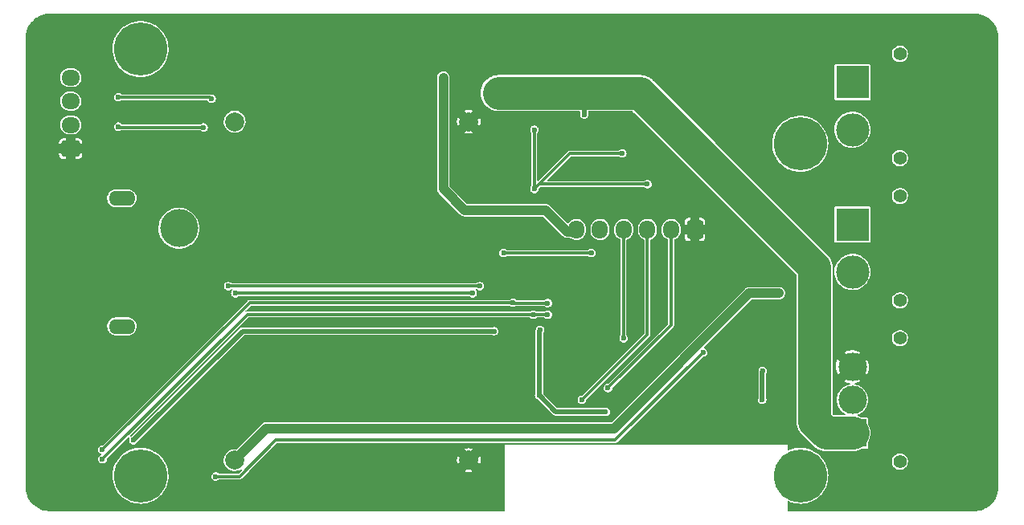
<source format=gbr>
%TF.GenerationSoftware,KiCad,Pcbnew,(6.0.2)*%
%TF.CreationDate,2022-09-20T17:08:32+02:00*%
%TF.ProjectId,led-board,6c65642d-626f-4617-9264-2e6b69636164,rev?*%
%TF.SameCoordinates,Original*%
%TF.FileFunction,Copper,L2,Bot*%
%TF.FilePolarity,Positive*%
%FSLAX46Y46*%
G04 Gerber Fmt 4.6, Leading zero omitted, Abs format (unit mm)*
G04 Created by KiCad (PCBNEW (6.0.2)) date 2022-09-20 17:08:32*
%MOMM*%
%LPD*%
G01*
G04 APERTURE LIST*
G04 Aperture macros list*
%AMRoundRect*
0 Rectangle with rounded corners*
0 $1 Rounding radius*
0 $2 $3 $4 $5 $6 $7 $8 $9 X,Y pos of 4 corners*
0 Add a 4 corners polygon primitive as box body*
4,1,4,$2,$3,$4,$5,$6,$7,$8,$9,$2,$3,0*
0 Add four circle primitives for the rounded corners*
1,1,$1+$1,$2,$3*
1,1,$1+$1,$4,$5*
1,1,$1+$1,$6,$7*
1,1,$1+$1,$8,$9*
0 Add four rect primitives between the rounded corners*
20,1,$1+$1,$2,$3,$4,$5,0*
20,1,$1+$1,$4,$5,$6,$7,0*
20,1,$1+$1,$6,$7,$8,$9,0*
20,1,$1+$1,$8,$9,$2,$3,0*%
G04 Aperture macros list end*
%TA.AperFunction,ComponentPad*%
%ADD10RoundRect,0.250000X0.725000X-0.600000X0.725000X0.600000X-0.725000X0.600000X-0.725000X-0.600000X0*%
%TD*%
%TA.AperFunction,ComponentPad*%
%ADD11O,1.950000X1.700000*%
%TD*%
%TA.AperFunction,ComponentPad*%
%ADD12C,1.400000*%
%TD*%
%TA.AperFunction,ComponentPad*%
%ADD13R,3.500000X3.500000*%
%TD*%
%TA.AperFunction,ComponentPad*%
%ADD14C,3.500000*%
%TD*%
%TA.AperFunction,ComponentPad*%
%ADD15C,5.600000*%
%TD*%
%TA.AperFunction,ComponentPad*%
%ADD16C,2.000000*%
%TD*%
%TA.AperFunction,ComponentPad*%
%ADD17O,2.800000X1.600000*%
%TD*%
%TA.AperFunction,ComponentPad*%
%ADD18C,4.000000*%
%TD*%
%TA.AperFunction,ComponentPad*%
%ADD19R,3.000000X3.000000*%
%TD*%
%TA.AperFunction,ComponentPad*%
%ADD20C,3.000000*%
%TD*%
%TA.AperFunction,ComponentPad*%
%ADD21O,1.700000X1.950000*%
%TD*%
%TA.AperFunction,ComponentPad*%
%ADD22RoundRect,0.250000X0.600000X0.725000X-0.600000X0.725000X-0.600000X-0.725000X0.600000X-0.725000X0*%
%TD*%
%TA.AperFunction,ViaPad*%
%ADD23C,0.600000*%
%TD*%
%TA.AperFunction,Conductor*%
%ADD24C,0.300000*%
%TD*%
%TA.AperFunction,Conductor*%
%ADD25C,3.500000*%
%TD*%
%TA.AperFunction,Conductor*%
%ADD26C,1.000000*%
%TD*%
%TA.AperFunction,Conductor*%
%ADD27C,0.500000*%
%TD*%
G04 APERTURE END LIST*
D10*
%TO.P,J4,1,Pin_1*%
%TO.N,GND*%
X27250000Y-36750000D03*
D11*
%TO.P,J4,2,Pin_2*%
%TO.N,CANL*%
X27250000Y-34250000D03*
%TO.P,J4,3,Pin_3*%
%TO.N,CANH*%
X27250000Y-31750000D03*
%TO.P,J4,4,Pin_4*%
%TO.N,unconnected-(J4-Pad4)*%
X27250000Y-29250000D03*
%TD*%
D12*
%TO.P,J6,*%
%TO.N,*%
X114600000Y-37750000D03*
X114600000Y-26750000D03*
D13*
%TO.P,J6,1,Pin_1*%
%TO.N,Net-(J6-Pad1)*%
X109600000Y-29750000D03*
D14*
%TO.P,J6,2,Pin_2*%
%TO.N,+VSW*%
X109600000Y-34750000D03*
%TD*%
D15*
%TO.P,H2,1*%
%TO.N,N/C*%
X34600000Y-71250000D03*
%TD*%
%TO.P,H1,1*%
%TO.N,N/C*%
X34600000Y-26250000D03*
%TD*%
D16*
%TO.P,PS1,4,+Vout*%
%TO.N,+5VP*%
X44525000Y-33905000D03*
%TO.P,PS1,3,GND*%
%TO.N,GND*%
X69175000Y-33905000D03*
%TO.P,PS1,2,+Vin*%
%TO.N,+VSW*%
X44525000Y-69595000D03*
%TO.P,PS1,1,GND*%
%TO.N,GND*%
X69175000Y-69595000D03*
%TD*%
D15*
%TO.P,H4,1*%
%TO.N,N/C*%
X104100000Y-71250000D03*
%TD*%
D17*
%TO.P,J1,*%
%TO.N,*%
X32650000Y-42000000D03*
X32650000Y-55500000D03*
D18*
%TO.P,J1,1,Pin_1*%
%TO.N,GND*%
X38650000Y-52350000D03*
%TO.P,J1,2,Pin_2*%
%TO.N,+BATT*%
X38650000Y-45150000D03*
%TD*%
D12*
%TO.P,J7,*%
%TO.N,*%
X114600000Y-56750000D03*
X114600000Y-69750000D03*
D19*
%TO.P,J7,1,Pin_1*%
%TO.N,+5V*%
X109600000Y-66750000D03*
D20*
%TO.P,J7,2,Pin_2*%
%TO.N,Net-(J7-Pad2)*%
X109600000Y-63250000D03*
%TO.P,J7,3,Pin_3*%
%TO.N,GND*%
X109600000Y-59750000D03*
%TD*%
D21*
%TO.P,J2,6,Pin_6*%
%TO.N,Net-(D1-Pad2)*%
X80500000Y-45275000D03*
%TO.P,J2,5,Pin_5*%
%TO.N,IO0*%
X83000000Y-45275000D03*
%TO.P,J2,4,Pin_4*%
%TO.N,EN*%
X85500000Y-45275000D03*
%TO.P,J2,3,Pin_3*%
%TO.N,ESP_TX*%
X88000000Y-45275000D03*
%TO.P,J2,2,Pin_2*%
%TO.N,ESP_RX*%
X90500000Y-45275000D03*
D22*
%TO.P,J2,1,Pin_1*%
%TO.N,GND*%
X93000000Y-45275000D03*
%TD*%
D12*
%TO.P,J5,*%
%TO.N,*%
X114600000Y-52750000D03*
X114600000Y-41750000D03*
D13*
%TO.P,J5,1,Pin_1*%
%TO.N,Net-(J5-Pad1)*%
X109600000Y-44750000D03*
D14*
%TO.P,J5,2,Pin_2*%
%TO.N,+VSW*%
X109600000Y-49750000D03*
%TD*%
D15*
%TO.P,H3,1*%
%TO.N,N/C*%
X104100000Y-36250000D03*
%TD*%
D23*
%TO.N,GND*%
X40000000Y-40000000D03*
X60000000Y-70000000D03*
X110000000Y-25000000D03*
X30000000Y-55000000D03*
X65000000Y-50000000D03*
X55000000Y-60000000D03*
X86500000Y-54000000D03*
X120000000Y-30000000D03*
X101750000Y-50000000D03*
X102000000Y-59000000D03*
X60000000Y-65000000D03*
X102000000Y-67000000D03*
X37500000Y-68500000D03*
X78000000Y-26887500D03*
X25000000Y-60000000D03*
X45000000Y-25000000D03*
X65000000Y-30000000D03*
X97250000Y-44500000D03*
X92000000Y-27000000D03*
X55000000Y-65000000D03*
X60000000Y-30000000D03*
X30000000Y-50000000D03*
X110000000Y-56250000D03*
X82250000Y-33137500D03*
X55000000Y-45000000D03*
X50000000Y-45000000D03*
X102000000Y-53250000D03*
X87750000Y-39000000D03*
X99000000Y-31000000D03*
X83000000Y-39500000D03*
X45000000Y-40000000D03*
X100000000Y-53250000D03*
X81500000Y-39500000D03*
X65000000Y-60000000D03*
X45000000Y-30000000D03*
X30000000Y-40000000D03*
X74500000Y-45500000D03*
X107250000Y-39250000D03*
X100000000Y-25000000D03*
X100750000Y-48500000D03*
X115000000Y-25000000D03*
X55000000Y-50000000D03*
X25000000Y-30000000D03*
X45000000Y-65000000D03*
X88000000Y-67000000D03*
X65000000Y-35000000D03*
X91000000Y-56000000D03*
X25000000Y-45000000D03*
X70000000Y-45000000D03*
X94000000Y-63000000D03*
X86500000Y-52000000D03*
X100000000Y-55000000D03*
X89500000Y-52000000D03*
X83250000Y-43500000D03*
X36750000Y-68250000D03*
X115000000Y-50000000D03*
X91500000Y-54000000D03*
X65000000Y-45000000D03*
X70000000Y-60000000D03*
X102000000Y-57000000D03*
X28750000Y-65250000D03*
X120000000Y-50000000D03*
X92000000Y-61000000D03*
X82000000Y-52000000D03*
X115000000Y-35000000D03*
X60000000Y-45000000D03*
X102000000Y-66000000D03*
X91500000Y-52000000D03*
X92000000Y-56000000D03*
X110000000Y-55000000D03*
X120000000Y-55000000D03*
X50000000Y-40000000D03*
X50000000Y-50000000D03*
X28500000Y-62750000D03*
X25000000Y-55000000D03*
X84000000Y-52000000D03*
X120000000Y-60000000D03*
X100000000Y-50000000D03*
X101000000Y-63000000D03*
X97000000Y-33000000D03*
X115000000Y-30000000D03*
X30000000Y-45000000D03*
X103250000Y-67750000D03*
X78000000Y-45750000D03*
X93000000Y-54000000D03*
X70000000Y-65000000D03*
X120000000Y-65000000D03*
X55000000Y-40000000D03*
X70000000Y-50000000D03*
X76750000Y-25387500D03*
X85000000Y-24387500D03*
X45000000Y-60000000D03*
X82000000Y-56000000D03*
X108500000Y-56250000D03*
X78250000Y-34637500D03*
X83000000Y-63000000D03*
X65000000Y-70000000D03*
X73750000Y-44750000D03*
X88000000Y-36000000D03*
X97000000Y-29000000D03*
X115000000Y-65000000D03*
X108500000Y-53750000D03*
X84000000Y-56000000D03*
X100000000Y-57000000D03*
X86500000Y-33500000D03*
X37500000Y-67500000D03*
X92000000Y-67000000D03*
X99000000Y-48000000D03*
X108500000Y-55000000D03*
X80500000Y-33137500D03*
X95000000Y-45000000D03*
X80000000Y-43612500D03*
X94000000Y-61000000D03*
X86500000Y-43500000D03*
X50000000Y-25000000D03*
X92000000Y-63000000D03*
X55000000Y-35000000D03*
X105000000Y-25000000D03*
X97000000Y-48000000D03*
X25000000Y-57500000D03*
X82000000Y-58000000D03*
X30000000Y-66500000D03*
X95000000Y-43000000D03*
X115000000Y-45000000D03*
X102000000Y-55000000D03*
X120000000Y-25000000D03*
X25000000Y-50000000D03*
X90000000Y-25000000D03*
X60000000Y-60000000D03*
X78000000Y-24137500D03*
X120000000Y-70000000D03*
X65000000Y-40000000D03*
X82000000Y-54000000D03*
X99250000Y-39250000D03*
X120000000Y-45000000D03*
X60000000Y-35000000D03*
X28500000Y-57500000D03*
X86750000Y-39387500D03*
X84000000Y-54000000D03*
X55000000Y-70000000D03*
X95000000Y-47000000D03*
X92000000Y-57000000D03*
X25000000Y-35000000D03*
X25000000Y-40000000D03*
X99000000Y-33000000D03*
X88750000Y-43500000D03*
X35000000Y-40000000D03*
X36500000Y-66500000D03*
X84000000Y-58000000D03*
X35500000Y-67500000D03*
X50000000Y-65000000D03*
X107250000Y-33000000D03*
X37750000Y-69500000D03*
X25000000Y-25000000D03*
X45000000Y-45000000D03*
X60000000Y-40000000D03*
X120000000Y-35000000D03*
X60000000Y-50000000D03*
X99000000Y-29000000D03*
X89500000Y-54000000D03*
X73750000Y-46250000D03*
X65000000Y-65000000D03*
X115000000Y-60000000D03*
X120000000Y-40000000D03*
X94000000Y-67000000D03*
X50000000Y-70000000D03*
X30000000Y-25000000D03*
X89000000Y-37000000D03*
X40000000Y-30000000D03*
X70000000Y-39387500D03*
X82000000Y-60000000D03*
X85000000Y-63000000D03*
X92000000Y-62000000D03*
X93000000Y-52000000D03*
X25000000Y-62500000D03*
X108500000Y-57500000D03*
X36500000Y-67500000D03*
X90000000Y-67000000D03*
X40000000Y-25000000D03*
X50000000Y-60000000D03*
X91000000Y-63000000D03*
X100000000Y-59000000D03*
X110000000Y-53750000D03*
X110000000Y-57500000D03*
X86500000Y-56000000D03*
X89000000Y-39000000D03*
X95000000Y-25000000D03*
%TO.N,+3V3*%
X76600000Y-62750000D03*
X100143756Y-60198634D03*
X83600000Y-64500000D03*
X76100000Y-41000000D03*
X85350000Y-37250000D03*
X71850000Y-56000000D03*
X100100000Y-63250000D03*
X76100000Y-34750000D03*
X88000000Y-40500000D03*
X76699511Y-55900489D03*
X33850000Y-67500000D03*
%TO.N,EN*%
X85500000Y-56750000D03*
%TO.N,ESP_TX*%
X81100000Y-63250000D03*
%TO.N,ESP_RX*%
X83850000Y-62000000D03*
%TO.N,+VSW*%
X101850000Y-52000000D03*
X100350000Y-52000000D03*
X99600000Y-52000000D03*
X101100000Y-52000000D03*
%TO.N,+5V*%
X71600000Y-30887500D03*
X88850000Y-31000000D03*
X72350000Y-30887500D03*
X106100000Y-66500000D03*
X73100000Y-30887500D03*
X71600000Y-31887500D03*
X72350000Y-29887500D03*
X73100000Y-31887500D03*
X71600000Y-29887500D03*
X106850000Y-68000000D03*
X81350000Y-33137500D03*
X73100000Y-29887500D03*
X106850000Y-67250000D03*
X106100000Y-67250000D03*
X89600000Y-34750000D03*
X72350000Y-31887500D03*
X106850000Y-66500000D03*
%TO.N,SCL*%
X77500000Y-54250000D03*
X76000000Y-54250000D03*
X30600000Y-69500000D03*
%TO.N,SDA*%
X73850000Y-53000000D03*
X30600000Y-68500000D03*
X77500000Y-53035000D03*
%TO.N,Net-(D1-Pad2)*%
X66500000Y-29250000D03*
%TO.N,CANL*%
X70350000Y-51250000D03*
X41250500Y-34500000D03*
X32275000Y-34425000D03*
X43850000Y-51250000D03*
%TO.N,CANH*%
X44600000Y-52000000D03*
X69600000Y-52000000D03*
X42100000Y-31500000D03*
X32275000Y-31325000D03*
%TO.N,VIN_SNS*%
X42525000Y-71325000D03*
X93850000Y-58250000D03*
%TO.N,5V_SNS*%
X72850000Y-47750000D03*
X82100000Y-47750000D03*
%TD*%
D24*
%TO.N,+3V3*%
X76600000Y-40500000D02*
X76100000Y-41000000D01*
X88000000Y-40500000D02*
X76600000Y-40500000D01*
D25*
%TO.N,+5V*%
X87237500Y-30887500D02*
X72350000Y-30887500D01*
X105600000Y-65500000D02*
X105600000Y-49250000D01*
X106850000Y-66750000D02*
X105600000Y-65500000D01*
X105600000Y-49250000D02*
X87237500Y-30887500D01*
X109600000Y-66750000D02*
X106850000Y-66750000D01*
D26*
%TO.N,Net-(D1-Pad2)*%
X66500000Y-29250000D02*
X66500000Y-41000000D01*
D24*
%TO.N,+3V3*%
X76712500Y-40387500D02*
X76100000Y-41000000D01*
D27*
X76600000Y-56000000D02*
X76699511Y-55900489D01*
X45350000Y-56000000D02*
X33850000Y-67500000D01*
X100100000Y-60242390D02*
X100143756Y-60198634D01*
X100100000Y-63250000D02*
X100100000Y-60242390D01*
X83600000Y-64500000D02*
X78350000Y-64500000D01*
D24*
X85350000Y-37250000D02*
X79850000Y-37250000D01*
X76100000Y-34750000D02*
X76100000Y-41000000D01*
D27*
X76600000Y-62750000D02*
X76600000Y-56000000D01*
X71850000Y-56000000D02*
X45350000Y-56000000D01*
X78350000Y-64500000D02*
X76600000Y-62750000D01*
D24*
X76100000Y-41000000D02*
X79850000Y-37250000D01*
%TO.N,EN*%
X85500000Y-56750000D02*
X85500000Y-45525000D01*
%TO.N,ESP_TX*%
X88000000Y-56350000D02*
X88000000Y-45525000D01*
X81100000Y-63250000D02*
X88000000Y-56350000D01*
%TO.N,ESP_RX*%
X90500000Y-55350000D02*
X90500000Y-45525000D01*
X83850000Y-62000000D02*
X90500000Y-55350000D01*
D26*
%TO.N,+VSW*%
X99600000Y-52000000D02*
X98757188Y-52000000D01*
X84507188Y-66250000D02*
X47870000Y-66250000D01*
X100350000Y-52000000D02*
X99600000Y-52000000D01*
X101850000Y-52000000D02*
X101100000Y-52000000D01*
X101100000Y-52000000D02*
X100350000Y-52000000D01*
X98757188Y-52000000D02*
X84507188Y-66250000D01*
X47870000Y-66250000D02*
X44525000Y-69595000D01*
D27*
%TO.N,+5V*%
X81350000Y-33137500D02*
X81350000Y-32637500D01*
D24*
%TO.N,SCL*%
X45850000Y-54250000D02*
X30600000Y-69500000D01*
X77500000Y-54250000D02*
X45850000Y-54250000D01*
%TO.N,SDA*%
X77500000Y-53035000D02*
X73885000Y-53035000D01*
X73850000Y-53000000D02*
X46100000Y-53000000D01*
X73885000Y-53035000D02*
X73850000Y-53000000D01*
X46100000Y-53000000D02*
X30600000Y-68500000D01*
D26*
%TO.N,Net-(D1-Pad2)*%
X79567812Y-45525000D02*
X80500000Y-45525000D01*
X68750000Y-43250000D02*
X77292812Y-43250000D01*
X66500000Y-41000000D02*
X68750000Y-43250000D01*
X77292812Y-43250000D02*
X79567812Y-45525000D01*
D24*
%TO.N,CANL*%
X70350000Y-51250000D02*
X43850000Y-51250000D01*
X32350000Y-34500000D02*
X32275000Y-34425000D01*
X41250500Y-34500000D02*
X32350000Y-34500000D01*
%TO.N,CANH*%
X42100000Y-31500000D02*
X41925000Y-31325000D01*
X41925000Y-31325000D02*
X32275000Y-31325000D01*
X69600000Y-52000000D02*
X44600000Y-52000000D01*
%TO.N,VIN_SNS*%
X84600000Y-67500000D02*
X93850000Y-58250000D01*
X48850000Y-67500000D02*
X84600000Y-67500000D01*
X45025000Y-71325000D02*
X48850000Y-67500000D01*
X42525000Y-71325000D02*
X45025000Y-71325000D01*
%TO.N,5V_SNS*%
X72850000Y-47750000D02*
X82100000Y-47750000D01*
%TD*%
%TA.AperFunction,Conductor*%
%TO.N,GND*%
G36*
X122500000Y-22527060D02*
G01*
X122504339Y-22525262D01*
X122531774Y-22526922D01*
X122793859Y-22542776D01*
X122802730Y-22543853D01*
X123087908Y-22596113D01*
X123096584Y-22598252D01*
X123373369Y-22684502D01*
X123381720Y-22687668D01*
X123542740Y-22760137D01*
X123646108Y-22806659D01*
X123654020Y-22810812D01*
X123902129Y-22960799D01*
X123909483Y-22965875D01*
X124137706Y-23144676D01*
X124144395Y-23150602D01*
X124349398Y-23355605D01*
X124355324Y-23362294D01*
X124502395Y-23550016D01*
X124534125Y-23590517D01*
X124539201Y-23597871D01*
X124689188Y-23845980D01*
X124693341Y-23853892D01*
X124712852Y-23897244D01*
X124782641Y-24052308D01*
X124812330Y-24118275D01*
X124815498Y-24126631D01*
X124901748Y-24403416D01*
X124903887Y-24412092D01*
X124956147Y-24697270D01*
X124957224Y-24706141D01*
X124974738Y-24995661D01*
X124972940Y-25000000D01*
X124975000Y-25004973D01*
X124975000Y-72495027D01*
X124972940Y-72500000D01*
X124974738Y-72504339D01*
X124974383Y-72510208D01*
X124957224Y-72793859D01*
X124956147Y-72802730D01*
X124903887Y-73087908D01*
X124901748Y-73096584D01*
X124815498Y-73373369D01*
X124812330Y-73381725D01*
X124693341Y-73646108D01*
X124689188Y-73654020D01*
X124539201Y-73902129D01*
X124534125Y-73909483D01*
X124355324Y-74137706D01*
X124349398Y-74144395D01*
X124144395Y-74349398D01*
X124137706Y-74355324D01*
X123909483Y-74534125D01*
X123902129Y-74539201D01*
X123654020Y-74689188D01*
X123646108Y-74693341D01*
X123381720Y-74812332D01*
X123373369Y-74815498D01*
X123096584Y-74901748D01*
X123087908Y-74903887D01*
X122802730Y-74956147D01*
X122793859Y-74957224D01*
X122667000Y-74964898D01*
X122504339Y-74974738D01*
X122500000Y-74972940D01*
X122495027Y-74975000D01*
X102824000Y-74975000D01*
X102776434Y-74957687D01*
X102751124Y-74913850D01*
X102750000Y-74901000D01*
X102750000Y-73995266D01*
X102767313Y-73947700D01*
X102811150Y-73922390D01*
X102852319Y-73926899D01*
X103128035Y-74041104D01*
X103317348Y-74095031D01*
X103453223Y-74133737D01*
X103453229Y-74133738D01*
X103455278Y-74134322D01*
X103457387Y-74134667D01*
X103457390Y-74134668D01*
X103788963Y-74188965D01*
X103788969Y-74188966D01*
X103791066Y-74189309D01*
X103944472Y-74196544D01*
X104128823Y-74205238D01*
X104128828Y-74205238D01*
X104130949Y-74205338D01*
X104470422Y-74182195D01*
X104472506Y-74181809D01*
X104472512Y-74181808D01*
X104802884Y-74120577D01*
X104802891Y-74120575D01*
X104804986Y-74120187D01*
X105130205Y-74020137D01*
X105441769Y-73883370D01*
X105443612Y-73882293D01*
X105443618Y-73882290D01*
X105733708Y-73712775D01*
X105733711Y-73712773D01*
X105735549Y-73711699D01*
X105955100Y-73546855D01*
X106005947Y-73508678D01*
X106005951Y-73508675D01*
X106007650Y-73507399D01*
X106254467Y-73273179D01*
X106394772Y-73105376D01*
X106471354Y-73013786D01*
X106471360Y-73013778D01*
X106472727Y-73012143D01*
X106659538Y-72727750D01*
X106812424Y-72423771D01*
X106929358Y-72104233D01*
X107008790Y-71773374D01*
X107049668Y-71435577D01*
X107053318Y-71319440D01*
X107055448Y-71251663D01*
X107055448Y-71251657D01*
X107055500Y-71250000D01*
X107035913Y-70910303D01*
X106983244Y-70608526D01*
X106977777Y-70577199D01*
X106977776Y-70577195D01*
X106977412Y-70575109D01*
X106880773Y-70248860D01*
X106747276Y-69935881D01*
X106641252Y-69750000D01*
X113744815Y-69750000D01*
X113763503Y-69927803D01*
X113818750Y-70097835D01*
X113908141Y-70252665D01*
X113910732Y-70255542D01*
X113910733Y-70255544D01*
X113956919Y-70306838D01*
X114027770Y-70385526D01*
X114030908Y-70387806D01*
X114161973Y-70483031D01*
X114172407Y-70490612D01*
X114175958Y-70492193D01*
X114332183Y-70561749D01*
X114332188Y-70561750D01*
X114335733Y-70563329D01*
X114510609Y-70600500D01*
X114689391Y-70600500D01*
X114864267Y-70563329D01*
X114867812Y-70561750D01*
X114867817Y-70561749D01*
X115024042Y-70492193D01*
X115027593Y-70490612D01*
X115038028Y-70483031D01*
X115169092Y-70387806D01*
X115172230Y-70385526D01*
X115243081Y-70306838D01*
X115289267Y-70255544D01*
X115289268Y-70255542D01*
X115291859Y-70252665D01*
X115381250Y-70097835D01*
X115436497Y-69927803D01*
X115455185Y-69750000D01*
X115445476Y-69657629D01*
X115436902Y-69576048D01*
X115436902Y-69576046D01*
X115436497Y-69572197D01*
X115381250Y-69402165D01*
X115291859Y-69247335D01*
X115172230Y-69114474D01*
X115169092Y-69112194D01*
X115030737Y-69011672D01*
X115030735Y-69011671D01*
X115027593Y-69009388D01*
X114923516Y-68963050D01*
X114867817Y-68938251D01*
X114867811Y-68938249D01*
X114864267Y-68936671D01*
X114689391Y-68899500D01*
X114510609Y-68899500D01*
X114506813Y-68900307D01*
X114506812Y-68900307D01*
X114339528Y-68935864D01*
X114339525Y-68935865D01*
X114335733Y-68936671D01*
X114332191Y-68938248D01*
X114332188Y-68938249D01*
X114176203Y-69007698D01*
X114172408Y-69009388D01*
X114169272Y-69011666D01*
X114169271Y-69011667D01*
X114109428Y-69055146D01*
X114027770Y-69114474D01*
X113908141Y-69247335D01*
X113818750Y-69402165D01*
X113763503Y-69572197D01*
X113763098Y-69576046D01*
X113763098Y-69576048D01*
X113754524Y-69657629D01*
X113744815Y-69750000D01*
X106641252Y-69750000D01*
X106578691Y-69640319D01*
X106377252Y-69366093D01*
X106265812Y-69246170D01*
X106147085Y-69118404D01*
X106147078Y-69118397D01*
X106145629Y-69116838D01*
X105886893Y-68895856D01*
X105885127Y-68894669D01*
X105885120Y-68894664D01*
X105606243Y-68707267D01*
X105606242Y-68707267D01*
X105604472Y-68706077D01*
X105602584Y-68705102D01*
X105602578Y-68705099D01*
X105451688Y-68627219D01*
X105302110Y-68550016D01*
X104983815Y-68429743D01*
X104816511Y-68387719D01*
X104655864Y-68347367D01*
X104655861Y-68347366D01*
X104653805Y-68346850D01*
X104651702Y-68346573D01*
X104651696Y-68346572D01*
X104318563Y-68302714D01*
X104318554Y-68302713D01*
X104316455Y-68302437D01*
X104161905Y-68300009D01*
X103978367Y-68297125D01*
X103978359Y-68297125D01*
X103976237Y-68297092D01*
X103637658Y-68330887D01*
X103305207Y-68403373D01*
X103303199Y-68404060D01*
X103303190Y-68404063D01*
X103116756Y-68467894D01*
X102983292Y-68513589D01*
X102981356Y-68514512D01*
X102981357Y-68514512D01*
X102855858Y-68574372D01*
X102805472Y-68579224D01*
X102763755Y-68550553D01*
X102750000Y-68507581D01*
X102750000Y-68000000D01*
X73000000Y-68000000D01*
X73000000Y-74901000D01*
X72982687Y-74948566D01*
X72938850Y-74973876D01*
X72926000Y-74975000D01*
X25004973Y-74975000D01*
X25000000Y-74972940D01*
X24995661Y-74974738D01*
X24965938Y-74972940D01*
X24706141Y-74957224D01*
X24697270Y-74956147D01*
X24412092Y-74903887D01*
X24403416Y-74901748D01*
X24126631Y-74815498D01*
X24118280Y-74812332D01*
X23853892Y-74693341D01*
X23845980Y-74689188D01*
X23597871Y-74539201D01*
X23590517Y-74534125D01*
X23362294Y-74355324D01*
X23355605Y-74349398D01*
X23150602Y-74144395D01*
X23144676Y-74137706D01*
X22965875Y-73909483D01*
X22960799Y-73902129D01*
X22810812Y-73654020D01*
X22806659Y-73646108D01*
X22687670Y-73381725D01*
X22684502Y-73373369D01*
X22598252Y-73096584D01*
X22596113Y-73087908D01*
X22543853Y-72802730D01*
X22542776Y-72793859D01*
X22526178Y-72519488D01*
X22525262Y-72504339D01*
X22527060Y-72500000D01*
X22525000Y-72495027D01*
X22525000Y-71157166D01*
X31645958Y-71157166D01*
X31654865Y-71497310D01*
X31702809Y-71834176D01*
X31789152Y-72163300D01*
X31912753Y-72480318D01*
X32071971Y-72781029D01*
X32073175Y-72782781D01*
X32073180Y-72782789D01*
X32178979Y-72936726D01*
X32264697Y-73061447D01*
X32266092Y-73063046D01*
X32449403Y-73273179D01*
X32488376Y-73317855D01*
X32740044Y-73546855D01*
X32741771Y-73548096D01*
X32741776Y-73548100D01*
X33014628Y-73744164D01*
X33014633Y-73744167D01*
X33016364Y-73745411D01*
X33313674Y-73910892D01*
X33315649Y-73911710D01*
X33315653Y-73911712D01*
X33352318Y-73926899D01*
X33628035Y-74041104D01*
X33817348Y-74095031D01*
X33953223Y-74133737D01*
X33953229Y-74133738D01*
X33955278Y-74134322D01*
X33957387Y-74134667D01*
X33957390Y-74134668D01*
X34288963Y-74188965D01*
X34288969Y-74188966D01*
X34291066Y-74189309D01*
X34444472Y-74196544D01*
X34628823Y-74205238D01*
X34628828Y-74205238D01*
X34630949Y-74205338D01*
X34970422Y-74182195D01*
X34972506Y-74181809D01*
X34972512Y-74181808D01*
X35302884Y-74120577D01*
X35302891Y-74120575D01*
X35304986Y-74120187D01*
X35630205Y-74020137D01*
X35941769Y-73883370D01*
X35943612Y-73882293D01*
X35943618Y-73882290D01*
X36233708Y-73712775D01*
X36233711Y-73712773D01*
X36235549Y-73711699D01*
X36455100Y-73546855D01*
X36505947Y-73508678D01*
X36505951Y-73508675D01*
X36507650Y-73507399D01*
X36754467Y-73273179D01*
X36894772Y-73105376D01*
X36971354Y-73013786D01*
X36971360Y-73013778D01*
X36972727Y-73012143D01*
X37159538Y-72727750D01*
X37312424Y-72423771D01*
X37429358Y-72104233D01*
X37508790Y-71773374D01*
X37549668Y-71435577D01*
X37553318Y-71319440D01*
X42069901Y-71319440D01*
X42070584Y-71324663D01*
X42070584Y-71324666D01*
X42085088Y-71435577D01*
X42086633Y-71447394D01*
X42088756Y-71452219D01*
X42107665Y-71495192D01*
X42138605Y-71565510D01*
X42221639Y-71664291D01*
X42329060Y-71735796D01*
X42334092Y-71737368D01*
X42334094Y-71737369D01*
X42369714Y-71748497D01*
X42452233Y-71774278D01*
X42457501Y-71774375D01*
X42457504Y-71774375D01*
X42511552Y-71775365D01*
X42581255Y-71776643D01*
X42586338Y-71775257D01*
X42586340Y-71775257D01*
X42700671Y-71744086D01*
X42705755Y-71742700D01*
X42815724Y-71675179D01*
X42838660Y-71649839D01*
X42883415Y-71626193D01*
X42893522Y-71625500D01*
X44970433Y-71625500D01*
X44975906Y-71625902D01*
X44980342Y-71627425D01*
X44987166Y-71627169D01*
X44987167Y-71627169D01*
X45030241Y-71625552D01*
X45033017Y-71625500D01*
X45052948Y-71625500D01*
X45056300Y-71624876D01*
X45059691Y-71624563D01*
X45059709Y-71624753D01*
X45063755Y-71624294D01*
X45092208Y-71623226D01*
X45098485Y-71620529D01*
X45098490Y-71620528D01*
X45105343Y-71617584D01*
X45121002Y-71612826D01*
X45128336Y-71611460D01*
X45135053Y-71610209D01*
X45140868Y-71606624D01*
X45140872Y-71606623D01*
X45159290Y-71595270D01*
X45168907Y-71590274D01*
X45190262Y-71581099D01*
X45190264Y-71581098D01*
X45195063Y-71579036D01*
X45199949Y-71575022D01*
X45206380Y-71568591D01*
X45219876Y-71557923D01*
X45224532Y-71555053D01*
X45230348Y-71551468D01*
X45249039Y-71526888D01*
X45255617Y-71519354D01*
X46014078Y-70760893D01*
X68721358Y-70760893D01*
X68721450Y-70761235D01*
X68725458Y-70764598D01*
X68742911Y-70772736D01*
X68748964Y-70774940D01*
X68953998Y-70829878D01*
X68960326Y-70830993D01*
X69171777Y-70849493D01*
X69178223Y-70849493D01*
X69389674Y-70830993D01*
X69396002Y-70829878D01*
X69601036Y-70774940D01*
X69607089Y-70772736D01*
X69621547Y-70765995D01*
X69629070Y-70758472D01*
X69629100Y-70758122D01*
X69626484Y-70753591D01*
X69184226Y-70311333D01*
X69174587Y-70306838D01*
X69168688Y-70308419D01*
X68725853Y-70751254D01*
X68721358Y-70760893D01*
X46014078Y-70760893D01*
X47176748Y-69598223D01*
X67920507Y-69598223D01*
X67939007Y-69809674D01*
X67940122Y-69816002D01*
X67995060Y-70021036D01*
X67997264Y-70027089D01*
X68004005Y-70041547D01*
X68011528Y-70049070D01*
X68011878Y-70049100D01*
X68016409Y-70046484D01*
X68458667Y-69604226D01*
X68462777Y-69595413D01*
X69886838Y-69595413D01*
X69888419Y-69601312D01*
X70331254Y-70044147D01*
X70340893Y-70048642D01*
X70341235Y-70048550D01*
X70344598Y-70044542D01*
X70352736Y-70027089D01*
X70354940Y-70021036D01*
X70409878Y-69816002D01*
X70410993Y-69809674D01*
X70429493Y-69598223D01*
X70429493Y-69591777D01*
X70410993Y-69380326D01*
X70409878Y-69373998D01*
X70354940Y-69168964D01*
X70352736Y-69162911D01*
X70345995Y-69148453D01*
X70338472Y-69140930D01*
X70338122Y-69140900D01*
X70333591Y-69143516D01*
X69891333Y-69585774D01*
X69886838Y-69595413D01*
X68462777Y-69595413D01*
X68463162Y-69594587D01*
X68461581Y-69588688D01*
X68018746Y-69145853D01*
X68009107Y-69141358D01*
X68008765Y-69141450D01*
X68005402Y-69145458D01*
X67997264Y-69162911D01*
X67995060Y-69168964D01*
X67940122Y-69373998D01*
X67939007Y-69380326D01*
X67920507Y-69591777D01*
X67920507Y-69598223D01*
X47176748Y-69598223D01*
X48343093Y-68431878D01*
X68720900Y-68431878D01*
X68723516Y-68436409D01*
X69165774Y-68878667D01*
X69175413Y-68883162D01*
X69181312Y-68881581D01*
X69624147Y-68438746D01*
X69628642Y-68429107D01*
X69628550Y-68428765D01*
X69624542Y-68425402D01*
X69607089Y-68417264D01*
X69601036Y-68415060D01*
X69396002Y-68360122D01*
X69389674Y-68359007D01*
X69178223Y-68340507D01*
X69171777Y-68340507D01*
X68960326Y-68359007D01*
X68953998Y-68360122D01*
X68748964Y-68415060D01*
X68742911Y-68417264D01*
X68728453Y-68424005D01*
X68720930Y-68431528D01*
X68720900Y-68431878D01*
X48343093Y-68431878D01*
X48952797Y-67822174D01*
X48998673Y-67800782D01*
X49005123Y-67800500D01*
X84545433Y-67800500D01*
X84550906Y-67800902D01*
X84555342Y-67802425D01*
X84562166Y-67802169D01*
X84562167Y-67802169D01*
X84605241Y-67800552D01*
X84608017Y-67800500D01*
X84627948Y-67800500D01*
X84631300Y-67799876D01*
X84634691Y-67799563D01*
X84634709Y-67799753D01*
X84638755Y-67799294D01*
X84667208Y-67798226D01*
X84673485Y-67795529D01*
X84673490Y-67795528D01*
X84680343Y-67792584D01*
X84696002Y-67787826D01*
X84703336Y-67786460D01*
X84710053Y-67785209D01*
X84715868Y-67781624D01*
X84715872Y-67781623D01*
X84734290Y-67770270D01*
X84743907Y-67765274D01*
X84765262Y-67756099D01*
X84765264Y-67756098D01*
X84770063Y-67754036D01*
X84774949Y-67750022D01*
X84781380Y-67743591D01*
X84794876Y-67732923D01*
X84799532Y-67730053D01*
X84805348Y-67726468D01*
X84824039Y-67701888D01*
X84830617Y-67694354D01*
X89280531Y-63244440D01*
X99644901Y-63244440D01*
X99645584Y-63249663D01*
X99645584Y-63249666D01*
X99646708Y-63258257D01*
X99661633Y-63372394D01*
X99713605Y-63490510D01*
X99796639Y-63589291D01*
X99904060Y-63660796D01*
X99909092Y-63662368D01*
X99909094Y-63662369D01*
X99944714Y-63673497D01*
X100027233Y-63699278D01*
X100032501Y-63699375D01*
X100032504Y-63699375D01*
X100086552Y-63700365D01*
X100156255Y-63701643D01*
X100161338Y-63700257D01*
X100161340Y-63700257D01*
X100275671Y-63669086D01*
X100280755Y-63667700D01*
X100390724Y-63600179D01*
X100477322Y-63504507D01*
X100533588Y-63388375D01*
X100554997Y-63261120D01*
X100555133Y-63250000D01*
X100551355Y-63223616D01*
X100537586Y-63127472D01*
X100537585Y-63127469D01*
X100536839Y-63122259D01*
X100507136Y-63056931D01*
X100500500Y-63026302D01*
X100500500Y-60504393D01*
X100516550Y-60462745D01*
X100514590Y-60461423D01*
X100517538Y-60457052D01*
X100521078Y-60453141D01*
X100577344Y-60337009D01*
X100598753Y-60209754D01*
X100598889Y-60198634D01*
X100585123Y-60102508D01*
X100581342Y-60076106D01*
X100581341Y-60076103D01*
X100580595Y-60070893D01*
X100527184Y-59953422D01*
X100519759Y-59944804D01*
X100446389Y-59859654D01*
X100446388Y-59859653D01*
X100442949Y-59855662D01*
X100438530Y-59852798D01*
X100438528Y-59852796D01*
X100339085Y-59788342D01*
X100339086Y-59788342D01*
X100334662Y-59785475D01*
X100329613Y-59783965D01*
X100329611Y-59783964D01*
X100216082Y-59750011D01*
X100216081Y-59750011D01*
X100211029Y-59748500D01*
X100145527Y-59748100D01*
X100087257Y-59747744D01*
X100087256Y-59747744D01*
X100081987Y-59747712D01*
X99957911Y-59783173D01*
X99848775Y-59852033D01*
X99845287Y-59855982D01*
X99845285Y-59855984D01*
X99842044Y-59859654D01*
X99763352Y-59948756D01*
X99761113Y-59953525D01*
X99761111Y-59953528D01*
X99717648Y-60046103D01*
X99708510Y-60065566D01*
X99688657Y-60193074D01*
X99689340Y-60198297D01*
X99689340Y-60198300D01*
X99698875Y-60271213D01*
X99699500Y-60280808D01*
X99699500Y-63026418D01*
X99692485Y-63057866D01*
X99664754Y-63116932D01*
X99644901Y-63244440D01*
X89280531Y-63244440D01*
X93802583Y-58722388D01*
X93848459Y-58700996D01*
X93856256Y-58700726D01*
X93906255Y-58701643D01*
X93911338Y-58700257D01*
X93911340Y-58700257D01*
X94025671Y-58669086D01*
X94030755Y-58667700D01*
X94140724Y-58600179D01*
X94227322Y-58504507D01*
X94283588Y-58388375D01*
X94304997Y-58261120D01*
X94305133Y-58250000D01*
X94286839Y-58122259D01*
X94251448Y-58044421D01*
X94235610Y-58009586D01*
X94235608Y-58009583D01*
X94233428Y-58004788D01*
X94228215Y-57998737D01*
X94152633Y-57911020D01*
X94152632Y-57911019D01*
X94149193Y-57907028D01*
X94144774Y-57904164D01*
X94144772Y-57904162D01*
X94045329Y-57839708D01*
X94045330Y-57839708D01*
X94040906Y-57836841D01*
X94020409Y-57830711D01*
X94005290Y-57826189D01*
X93964679Y-57795972D01*
X93952992Y-57746721D01*
X93974168Y-57702966D01*
X99004960Y-52672174D01*
X99050836Y-52650782D01*
X99057286Y-52650500D01*
X101890925Y-52650500D01*
X101957755Y-52642057D01*
X102008437Y-52635655D01*
X102008439Y-52635655D01*
X102013058Y-52635071D01*
X102127632Y-52589708D01*
X102161540Y-52576283D01*
X102161542Y-52576282D01*
X102165871Y-52574568D01*
X102298837Y-52477963D01*
X102403600Y-52351326D01*
X102455746Y-52240510D01*
X102471598Y-52206823D01*
X102471598Y-52206822D01*
X102473579Y-52202613D01*
X102504376Y-52041170D01*
X102502486Y-52011120D01*
X102497751Y-51935864D01*
X102494056Y-51877140D01*
X102490740Y-51866932D01*
X102452786Y-51750122D01*
X102443268Y-51720829D01*
X102409551Y-51667700D01*
X102357697Y-51585991D01*
X102357696Y-51585989D01*
X102355202Y-51582060D01*
X102276777Y-51508414D01*
X102238784Y-51472736D01*
X102238782Y-51472735D01*
X102235393Y-51469552D01*
X102091368Y-51390373D01*
X101998941Y-51366642D01*
X101936684Y-51350657D01*
X101936683Y-51350657D01*
X101932177Y-51349500D01*
X98837172Y-51349500D01*
X98828091Y-51348498D01*
X98828072Y-51348694D01*
X98823435Y-51348256D01*
X98818891Y-51347240D01*
X98814237Y-51347386D01*
X98814234Y-51347386D01*
X98748161Y-51349463D01*
X98745836Y-51349500D01*
X98716263Y-51349500D01*
X98713969Y-51349790D01*
X98713965Y-51349790D01*
X98711779Y-51350066D01*
X98709538Y-51350349D01*
X98702597Y-51350895D01*
X98654618Y-51352403D01*
X98650151Y-51353701D01*
X98650150Y-51353701D01*
X98630461Y-51359421D01*
X98619090Y-51361776D01*
X98594130Y-51364929D01*
X98575275Y-51372394D01*
X98549493Y-51382601D01*
X98542899Y-51384858D01*
X98501265Y-51396955D01*
X98501261Y-51396957D01*
X98496789Y-51398256D01*
X98492787Y-51400623D01*
X98492782Y-51400625D01*
X98475130Y-51411065D01*
X98464706Y-51416172D01*
X98441317Y-51425432D01*
X98402481Y-51453648D01*
X98396657Y-51457474D01*
X98355323Y-51481919D01*
X98337531Y-51499711D01*
X98328702Y-51507251D01*
X98308351Y-51522037D01*
X98284231Y-51551193D01*
X98277752Y-51559025D01*
X98273060Y-51564182D01*
X84259416Y-65577826D01*
X84213540Y-65599218D01*
X84207090Y-65599500D01*
X47949984Y-65599500D01*
X47940903Y-65598498D01*
X47940884Y-65598694D01*
X47936247Y-65598256D01*
X47931703Y-65597240D01*
X47927049Y-65597386D01*
X47927046Y-65597386D01*
X47860973Y-65599463D01*
X47858648Y-65599500D01*
X47829075Y-65599500D01*
X47826781Y-65599790D01*
X47826777Y-65599790D01*
X47824591Y-65600066D01*
X47822350Y-65600349D01*
X47815409Y-65600895D01*
X47767430Y-65602403D01*
X47762963Y-65603701D01*
X47762962Y-65603701D01*
X47743273Y-65609421D01*
X47731902Y-65611776D01*
X47706942Y-65614929D01*
X47687739Y-65622532D01*
X47662305Y-65632601D01*
X47655711Y-65634858D01*
X47614077Y-65646955D01*
X47614073Y-65646957D01*
X47609601Y-65648256D01*
X47605599Y-65650623D01*
X47605594Y-65650625D01*
X47587942Y-65661065D01*
X47577518Y-65666172D01*
X47554129Y-65675432D01*
X47515293Y-65703648D01*
X47509469Y-65707474D01*
X47468135Y-65731919D01*
X47450343Y-65749711D01*
X47441514Y-65757251D01*
X47421163Y-65772037D01*
X47418195Y-65775625D01*
X47390564Y-65809025D01*
X47385872Y-65814182D01*
X44764141Y-68435913D01*
X44718265Y-68457305D01*
X44697379Y-68456165D01*
X44649101Y-68446562D01*
X44649095Y-68446561D01*
X44645775Y-68445901D01*
X44552571Y-68444681D01*
X44437739Y-68443177D01*
X44437734Y-68443177D01*
X44434346Y-68443133D01*
X44431000Y-68443708D01*
X44430999Y-68443708D01*
X44414390Y-68446562D01*
X44225953Y-68478941D01*
X44027575Y-68552127D01*
X43845856Y-68660238D01*
X43843312Y-68662469D01*
X43843308Y-68662472D01*
X43759827Y-68735683D01*
X43686881Y-68799655D01*
X43684784Y-68802314D01*
X43684783Y-68802316D01*
X43560506Y-68959962D01*
X43555976Y-68965708D01*
X43457523Y-69152836D01*
X43456517Y-69156075D01*
X43456516Y-69156078D01*
X43452515Y-69168964D01*
X43394820Y-69354773D01*
X43369967Y-69564754D01*
X43383796Y-69775749D01*
X43435845Y-69980690D01*
X43437261Y-69983762D01*
X43437263Y-69983767D01*
X43519433Y-70162008D01*
X43524369Y-70172714D01*
X43526327Y-70175484D01*
X43644446Y-70342620D01*
X43644450Y-70342624D01*
X43646405Y-70345391D01*
X43648830Y-70347753D01*
X43648834Y-70347758D01*
X43689945Y-70387806D01*
X43797865Y-70492937D01*
X43800683Y-70494820D01*
X43800688Y-70494824D01*
X43917803Y-70573077D01*
X43973677Y-70610411D01*
X43976791Y-70611749D01*
X43976793Y-70611750D01*
X44063219Y-70648881D01*
X44167953Y-70693878D01*
X44374186Y-70740544D01*
X44479828Y-70744695D01*
X44582075Y-70748713D01*
X44582079Y-70748713D01*
X44585470Y-70748846D01*
X44651075Y-70739333D01*
X44791368Y-70718992D01*
X44791373Y-70718991D01*
X44794730Y-70718504D01*
X44994955Y-70650537D01*
X44997908Y-70648883D01*
X44997913Y-70648881D01*
X45163516Y-70556138D01*
X45213477Y-70548002D01*
X45256979Y-70573883D01*
X45273668Y-70621672D01*
X45255734Y-70669007D01*
X45252000Y-70673029D01*
X44922203Y-71002826D01*
X44876327Y-71024218D01*
X44869877Y-71024500D01*
X42894708Y-71024500D01*
X42847142Y-71007187D01*
X42838648Y-70998804D01*
X42827633Y-70986020D01*
X42827632Y-70986019D01*
X42824193Y-70982028D01*
X42819774Y-70979164D01*
X42819772Y-70979162D01*
X42720329Y-70914708D01*
X42720330Y-70914708D01*
X42715906Y-70911841D01*
X42710857Y-70910331D01*
X42710855Y-70910330D01*
X42597326Y-70876377D01*
X42597325Y-70876377D01*
X42592273Y-70874866D01*
X42526771Y-70874466D01*
X42468501Y-70874110D01*
X42468500Y-70874110D01*
X42463231Y-70874078D01*
X42339155Y-70909539D01*
X42230019Y-70978399D01*
X42226531Y-70982348D01*
X42226529Y-70982350D01*
X42204594Y-71007187D01*
X42144596Y-71075122D01*
X42142357Y-71079891D01*
X42142355Y-71079894D01*
X42105081Y-71159286D01*
X42089754Y-71191932D01*
X42069901Y-71319440D01*
X37553318Y-71319440D01*
X37555448Y-71251663D01*
X37555448Y-71251657D01*
X37555500Y-71250000D01*
X37535913Y-70910303D01*
X37483244Y-70608526D01*
X37477777Y-70577199D01*
X37477776Y-70577195D01*
X37477412Y-70575109D01*
X37380773Y-70248860D01*
X37247276Y-69935881D01*
X37078691Y-69640319D01*
X36877252Y-69366093D01*
X36765812Y-69246170D01*
X36647085Y-69118404D01*
X36647078Y-69118397D01*
X36645629Y-69116838D01*
X36386893Y-68895856D01*
X36385127Y-68894669D01*
X36385120Y-68894664D01*
X36106243Y-68707267D01*
X36106242Y-68707267D01*
X36104472Y-68706077D01*
X36102584Y-68705102D01*
X36102578Y-68705099D01*
X35951688Y-68627219D01*
X35802110Y-68550016D01*
X35483815Y-68429743D01*
X35316511Y-68387719D01*
X35155864Y-68347367D01*
X35155861Y-68347366D01*
X35153805Y-68346850D01*
X35151702Y-68346573D01*
X35151696Y-68346572D01*
X34818563Y-68302714D01*
X34818554Y-68302713D01*
X34816455Y-68302437D01*
X34661905Y-68300009D01*
X34478367Y-68297125D01*
X34478359Y-68297125D01*
X34476237Y-68297092D01*
X34137658Y-68330887D01*
X33805207Y-68403373D01*
X33803199Y-68404060D01*
X33803190Y-68404063D01*
X33616756Y-68467894D01*
X33483292Y-68513589D01*
X33481356Y-68514512D01*
X33481357Y-68514512D01*
X33178096Y-68659160D01*
X33178087Y-68659165D01*
X33176177Y-68660076D01*
X33174380Y-68661203D01*
X33174375Y-68661206D01*
X32889749Y-68839751D01*
X32889744Y-68839755D01*
X32887934Y-68840890D01*
X32622384Y-69053635D01*
X32620895Y-69055140D01*
X32620888Y-69055146D01*
X32519750Y-69157350D01*
X32383047Y-69295493D01*
X32381736Y-69297165D01*
X32211760Y-69513944D01*
X32173094Y-69563256D01*
X32130249Y-69633173D01*
X31996425Y-69851552D01*
X31996420Y-69851562D01*
X31995308Y-69853376D01*
X31994411Y-69855308D01*
X31994408Y-69855314D01*
X31904470Y-70049070D01*
X31852046Y-70162008D01*
X31851377Y-70164031D01*
X31851375Y-70164036D01*
X31779076Y-70382646D01*
X31745206Y-70485060D01*
X31676206Y-70818252D01*
X31676017Y-70820374D01*
X31676016Y-70820378D01*
X31671156Y-70874834D01*
X31645958Y-71157166D01*
X22525000Y-71157166D01*
X22525000Y-69494440D01*
X30144901Y-69494440D01*
X30145584Y-69499663D01*
X30145584Y-69499666D01*
X30158105Y-69595413D01*
X30161633Y-69622394D01*
X30213605Y-69740510D01*
X30296639Y-69839291D01*
X30404060Y-69910796D01*
X30409092Y-69912368D01*
X30409094Y-69912369D01*
X30444714Y-69923497D01*
X30527233Y-69949278D01*
X30532501Y-69949375D01*
X30532504Y-69949375D01*
X30586552Y-69950365D01*
X30656255Y-69951643D01*
X30661338Y-69950257D01*
X30661340Y-69950257D01*
X30775671Y-69919086D01*
X30780755Y-69917700D01*
X30890724Y-69850179D01*
X30977322Y-69754507D01*
X31033588Y-69638375D01*
X31054997Y-69511120D01*
X31055133Y-69500000D01*
X31056808Y-69500020D01*
X31069444Y-69456738D01*
X31076776Y-69448195D01*
X33342905Y-67182066D01*
X33388781Y-67160674D01*
X33437676Y-67173775D01*
X33466710Y-67215239D01*
X33462216Y-67265841D01*
X33414754Y-67366932D01*
X33394901Y-67494440D01*
X33395584Y-67499663D01*
X33395584Y-67499666D01*
X33397626Y-67515275D01*
X33411633Y-67622394D01*
X33463605Y-67740510D01*
X33546639Y-67839291D01*
X33654060Y-67910796D01*
X33659092Y-67912368D01*
X33659094Y-67912369D01*
X33694714Y-67923497D01*
X33777233Y-67949278D01*
X33782501Y-67949375D01*
X33782504Y-67949375D01*
X33836552Y-67950365D01*
X33906255Y-67951643D01*
X33911338Y-67950257D01*
X33911340Y-67950257D01*
X34025671Y-67919086D01*
X34030755Y-67917700D01*
X34140724Y-67850179D01*
X34227322Y-67754507D01*
X34283380Y-67638805D01*
X34297648Y-67618745D01*
X39171953Y-62744440D01*
X76144901Y-62744440D01*
X76145584Y-62749663D01*
X76145584Y-62749666D01*
X76156683Y-62834539D01*
X76161633Y-62872394D01*
X76213605Y-62990510D01*
X76296639Y-63089291D01*
X76404060Y-63160796D01*
X76409092Y-63162368D01*
X76409094Y-63162369D01*
X76430776Y-63169143D01*
X76445352Y-63173696D01*
X76475610Y-63192003D01*
X78089091Y-64805484D01*
X78089095Y-64805487D01*
X78111658Y-64828050D01*
X78116844Y-64830692D01*
X78116849Y-64830696D01*
X78134907Y-64839897D01*
X78144802Y-64845959D01*
X78165911Y-64861296D01*
X78171448Y-64863095D01*
X78190720Y-64869357D01*
X78201448Y-64873801D01*
X78219191Y-64882841D01*
X78224696Y-64885646D01*
X78240456Y-64888142D01*
X78250463Y-64889727D01*
X78261754Y-64892438D01*
X78281026Y-64898700D01*
X78281029Y-64898700D01*
X78286567Y-64900500D01*
X83367465Y-64900500D01*
X83399321Y-64907708D01*
X83399673Y-64907876D01*
X83404060Y-64910796D01*
X83527233Y-64949278D01*
X83532501Y-64949375D01*
X83532504Y-64949375D01*
X83586552Y-64950365D01*
X83656255Y-64951643D01*
X83661338Y-64950257D01*
X83661340Y-64950257D01*
X83775671Y-64919086D01*
X83780755Y-64917700D01*
X83890724Y-64850179D01*
X83977322Y-64754507D01*
X84033588Y-64638375D01*
X84054997Y-64511120D01*
X84055133Y-64500000D01*
X84036839Y-64372259D01*
X83983428Y-64254788D01*
X83956159Y-64223140D01*
X83902633Y-64161020D01*
X83902632Y-64161019D01*
X83899193Y-64157028D01*
X83894774Y-64154164D01*
X83894772Y-64154162D01*
X83795329Y-64089708D01*
X83795330Y-64089708D01*
X83790906Y-64086841D01*
X83785857Y-64085331D01*
X83785855Y-64085330D01*
X83672326Y-64051377D01*
X83672325Y-64051377D01*
X83667273Y-64049866D01*
X83601771Y-64049466D01*
X83543501Y-64049110D01*
X83543500Y-64049110D01*
X83538231Y-64049078D01*
X83414155Y-64084539D01*
X83409695Y-64087353D01*
X83409693Y-64087354D01*
X83408534Y-64088085D01*
X83407190Y-64088474D01*
X83404884Y-64089505D01*
X83404740Y-64089182D01*
X83369049Y-64099500D01*
X78546545Y-64099500D01*
X78498979Y-64082187D01*
X78494219Y-64077826D01*
X77660833Y-63244440D01*
X80644901Y-63244440D01*
X80645584Y-63249663D01*
X80645584Y-63249666D01*
X80646708Y-63258257D01*
X80661633Y-63372394D01*
X80713605Y-63490510D01*
X80796639Y-63589291D01*
X80904060Y-63660796D01*
X80909092Y-63662368D01*
X80909094Y-63662369D01*
X80944714Y-63673497D01*
X81027233Y-63699278D01*
X81032501Y-63699375D01*
X81032504Y-63699375D01*
X81086552Y-63700365D01*
X81156255Y-63701643D01*
X81161338Y-63700257D01*
X81161340Y-63700257D01*
X81275671Y-63669086D01*
X81280755Y-63667700D01*
X81390724Y-63600179D01*
X81477322Y-63504507D01*
X81533588Y-63388375D01*
X81554997Y-63261120D01*
X81555133Y-63250000D01*
X81556808Y-63250020D01*
X81569444Y-63206738D01*
X81576776Y-63198195D01*
X82780531Y-61994440D01*
X83394901Y-61994440D01*
X83395584Y-61999663D01*
X83395584Y-61999666D01*
X83406289Y-62081525D01*
X83411633Y-62122394D01*
X83463605Y-62240510D01*
X83546639Y-62339291D01*
X83654060Y-62410796D01*
X83659092Y-62412368D01*
X83659094Y-62412369D01*
X83694714Y-62423497D01*
X83777233Y-62449278D01*
X83782501Y-62449375D01*
X83782504Y-62449375D01*
X83836552Y-62450365D01*
X83906255Y-62451643D01*
X83911338Y-62450257D01*
X83911340Y-62450257D01*
X84025671Y-62419086D01*
X84030755Y-62417700D01*
X84140724Y-62350179D01*
X84227322Y-62254507D01*
X84283588Y-62138375D01*
X84304997Y-62011120D01*
X84305133Y-62000000D01*
X84306808Y-62000020D01*
X84319444Y-61956738D01*
X84326776Y-61948195D01*
X90673905Y-55601067D01*
X90678054Y-55597485D01*
X90682269Y-55595425D01*
X90716214Y-55558832D01*
X90718139Y-55556833D01*
X90732248Y-55542724D01*
X90734174Y-55539916D01*
X90736356Y-55537290D01*
X90736495Y-55537406D01*
X90739042Y-55534224D01*
X90753752Y-55518366D01*
X90753753Y-55518365D01*
X90758401Y-55513354D01*
X90763698Y-55500077D01*
X90771406Y-55485641D01*
X90775625Y-55479491D01*
X90779492Y-55473854D01*
X90785069Y-55450355D01*
X90786064Y-55446160D01*
X90789332Y-55435824D01*
X90797949Y-55414225D01*
X90799883Y-55409378D01*
X90800500Y-55403085D01*
X90800500Y-55393988D01*
X90802500Y-55376901D01*
X90803762Y-55371585D01*
X90803762Y-55371583D01*
X90805340Y-55364934D01*
X90801176Y-55334337D01*
X90800500Y-55324358D01*
X90800500Y-46407144D01*
X90817813Y-46359578D01*
X90848948Y-46337695D01*
X90890486Y-46322412D01*
X90940852Y-46303881D01*
X91026860Y-46250554D01*
X91110416Y-46198748D01*
X91110419Y-46198746D01*
X91113599Y-46196774D01*
X91261280Y-46057119D01*
X91264685Y-46052257D01*
X91269541Y-46045322D01*
X91900000Y-46045322D01*
X91900217Y-46049331D01*
X91906141Y-46103858D01*
X91908271Y-46112818D01*
X91955066Y-46237644D01*
X91960080Y-46246802D01*
X92039646Y-46352966D01*
X92047034Y-46360354D01*
X92153198Y-46439920D01*
X92162356Y-46444934D01*
X92287182Y-46491729D01*
X92296142Y-46493859D01*
X92350669Y-46499783D01*
X92354678Y-46500000D01*
X92486952Y-46500000D01*
X92496948Y-46496362D01*
X92500000Y-46491075D01*
X92500000Y-46486952D01*
X93500000Y-46486952D01*
X93503638Y-46496948D01*
X93508925Y-46500000D01*
X93645322Y-46500000D01*
X93649331Y-46499783D01*
X93703858Y-46493859D01*
X93712818Y-46491729D01*
X93837644Y-46444934D01*
X93846802Y-46439920D01*
X93952966Y-46360354D01*
X93960354Y-46352966D01*
X94039920Y-46246802D01*
X94044934Y-46237644D01*
X94091729Y-46112818D01*
X94093859Y-46103858D01*
X94099783Y-46049331D01*
X94100000Y-46045322D01*
X94100000Y-45788048D01*
X94096362Y-45778052D01*
X94091075Y-45775000D01*
X93513048Y-45775000D01*
X93503052Y-45778638D01*
X93500000Y-45783925D01*
X93500000Y-46486952D01*
X92500000Y-46486952D01*
X92500000Y-45788048D01*
X92496362Y-45778052D01*
X92491075Y-45775000D01*
X91913048Y-45775000D01*
X91903052Y-45778638D01*
X91900000Y-45783925D01*
X91900000Y-46045322D01*
X91269541Y-46045322D01*
X91375710Y-45893696D01*
X91375711Y-45893695D01*
X91377863Y-45890621D01*
X91422250Y-45788048D01*
X91457100Y-45707516D01*
X91457101Y-45707512D01*
X91458586Y-45704081D01*
X91479120Y-45605793D01*
X91499570Y-45507901D01*
X91500151Y-45505120D01*
X91500500Y-45498461D01*
X91500500Y-45099200D01*
X91495758Y-45052509D01*
X91485499Y-44951515D01*
X91485120Y-44947784D01*
X91450601Y-44837632D01*
X91426884Y-44761952D01*
X91900000Y-44761952D01*
X91903638Y-44771948D01*
X91908925Y-44775000D01*
X92486952Y-44775000D01*
X92496948Y-44771362D01*
X92500000Y-44766075D01*
X92500000Y-44761952D01*
X93500000Y-44761952D01*
X93503638Y-44771948D01*
X93508925Y-44775000D01*
X94086952Y-44775000D01*
X94096948Y-44771362D01*
X94100000Y-44766075D01*
X94100000Y-44504678D01*
X94099783Y-44500669D01*
X94093859Y-44446142D01*
X94091729Y-44437182D01*
X94044934Y-44312356D01*
X94039920Y-44303198D01*
X93960354Y-44197034D01*
X93952966Y-44189646D01*
X93846802Y-44110080D01*
X93837644Y-44105066D01*
X93712818Y-44058271D01*
X93703858Y-44056141D01*
X93649331Y-44050217D01*
X93645322Y-44050000D01*
X93513048Y-44050000D01*
X93503052Y-44053638D01*
X93500000Y-44058925D01*
X93500000Y-44761952D01*
X92500000Y-44761952D01*
X92500000Y-44063048D01*
X92496362Y-44053052D01*
X92491075Y-44050000D01*
X92354678Y-44050000D01*
X92350669Y-44050217D01*
X92296142Y-44056141D01*
X92287182Y-44058271D01*
X92162356Y-44105066D01*
X92153198Y-44110080D01*
X92047034Y-44189646D01*
X92039646Y-44197034D01*
X91960080Y-44303198D01*
X91955066Y-44312356D01*
X91908271Y-44437182D01*
X91906141Y-44446142D01*
X91900217Y-44500669D01*
X91900000Y-44504678D01*
X91900000Y-44761952D01*
X91426884Y-44761952D01*
X91425459Y-44757404D01*
X91425458Y-44757401D01*
X91424338Y-44753828D01*
X91325797Y-44576056D01*
X91323013Y-44572807D01*
X91195965Y-44424578D01*
X91195964Y-44424577D01*
X91193523Y-44421729D01*
X91032919Y-44297152D01*
X91026388Y-44293938D01*
X90853908Y-44209068D01*
X90850545Y-44207413D01*
X90653852Y-44156178D01*
X90650114Y-44155982D01*
X90650113Y-44155982D01*
X90454619Y-44145737D01*
X90454616Y-44145737D01*
X90450874Y-44145541D01*
X90447165Y-44146102D01*
X90447164Y-44146102D01*
X90253610Y-44175374D01*
X90253607Y-44175375D01*
X90249903Y-44175935D01*
X90059148Y-44246119D01*
X90055963Y-44248094D01*
X89889584Y-44351252D01*
X89889581Y-44351254D01*
X89886401Y-44353226D01*
X89738720Y-44492881D01*
X89736574Y-44495946D01*
X89736573Y-44495947D01*
X89665802Y-44597019D01*
X89622137Y-44659379D01*
X89620647Y-44662823D01*
X89546090Y-44835114D01*
X89541414Y-44845919D01*
X89540649Y-44849581D01*
X89540648Y-44849584D01*
X89520133Y-44947784D01*
X89499849Y-45044880D01*
X89499500Y-45051539D01*
X89499500Y-45450800D01*
X89499689Y-45452657D01*
X89499689Y-45452664D01*
X89505300Y-45507901D01*
X89514880Y-45602216D01*
X89516001Y-45605793D01*
X89569984Y-45778052D01*
X89575662Y-45796172D01*
X89674203Y-45973944D01*
X89676641Y-45976788D01*
X89676642Y-45976790D01*
X89789472Y-46108431D01*
X89806477Y-46128271D01*
X89967081Y-46252848D01*
X90149455Y-46342587D01*
X90151630Y-46343154D01*
X90189841Y-46375670D01*
X90199500Y-46412225D01*
X90199500Y-55194877D01*
X90182187Y-55242443D01*
X90177826Y-55247203D01*
X83897281Y-61527748D01*
X83851405Y-61549140D01*
X83844504Y-61549421D01*
X83793501Y-61549110D01*
X83793500Y-61549110D01*
X83788231Y-61549078D01*
X83664155Y-61584539D01*
X83555019Y-61653399D01*
X83551531Y-61657348D01*
X83551529Y-61657350D01*
X83515845Y-61697755D01*
X83469596Y-61750122D01*
X83467357Y-61754891D01*
X83467355Y-61754894D01*
X83423892Y-61847469D01*
X83414754Y-61866932D01*
X83394901Y-61994440D01*
X82780531Y-61994440D01*
X88173901Y-56601070D01*
X88178054Y-56597485D01*
X88182269Y-56595425D01*
X88216227Y-56558818D01*
X88218152Y-56556819D01*
X88232248Y-56542723D01*
X88234176Y-56539912D01*
X88236353Y-56537293D01*
X88236485Y-56537403D01*
X88239039Y-56534227D01*
X88253754Y-56518364D01*
X88253755Y-56518363D01*
X88258401Y-56513354D01*
X88263696Y-56500081D01*
X88271405Y-56485644D01*
X88275626Y-56479491D01*
X88279493Y-56473854D01*
X88286067Y-56446152D01*
X88289335Y-56435819D01*
X88297947Y-56414231D01*
X88297947Y-56414230D01*
X88299883Y-56409378D01*
X88300500Y-56403085D01*
X88300500Y-56393992D01*
X88302500Y-56376906D01*
X88303762Y-56371586D01*
X88303762Y-56371583D01*
X88305340Y-56364934D01*
X88303708Y-56352937D01*
X88301176Y-56334337D01*
X88300500Y-56324358D01*
X88300500Y-46407144D01*
X88317813Y-46359578D01*
X88348948Y-46337695D01*
X88390486Y-46322412D01*
X88440852Y-46303881D01*
X88526860Y-46250554D01*
X88610416Y-46198748D01*
X88610419Y-46198746D01*
X88613599Y-46196774D01*
X88761280Y-46057119D01*
X88764685Y-46052257D01*
X88875710Y-45893696D01*
X88875711Y-45893695D01*
X88877863Y-45890621D01*
X88922250Y-45788048D01*
X88957100Y-45707516D01*
X88957101Y-45707512D01*
X88958586Y-45704081D01*
X88979120Y-45605793D01*
X88999570Y-45507901D01*
X89000151Y-45505120D01*
X89000500Y-45498461D01*
X89000500Y-45099200D01*
X88995758Y-45052509D01*
X88985499Y-44951515D01*
X88985120Y-44947784D01*
X88950601Y-44837632D01*
X88925459Y-44757404D01*
X88925458Y-44757401D01*
X88924338Y-44753828D01*
X88825797Y-44576056D01*
X88823013Y-44572807D01*
X88695965Y-44424578D01*
X88695964Y-44424577D01*
X88693523Y-44421729D01*
X88532919Y-44297152D01*
X88526388Y-44293938D01*
X88353908Y-44209068D01*
X88350545Y-44207413D01*
X88153852Y-44156178D01*
X88150114Y-44155982D01*
X88150113Y-44155982D01*
X87954619Y-44145737D01*
X87954616Y-44145737D01*
X87950874Y-44145541D01*
X87947165Y-44146102D01*
X87947164Y-44146102D01*
X87753610Y-44175374D01*
X87753607Y-44175375D01*
X87749903Y-44175935D01*
X87559148Y-44246119D01*
X87555963Y-44248094D01*
X87389584Y-44351252D01*
X87389581Y-44351254D01*
X87386401Y-44353226D01*
X87238720Y-44492881D01*
X87236574Y-44495946D01*
X87236573Y-44495947D01*
X87165802Y-44597019D01*
X87122137Y-44659379D01*
X87120647Y-44662823D01*
X87046090Y-44835114D01*
X87041414Y-44845919D01*
X87040649Y-44849581D01*
X87040648Y-44849584D01*
X87020133Y-44947784D01*
X86999849Y-45044880D01*
X86999500Y-45051539D01*
X86999500Y-45450800D01*
X86999689Y-45452657D01*
X86999689Y-45452664D01*
X87005300Y-45507901D01*
X87014880Y-45602216D01*
X87016001Y-45605793D01*
X87069984Y-45778052D01*
X87075662Y-45796172D01*
X87174203Y-45973944D01*
X87176641Y-45976788D01*
X87176642Y-45976790D01*
X87289472Y-46108431D01*
X87306477Y-46128271D01*
X87467081Y-46252848D01*
X87649455Y-46342587D01*
X87651630Y-46343154D01*
X87689841Y-46375670D01*
X87699500Y-46412225D01*
X87699500Y-56194876D01*
X87682187Y-56242442D01*
X87677826Y-56247202D01*
X81147281Y-62777748D01*
X81101405Y-62799140D01*
X81094504Y-62799421D01*
X81043501Y-62799110D01*
X81043500Y-62799110D01*
X81038231Y-62799078D01*
X80914155Y-62834539D01*
X80805019Y-62903399D01*
X80801531Y-62907348D01*
X80801529Y-62907350D01*
X80765845Y-62947755D01*
X80719596Y-63000122D01*
X80717357Y-63004891D01*
X80717355Y-63004894D01*
X80699500Y-63042925D01*
X80664754Y-63116932D01*
X80644901Y-63244440D01*
X77660833Y-63244440D01*
X77044813Y-62628420D01*
X77029775Y-62606722D01*
X77007136Y-62556930D01*
X77000500Y-62526302D01*
X77000500Y-56267845D01*
X77019637Y-56218185D01*
X77073293Y-56158907D01*
X77076833Y-56154996D01*
X77133099Y-56038864D01*
X77154508Y-55911609D01*
X77154644Y-55900489D01*
X77150601Y-55872259D01*
X77137097Y-55777961D01*
X77137096Y-55777958D01*
X77136350Y-55772748D01*
X77100777Y-55694509D01*
X77085121Y-55660075D01*
X77085119Y-55660072D01*
X77082939Y-55655277D01*
X77075514Y-55646659D01*
X77002144Y-55561509D01*
X77002143Y-55561508D01*
X76998704Y-55557517D01*
X76994285Y-55554653D01*
X76994283Y-55554651D01*
X76894840Y-55490197D01*
X76894841Y-55490197D01*
X76890417Y-55487330D01*
X76885368Y-55485820D01*
X76885366Y-55485819D01*
X76771837Y-55451866D01*
X76771836Y-55451866D01*
X76766784Y-55450355D01*
X76701282Y-55449955D01*
X76643012Y-55449599D01*
X76643011Y-55449599D01*
X76637742Y-55449567D01*
X76513666Y-55485028D01*
X76404530Y-55553888D01*
X76401042Y-55557837D01*
X76401040Y-55557839D01*
X76373359Y-55589182D01*
X76319107Y-55650611D01*
X76316868Y-55655380D01*
X76316866Y-55655383D01*
X76298490Y-55694524D01*
X76264265Y-55767421D01*
X76263454Y-55772628D01*
X76262209Y-55776700D01*
X76251311Y-55798558D01*
X76238704Y-55815910D01*
X76236905Y-55821448D01*
X76236904Y-55821449D01*
X76230642Y-55840722D01*
X76226198Y-55851450D01*
X76218039Y-55867464D01*
X76214354Y-55874696D01*
X76213443Y-55880449D01*
X76210273Y-55900463D01*
X76207562Y-55911754D01*
X76201300Y-55931026D01*
X76199500Y-55936567D01*
X76199500Y-62526418D01*
X76192485Y-62557866D01*
X76164754Y-62616932D01*
X76144901Y-62744440D01*
X39171953Y-62744440D01*
X45494219Y-56422174D01*
X45540095Y-56400782D01*
X45546545Y-56400500D01*
X71617465Y-56400500D01*
X71649321Y-56407708D01*
X71649673Y-56407876D01*
X71654060Y-56410796D01*
X71777233Y-56449278D01*
X71782501Y-56449375D01*
X71782504Y-56449375D01*
X71836552Y-56450365D01*
X71906255Y-56451643D01*
X71911338Y-56450257D01*
X71911340Y-56450257D01*
X72025671Y-56419086D01*
X72030755Y-56417700D01*
X72140724Y-56350179D01*
X72227322Y-56254507D01*
X72283588Y-56138375D01*
X72304997Y-56011120D01*
X72305133Y-56000000D01*
X72293963Y-55922005D01*
X72287586Y-55877472D01*
X72287585Y-55877469D01*
X72286839Y-55872259D01*
X72253329Y-55798558D01*
X72235610Y-55759586D01*
X72235608Y-55759583D01*
X72233428Y-55754788D01*
X72181502Y-55694524D01*
X72152633Y-55661020D01*
X72152632Y-55661019D01*
X72149193Y-55657028D01*
X72144774Y-55654164D01*
X72144772Y-55654162D01*
X72058166Y-55598028D01*
X72040906Y-55586841D01*
X72035857Y-55585331D01*
X72035855Y-55585330D01*
X71922326Y-55551377D01*
X71922325Y-55551377D01*
X71917273Y-55549866D01*
X71851771Y-55549466D01*
X71793501Y-55549110D01*
X71793500Y-55549110D01*
X71788231Y-55549078D01*
X71664155Y-55584539D01*
X71659695Y-55587353D01*
X71659693Y-55587354D01*
X71658534Y-55588085D01*
X71657190Y-55588474D01*
X71654884Y-55589505D01*
X71654740Y-55589182D01*
X71619049Y-55599500D01*
X45286567Y-55599500D01*
X45281029Y-55601300D01*
X45281026Y-55601300D01*
X45261754Y-55607562D01*
X45250463Y-55610273D01*
X45240456Y-55611858D01*
X45224696Y-55614354D01*
X45219503Y-55617000D01*
X45201450Y-55626198D01*
X45190722Y-55630642D01*
X45171449Y-55636904D01*
X45171448Y-55636905D01*
X45165910Y-55638704D01*
X45161201Y-55642126D01*
X45161196Y-55642128D01*
X45144802Y-55654039D01*
X45134902Y-55660106D01*
X45116847Y-55669306D01*
X45111658Y-55671950D01*
X45089095Y-55694513D01*
X45089091Y-55694516D01*
X33726595Y-67057012D01*
X33694603Y-67075837D01*
X33669223Y-67083090D01*
X33669219Y-67083092D01*
X33664155Y-67084539D01*
X33659700Y-67087350D01*
X33618093Y-67113602D01*
X33568626Y-67124342D01*
X33523829Y-67100773D01*
X33504662Y-67053923D01*
X33520094Y-67005714D01*
X33526279Y-66998692D01*
X45952797Y-54572174D01*
X45998673Y-54550782D01*
X46005123Y-54550500D01*
X75629564Y-54550500D01*
X75677130Y-54567813D01*
X75686210Y-54576885D01*
X75693244Y-54585254D01*
X75693250Y-54585260D01*
X75696639Y-54589291D01*
X75804060Y-54660796D01*
X75809092Y-54662368D01*
X75809094Y-54662369D01*
X75844714Y-54673497D01*
X75927233Y-54699278D01*
X75932501Y-54699375D01*
X75932504Y-54699375D01*
X75986552Y-54700365D01*
X76056255Y-54701643D01*
X76061338Y-54700257D01*
X76061340Y-54700257D01*
X76175671Y-54669086D01*
X76180755Y-54667700D01*
X76290724Y-54600179D01*
X76313660Y-54574839D01*
X76358415Y-54551193D01*
X76368522Y-54550500D01*
X77129564Y-54550500D01*
X77177130Y-54567813D01*
X77186210Y-54576885D01*
X77193244Y-54585254D01*
X77193250Y-54585260D01*
X77196639Y-54589291D01*
X77304060Y-54660796D01*
X77309092Y-54662368D01*
X77309094Y-54662369D01*
X77344714Y-54673497D01*
X77427233Y-54699278D01*
X77432501Y-54699375D01*
X77432504Y-54699375D01*
X77486552Y-54700365D01*
X77556255Y-54701643D01*
X77561338Y-54700257D01*
X77561340Y-54700257D01*
X77675671Y-54669086D01*
X77680755Y-54667700D01*
X77790724Y-54600179D01*
X77877322Y-54504507D01*
X77933588Y-54388375D01*
X77954997Y-54261120D01*
X77955133Y-54250000D01*
X77936839Y-54122259D01*
X77934659Y-54117464D01*
X77885610Y-54009586D01*
X77885608Y-54009583D01*
X77883428Y-54004788D01*
X77879284Y-53999978D01*
X77802633Y-53911020D01*
X77802632Y-53911019D01*
X77799193Y-53907028D01*
X77794774Y-53904164D01*
X77794772Y-53904162D01*
X77695329Y-53839708D01*
X77695330Y-53839708D01*
X77690906Y-53836841D01*
X77685857Y-53835331D01*
X77685855Y-53835330D01*
X77572326Y-53801377D01*
X77572325Y-53801377D01*
X77567273Y-53799866D01*
X77501771Y-53799466D01*
X77443501Y-53799110D01*
X77443500Y-53799110D01*
X77438231Y-53799078D01*
X77314155Y-53834539D01*
X77205019Y-53903399D01*
X77201531Y-53907349D01*
X77201528Y-53907351D01*
X77186395Y-53924486D01*
X77141931Y-53948678D01*
X77130930Y-53949500D01*
X76369708Y-53949500D01*
X76322142Y-53932187D01*
X76313648Y-53923804D01*
X76302633Y-53911020D01*
X76302632Y-53911019D01*
X76299193Y-53907028D01*
X76294774Y-53904164D01*
X76294772Y-53904162D01*
X76195329Y-53839708D01*
X76195330Y-53839708D01*
X76190906Y-53836841D01*
X76185857Y-53835331D01*
X76185855Y-53835330D01*
X76072326Y-53801377D01*
X76072325Y-53801377D01*
X76067273Y-53799866D01*
X76001771Y-53799466D01*
X75943501Y-53799110D01*
X75943500Y-53799110D01*
X75938231Y-53799078D01*
X75814155Y-53834539D01*
X75705019Y-53903399D01*
X75701531Y-53907349D01*
X75701528Y-53907351D01*
X75686395Y-53924486D01*
X75641931Y-53948678D01*
X75630930Y-53949500D01*
X45904567Y-53949500D01*
X45899094Y-53949098D01*
X45894658Y-53947575D01*
X45887834Y-53947831D01*
X45887833Y-53947831D01*
X45844759Y-53949448D01*
X45841983Y-53949500D01*
X45822052Y-53949500D01*
X45818700Y-53950124D01*
X45815309Y-53950437D01*
X45815291Y-53950247D01*
X45811245Y-53950706D01*
X45782792Y-53951774D01*
X45776515Y-53954471D01*
X45776510Y-53954472D01*
X45769657Y-53957416D01*
X45754000Y-53962174D01*
X45753693Y-53962231D01*
X45703761Y-53953921D01*
X45670852Y-53915460D01*
X45670364Y-53864843D01*
X45687816Y-53837156D01*
X46202798Y-53322174D01*
X46248674Y-53300782D01*
X46255124Y-53300500D01*
X73479564Y-53300500D01*
X73527130Y-53317813D01*
X73536210Y-53326885D01*
X73543244Y-53335254D01*
X73543250Y-53335260D01*
X73546639Y-53339291D01*
X73654060Y-53410796D01*
X73659092Y-53412368D01*
X73659094Y-53412369D01*
X73694714Y-53423497D01*
X73777233Y-53449278D01*
X73782501Y-53449375D01*
X73782504Y-53449375D01*
X73836552Y-53450365D01*
X73906255Y-53451643D01*
X73911338Y-53450257D01*
X73911340Y-53450257D01*
X74025671Y-53419086D01*
X74030755Y-53417700D01*
X74140724Y-53350179D01*
X74141190Y-53350937D01*
X74183950Y-53335500D01*
X77129564Y-53335500D01*
X77177130Y-53352813D01*
X77186210Y-53361885D01*
X77193244Y-53370254D01*
X77193250Y-53370260D01*
X77196639Y-53374291D01*
X77304060Y-53445796D01*
X77309092Y-53447368D01*
X77309094Y-53447369D01*
X77344714Y-53458497D01*
X77427233Y-53484278D01*
X77432501Y-53484375D01*
X77432504Y-53484375D01*
X77486552Y-53485365D01*
X77556255Y-53486643D01*
X77561338Y-53485257D01*
X77561340Y-53485257D01*
X77675671Y-53454086D01*
X77680755Y-53452700D01*
X77790724Y-53385179D01*
X77877322Y-53289507D01*
X77933588Y-53173375D01*
X77954997Y-53046120D01*
X77955133Y-53035000D01*
X77940309Y-52931489D01*
X77937586Y-52912472D01*
X77937585Y-52912469D01*
X77936839Y-52907259D01*
X77934659Y-52902464D01*
X77885610Y-52794586D01*
X77885608Y-52794583D01*
X77883428Y-52789788D01*
X77848443Y-52749185D01*
X77802633Y-52696020D01*
X77802632Y-52696019D01*
X77799193Y-52692028D01*
X77794774Y-52689164D01*
X77794772Y-52689162D01*
X77695329Y-52624708D01*
X77695330Y-52624708D01*
X77690906Y-52621841D01*
X77685857Y-52620331D01*
X77685855Y-52620330D01*
X77572326Y-52586377D01*
X77572325Y-52586377D01*
X77567273Y-52584866D01*
X77501771Y-52584466D01*
X77443501Y-52584110D01*
X77443500Y-52584110D01*
X77438231Y-52584078D01*
X77314155Y-52619539D01*
X77205019Y-52688399D01*
X77201531Y-52692349D01*
X77201528Y-52692351D01*
X77186395Y-52709486D01*
X77141931Y-52733678D01*
X77130930Y-52734500D01*
X74249866Y-52734500D01*
X74202300Y-52717187D01*
X74193806Y-52708804D01*
X74152633Y-52661020D01*
X74152632Y-52661019D01*
X74149193Y-52657028D01*
X74144774Y-52654164D01*
X74144772Y-52654162D01*
X74045329Y-52589708D01*
X74045330Y-52589708D01*
X74040906Y-52586841D01*
X74035857Y-52585331D01*
X74035855Y-52585330D01*
X73922326Y-52551377D01*
X73922325Y-52551377D01*
X73917273Y-52549866D01*
X73851771Y-52549466D01*
X73793501Y-52549110D01*
X73793500Y-52549110D01*
X73788231Y-52549078D01*
X73664155Y-52584539D01*
X73555019Y-52653399D01*
X73551531Y-52657349D01*
X73551528Y-52657351D01*
X73536395Y-52674486D01*
X73491931Y-52698678D01*
X73480930Y-52699500D01*
X46154567Y-52699500D01*
X46149094Y-52699098D01*
X46144658Y-52697575D01*
X46137834Y-52697831D01*
X46137833Y-52697831D01*
X46094758Y-52699448D01*
X46091982Y-52699500D01*
X46072052Y-52699500D01*
X46068700Y-52700124D01*
X46065309Y-52700437D01*
X46065291Y-52700247D01*
X46061245Y-52700706D01*
X46032791Y-52701774D01*
X46026516Y-52704470D01*
X46026512Y-52704471D01*
X46019658Y-52707416D01*
X46003995Y-52712175D01*
X45996664Y-52713540D01*
X45996663Y-52713540D01*
X45989947Y-52714791D01*
X45984132Y-52718376D01*
X45984128Y-52718377D01*
X45965710Y-52729730D01*
X45956093Y-52734726D01*
X45934738Y-52743901D01*
X45934736Y-52743902D01*
X45929937Y-52745964D01*
X45925051Y-52749978D01*
X45918620Y-52756409D01*
X45905125Y-52767076D01*
X45894652Y-52773532D01*
X45890516Y-52778971D01*
X45875961Y-52798112D01*
X45869383Y-52805646D01*
X30647281Y-68027748D01*
X30601405Y-68049140D01*
X30594504Y-68049421D01*
X30543501Y-68049110D01*
X30543500Y-68049110D01*
X30538231Y-68049078D01*
X30414155Y-68084539D01*
X30305019Y-68153399D01*
X30301531Y-68157348D01*
X30301529Y-68157350D01*
X30265845Y-68197755D01*
X30219596Y-68250122D01*
X30217357Y-68254891D01*
X30217355Y-68254894D01*
X30177160Y-68340507D01*
X30164754Y-68366932D01*
X30144901Y-68494440D01*
X30145584Y-68499663D01*
X30145584Y-68499666D01*
X30160754Y-68615670D01*
X30161633Y-68622394D01*
X30213605Y-68740510D01*
X30296639Y-68839291D01*
X30404060Y-68910796D01*
X30409092Y-68912368D01*
X30409094Y-68912369D01*
X30463134Y-68929252D01*
X30503374Y-68959962D01*
X30514459Y-69009352D01*
X30491203Y-69054312D01*
X30461403Y-69071036D01*
X30414155Y-69084539D01*
X30305019Y-69153399D01*
X30301531Y-69157348D01*
X30301529Y-69157350D01*
X30296618Y-69162911D01*
X30219596Y-69250122D01*
X30217357Y-69254891D01*
X30217355Y-69254894D01*
X30198294Y-69295493D01*
X30164754Y-69366932D01*
X30144901Y-69494440D01*
X22525000Y-69494440D01*
X22525000Y-55546671D01*
X31095739Y-55546671D01*
X31096300Y-55550380D01*
X31096300Y-55550381D01*
X31118100Y-55694524D01*
X31124614Y-55737599D01*
X31191290Y-55918821D01*
X31193263Y-55922004D01*
X31193264Y-55922005D01*
X31203336Y-55938249D01*
X31293045Y-56082934D01*
X31425721Y-56223235D01*
X31583898Y-56333991D01*
X31639756Y-56358163D01*
X31757680Y-56409194D01*
X31757684Y-56409195D01*
X31761115Y-56410680D01*
X31764777Y-56411445D01*
X31764780Y-56411446D01*
X31938343Y-56447705D01*
X31950133Y-56450168D01*
X31954465Y-56450395D01*
X31955507Y-56450450D01*
X31955521Y-56450450D01*
X31956468Y-56450500D01*
X33298259Y-56450500D01*
X33300116Y-56450311D01*
X33300123Y-56450311D01*
X33438379Y-56436267D01*
X33442110Y-56435888D01*
X33508946Y-56414943D01*
X33622797Y-56379265D01*
X33622800Y-56379264D01*
X33626373Y-56378144D01*
X33795261Y-56284528D01*
X33814726Y-56267845D01*
X33939029Y-56161303D01*
X33941875Y-56158864D01*
X33944173Y-56155902D01*
X34057927Y-56009252D01*
X34057930Y-56009248D01*
X34060227Y-56006286D01*
X34145481Y-55833026D01*
X34194155Y-55646163D01*
X34194351Y-55642424D01*
X34204065Y-55457074D01*
X34204065Y-55457071D01*
X34204261Y-55453329D01*
X34197614Y-55409378D01*
X34175947Y-55266108D01*
X34175946Y-55266104D01*
X34175386Y-55262401D01*
X34108710Y-55081179D01*
X34006955Y-54917066D01*
X33874279Y-54776765D01*
X33716102Y-54666009D01*
X33614071Y-54621856D01*
X33542320Y-54590806D01*
X33542316Y-54590805D01*
X33538885Y-54589320D01*
X33535223Y-54588555D01*
X33535220Y-54588554D01*
X33354414Y-54550782D01*
X33349867Y-54549832D01*
X33345535Y-54549605D01*
X33344493Y-54549550D01*
X33344479Y-54549550D01*
X33343532Y-54549500D01*
X32001741Y-54549500D01*
X31999884Y-54549689D01*
X31999877Y-54549689D01*
X31861621Y-54563733D01*
X31857890Y-54564112D01*
X31854313Y-54565233D01*
X31677203Y-54620735D01*
X31677200Y-54620736D01*
X31673627Y-54621856D01*
X31504739Y-54715472D01*
X31358125Y-54841136D01*
X31355829Y-54844096D01*
X31355827Y-54844098D01*
X31242073Y-54990748D01*
X31242070Y-54990752D01*
X31239773Y-54993714D01*
X31154519Y-55166974D01*
X31105845Y-55353837D01*
X31105649Y-55357576D01*
X31096183Y-55538206D01*
X31095739Y-55546671D01*
X22525000Y-55546671D01*
X22525000Y-51244440D01*
X43394901Y-51244440D01*
X43395584Y-51249663D01*
X43395584Y-51249666D01*
X43410881Y-51366642D01*
X43411633Y-51372394D01*
X43463605Y-51490510D01*
X43546639Y-51589291D01*
X43654060Y-51660796D01*
X43659092Y-51662368D01*
X43659094Y-51662369D01*
X43692495Y-51672804D01*
X43777233Y-51699278D01*
X43782501Y-51699375D01*
X43782504Y-51699375D01*
X43836552Y-51700365D01*
X43906255Y-51701643D01*
X43911338Y-51700257D01*
X43911340Y-51700257D01*
X44025671Y-51669086D01*
X44030755Y-51667700D01*
X44140724Y-51600179D01*
X44163660Y-51574839D01*
X44208415Y-51551193D01*
X44218522Y-51550500D01*
X44231814Y-51550500D01*
X44279380Y-51567813D01*
X44304690Y-51611650D01*
X44295900Y-51661500D01*
X44287280Y-51673484D01*
X44219596Y-51750122D01*
X44217357Y-51754891D01*
X44217355Y-51754894D01*
X44173892Y-51847469D01*
X44164754Y-51866932D01*
X44144901Y-51994440D01*
X44145584Y-51999663D01*
X44145584Y-51999666D01*
X44151012Y-52041170D01*
X44161633Y-52122394D01*
X44213605Y-52240510D01*
X44296639Y-52339291D01*
X44404060Y-52410796D01*
X44409092Y-52412368D01*
X44409094Y-52412369D01*
X44444714Y-52423497D01*
X44527233Y-52449278D01*
X44532501Y-52449375D01*
X44532504Y-52449375D01*
X44586552Y-52450365D01*
X44656255Y-52451643D01*
X44661338Y-52450257D01*
X44661340Y-52450257D01*
X44775671Y-52419086D01*
X44780755Y-52417700D01*
X44890724Y-52350179D01*
X44913660Y-52324839D01*
X44958415Y-52301193D01*
X44968522Y-52300500D01*
X69229564Y-52300500D01*
X69277130Y-52317813D01*
X69286210Y-52326885D01*
X69293244Y-52335254D01*
X69293250Y-52335260D01*
X69296639Y-52339291D01*
X69404060Y-52410796D01*
X69409092Y-52412368D01*
X69409094Y-52412369D01*
X69444714Y-52423497D01*
X69527233Y-52449278D01*
X69532501Y-52449375D01*
X69532504Y-52449375D01*
X69586552Y-52450365D01*
X69656255Y-52451643D01*
X69661338Y-52450257D01*
X69661340Y-52450257D01*
X69775671Y-52419086D01*
X69780755Y-52417700D01*
X69890724Y-52350179D01*
X69977322Y-52254507D01*
X70033588Y-52138375D01*
X70049172Y-52045746D01*
X70054522Y-52013944D01*
X70054522Y-52013943D01*
X70054997Y-52011120D01*
X70055133Y-52000000D01*
X70040856Y-51900307D01*
X70037586Y-51877472D01*
X70037585Y-51877469D01*
X70036839Y-51872259D01*
X69983428Y-51754788D01*
X69976003Y-51746170D01*
X69945261Y-51710493D01*
X69912786Y-51672803D01*
X69894852Y-51625469D01*
X69911541Y-51577680D01*
X69955043Y-51551799D01*
X69968846Y-51550500D01*
X69979564Y-51550500D01*
X70027130Y-51567813D01*
X70036210Y-51576885D01*
X70043244Y-51585254D01*
X70043250Y-51585260D01*
X70046639Y-51589291D01*
X70154060Y-51660796D01*
X70159092Y-51662368D01*
X70159094Y-51662369D01*
X70192495Y-51672804D01*
X70277233Y-51699278D01*
X70282501Y-51699375D01*
X70282504Y-51699375D01*
X70336552Y-51700365D01*
X70406255Y-51701643D01*
X70411338Y-51700257D01*
X70411340Y-51700257D01*
X70525671Y-51669086D01*
X70530755Y-51667700D01*
X70640724Y-51600179D01*
X70727322Y-51504507D01*
X70783588Y-51388375D01*
X70804997Y-51261120D01*
X70805133Y-51250000D01*
X70789465Y-51140593D01*
X70787586Y-51127472D01*
X70787585Y-51127469D01*
X70786839Y-51122259D01*
X70782247Y-51112159D01*
X70735610Y-51009586D01*
X70735608Y-51009583D01*
X70733428Y-51004788D01*
X70726003Y-50996170D01*
X70652633Y-50911020D01*
X70652632Y-50911019D01*
X70649193Y-50907028D01*
X70644774Y-50904164D01*
X70644772Y-50904162D01*
X70545329Y-50839708D01*
X70545330Y-50839708D01*
X70540906Y-50836841D01*
X70535857Y-50835331D01*
X70535855Y-50835330D01*
X70422326Y-50801377D01*
X70422325Y-50801377D01*
X70417273Y-50799866D01*
X70351771Y-50799466D01*
X70293501Y-50799110D01*
X70293500Y-50799110D01*
X70288231Y-50799078D01*
X70164155Y-50834539D01*
X70055019Y-50903399D01*
X70051531Y-50907349D01*
X70051528Y-50907351D01*
X70036395Y-50924486D01*
X69991931Y-50948678D01*
X69980930Y-50949500D01*
X44219708Y-50949500D01*
X44172142Y-50932187D01*
X44163648Y-50923804D01*
X44152633Y-50911020D01*
X44152632Y-50911019D01*
X44149193Y-50907028D01*
X44144774Y-50904164D01*
X44144772Y-50904162D01*
X44045329Y-50839708D01*
X44045330Y-50839708D01*
X44040906Y-50836841D01*
X44035857Y-50835331D01*
X44035855Y-50835330D01*
X43922326Y-50801377D01*
X43922325Y-50801377D01*
X43917273Y-50799866D01*
X43851771Y-50799466D01*
X43793501Y-50799110D01*
X43793500Y-50799110D01*
X43788231Y-50799078D01*
X43664155Y-50834539D01*
X43555019Y-50903399D01*
X43551531Y-50907348D01*
X43551529Y-50907350D01*
X43529594Y-50932187D01*
X43469596Y-51000122D01*
X43467357Y-51004891D01*
X43467355Y-51004894D01*
X43434929Y-51073961D01*
X43414754Y-51116932D01*
X43394901Y-51244440D01*
X22525000Y-51244440D01*
X22525000Y-47744440D01*
X72394901Y-47744440D01*
X72395584Y-47749663D01*
X72395584Y-47749666D01*
X72410036Y-47860181D01*
X72411633Y-47872394D01*
X72463605Y-47990510D01*
X72546639Y-48089291D01*
X72654060Y-48160796D01*
X72659092Y-48162368D01*
X72659094Y-48162369D01*
X72694714Y-48173497D01*
X72777233Y-48199278D01*
X72782501Y-48199375D01*
X72782504Y-48199375D01*
X72836552Y-48200365D01*
X72906255Y-48201643D01*
X72911338Y-48200257D01*
X72911340Y-48200257D01*
X73025671Y-48169086D01*
X73030755Y-48167700D01*
X73140724Y-48100179D01*
X73163660Y-48074839D01*
X73208415Y-48051193D01*
X73218522Y-48050500D01*
X81729564Y-48050500D01*
X81777130Y-48067813D01*
X81786210Y-48076885D01*
X81793244Y-48085254D01*
X81793250Y-48085260D01*
X81796639Y-48089291D01*
X81904060Y-48160796D01*
X81909092Y-48162368D01*
X81909094Y-48162369D01*
X81944714Y-48173497D01*
X82027233Y-48199278D01*
X82032501Y-48199375D01*
X82032504Y-48199375D01*
X82086552Y-48200365D01*
X82156255Y-48201643D01*
X82161338Y-48200257D01*
X82161340Y-48200257D01*
X82275671Y-48169086D01*
X82280755Y-48167700D01*
X82390724Y-48100179D01*
X82477322Y-48004507D01*
X82533588Y-47888375D01*
X82554997Y-47761120D01*
X82555133Y-47750000D01*
X82536839Y-47622259D01*
X82483428Y-47504788D01*
X82476003Y-47496170D01*
X82402633Y-47411020D01*
X82402632Y-47411019D01*
X82399193Y-47407028D01*
X82394774Y-47404164D01*
X82394772Y-47404162D01*
X82295329Y-47339708D01*
X82295330Y-47339708D01*
X82290906Y-47336841D01*
X82285857Y-47335331D01*
X82285855Y-47335330D01*
X82172326Y-47301377D01*
X82172325Y-47301377D01*
X82167273Y-47299866D01*
X82101771Y-47299466D01*
X82043501Y-47299110D01*
X82043500Y-47299110D01*
X82038231Y-47299078D01*
X81914155Y-47334539D01*
X81805019Y-47403399D01*
X81801531Y-47407349D01*
X81801528Y-47407351D01*
X81786395Y-47424486D01*
X81741931Y-47448678D01*
X81730930Y-47449500D01*
X73219708Y-47449500D01*
X73172142Y-47432187D01*
X73163648Y-47423804D01*
X73152633Y-47411020D01*
X73152632Y-47411019D01*
X73149193Y-47407028D01*
X73144774Y-47404164D01*
X73144772Y-47404162D01*
X73045329Y-47339708D01*
X73045330Y-47339708D01*
X73040906Y-47336841D01*
X73035857Y-47335331D01*
X73035855Y-47335330D01*
X72922326Y-47301377D01*
X72922325Y-47301377D01*
X72917273Y-47299866D01*
X72851771Y-47299466D01*
X72793501Y-47299110D01*
X72793500Y-47299110D01*
X72788231Y-47299078D01*
X72664155Y-47334539D01*
X72555019Y-47403399D01*
X72551531Y-47407348D01*
X72551529Y-47407350D01*
X72529594Y-47432187D01*
X72469596Y-47500122D01*
X72467357Y-47504891D01*
X72467355Y-47504894D01*
X72423892Y-47597469D01*
X72414754Y-47616932D01*
X72394901Y-47744440D01*
X22525000Y-47744440D01*
X22525000Y-45127428D01*
X36494593Y-45127428D01*
X36494738Y-45129943D01*
X36494738Y-45129947D01*
X36495977Y-45151439D01*
X36511472Y-45420159D01*
X36511956Y-45422624D01*
X36511956Y-45422627D01*
X36525108Y-45489660D01*
X36567923Y-45707891D01*
X36568738Y-45710272D01*
X36568739Y-45710275D01*
X36599271Y-45799450D01*
X36662901Y-45985300D01*
X36664034Y-45987553D01*
X36664035Y-45987555D01*
X36680451Y-46020195D01*
X36794649Y-46247251D01*
X36796081Y-46249334D01*
X36796083Y-46249338D01*
X36904540Y-46407144D01*
X36960729Y-46488900D01*
X36962426Y-46490765D01*
X37101122Y-46643189D01*
X37158068Y-46705772D01*
X37383014Y-46893856D01*
X37385151Y-46895197D01*
X37385153Y-46895198D01*
X37447109Y-46934063D01*
X37631405Y-47049672D01*
X37633697Y-47050707D01*
X37633701Y-47050709D01*
X37896358Y-47169303D01*
X37898644Y-47170335D01*
X37901049Y-47171047D01*
X37901048Y-47171047D01*
X38177372Y-47252898D01*
X38177377Y-47252899D01*
X38179787Y-47253613D01*
X38182274Y-47253994D01*
X38182276Y-47253994D01*
X38467139Y-47297584D01*
X38467142Y-47297584D01*
X38469630Y-47297965D01*
X38472146Y-47298005D01*
X38472152Y-47298005D01*
X38625790Y-47300418D01*
X38762811Y-47302571D01*
X38928016Y-47282579D01*
X39051396Y-47267649D01*
X39051401Y-47267648D01*
X39053905Y-47267345D01*
X39114403Y-47251474D01*
X39335083Y-47193580D01*
X39335088Y-47193578D01*
X39337525Y-47192939D01*
X39339853Y-47191975D01*
X39339858Y-47191973D01*
X39606103Y-47081690D01*
X39606108Y-47081687D01*
X39608422Y-47080729D01*
X39861585Y-46932793D01*
X39936132Y-46874341D01*
X40090343Y-46753424D01*
X40090348Y-46753420D01*
X40092328Y-46751867D01*
X40296381Y-46541300D01*
X40420178Y-46372771D01*
X40468482Y-46307014D01*
X40468484Y-46307012D01*
X40469970Y-46304988D01*
X40609881Y-46047304D01*
X40610766Y-46044961D01*
X40610770Y-46044953D01*
X40706127Y-45792596D01*
X40713526Y-45773015D01*
X40727896Y-45710275D01*
X40776407Y-45498461D01*
X40778987Y-45487198D01*
X40805052Y-45195142D01*
X40805525Y-45150000D01*
X40791994Y-44951515D01*
X40785753Y-44859966D01*
X40785752Y-44859962D01*
X40785582Y-44857462D01*
X40781476Y-44837632D01*
X40734699Y-44611760D01*
X40726121Y-44570337D01*
X40631522Y-44303198D01*
X40629087Y-44296321D01*
X40629086Y-44296319D01*
X40628243Y-44293938D01*
X40493759Y-44033380D01*
X40415603Y-43922174D01*
X40326612Y-43795553D01*
X40325158Y-43793484D01*
X40125558Y-43578690D01*
X40106785Y-43563324D01*
X39900605Y-43394568D01*
X39900604Y-43394568D01*
X39898655Y-43392972D01*
X39648646Y-43239766D01*
X39380158Y-43121908D01*
X39098159Y-43041578D01*
X38807867Y-43000264D01*
X38676153Y-42999574D01*
X38517172Y-42998741D01*
X38517169Y-42998741D01*
X38514653Y-42998728D01*
X38223945Y-43037001D01*
X38221512Y-43037667D01*
X38221510Y-43037667D01*
X38208512Y-43041223D01*
X37941120Y-43114373D01*
X37938799Y-43115363D01*
X37673725Y-43228426D01*
X37673720Y-43228429D01*
X37671412Y-43229413D01*
X37419813Y-43379992D01*
X37190977Y-43563324D01*
X37189245Y-43565149D01*
X37189243Y-43565151D01*
X37105481Y-43653418D01*
X36989139Y-43776017D01*
X36818035Y-44014134D01*
X36680830Y-44273269D01*
X36679966Y-44275629D01*
X36679965Y-44275632D01*
X36666526Y-44312356D01*
X36580063Y-44548628D01*
X36579526Y-44551092D01*
X36579524Y-44551098D01*
X36533551Y-44761952D01*
X36517599Y-44835114D01*
X36494593Y-45127428D01*
X22525000Y-45127428D01*
X22525000Y-42046671D01*
X31095739Y-42046671D01*
X31096300Y-42050380D01*
X31096300Y-42050381D01*
X31110786Y-42146163D01*
X31124614Y-42237599D01*
X31191290Y-42418821D01*
X31293045Y-42582934D01*
X31295619Y-42585656D01*
X31321339Y-42612854D01*
X31425721Y-42723235D01*
X31583898Y-42833991D01*
X31596518Y-42839452D01*
X31757680Y-42909194D01*
X31757684Y-42909195D01*
X31761115Y-42910680D01*
X31764777Y-42911445D01*
X31764780Y-42911446D01*
X31907579Y-42941278D01*
X31950133Y-42950168D01*
X31954465Y-42950395D01*
X31955507Y-42950450D01*
X31955521Y-42950450D01*
X31956468Y-42950500D01*
X33298259Y-42950500D01*
X33300116Y-42950311D01*
X33300123Y-42950311D01*
X33438379Y-42936267D01*
X33442110Y-42935888D01*
X33465892Y-42928435D01*
X33622797Y-42879265D01*
X33622800Y-42879264D01*
X33626373Y-42878144D01*
X33795261Y-42784528D01*
X33941875Y-42658864D01*
X33954476Y-42642619D01*
X34057927Y-42509252D01*
X34057930Y-42509248D01*
X34060227Y-42506286D01*
X34069064Y-42488328D01*
X34143826Y-42336389D01*
X34145481Y-42333026D01*
X34194155Y-42146163D01*
X34199369Y-42046671D01*
X34204065Y-41957074D01*
X34204065Y-41957071D01*
X34204261Y-41953329D01*
X34189780Y-41857576D01*
X34175947Y-41766108D01*
X34175946Y-41766104D01*
X34175386Y-41762401D01*
X34108710Y-41581179D01*
X34100856Y-41568511D01*
X34027534Y-41450257D01*
X34006955Y-41417066D01*
X33874279Y-41276765D01*
X33716102Y-41166009D01*
X33626464Y-41127219D01*
X33542320Y-41090806D01*
X33542316Y-41090805D01*
X33538885Y-41089320D01*
X33535223Y-41088555D01*
X33535220Y-41088554D01*
X33352648Y-41050413D01*
X33349867Y-41049832D01*
X33345535Y-41049605D01*
X33344493Y-41049550D01*
X33344479Y-41049550D01*
X33343532Y-41049500D01*
X32001741Y-41049500D01*
X31999884Y-41049689D01*
X31999877Y-41049689D01*
X31861621Y-41063733D01*
X31857890Y-41064112D01*
X31854313Y-41065233D01*
X31677203Y-41120735D01*
X31677200Y-41120736D01*
X31673627Y-41121856D01*
X31504739Y-41215472D01*
X31501895Y-41217910D01*
X31501893Y-41217911D01*
X31475527Y-41240510D01*
X31358125Y-41341136D01*
X31355829Y-41344096D01*
X31355827Y-41344098D01*
X31242073Y-41490748D01*
X31242070Y-41490752D01*
X31239773Y-41493714D01*
X31238117Y-41497079D01*
X31238116Y-41497081D01*
X31201155Y-41572197D01*
X31154519Y-41666974D01*
X31105845Y-41853837D01*
X31105649Y-41857576D01*
X31100435Y-41957074D01*
X31095739Y-42046671D01*
X22525000Y-42046671D01*
X22525000Y-40938296D01*
X65847240Y-40938296D01*
X65847386Y-40942950D01*
X65847386Y-40942953D01*
X65849463Y-41009026D01*
X65849500Y-41011351D01*
X65849500Y-41040925D01*
X65849790Y-41043221D01*
X65849790Y-41043222D01*
X65850349Y-41047644D01*
X65850895Y-41054589D01*
X65852403Y-41102569D01*
X65859422Y-41126727D01*
X65861775Y-41138090D01*
X65864929Y-41163058D01*
X65866644Y-41167389D01*
X65882604Y-41207698D01*
X65884862Y-41214292D01*
X65885913Y-41217911D01*
X65896545Y-41254507D01*
X65898256Y-41260398D01*
X65911066Y-41282059D01*
X65916170Y-41292479D01*
X65923716Y-41311539D01*
X65923719Y-41311544D01*
X65925432Y-41315871D01*
X65928167Y-41319636D01*
X65928169Y-41319639D01*
X65953649Y-41354708D01*
X65957475Y-41360531D01*
X65981919Y-41401865D01*
X65999711Y-41419657D01*
X66007251Y-41428486D01*
X66022037Y-41448837D01*
X66025625Y-41451805D01*
X66059025Y-41479436D01*
X66064182Y-41484128D01*
X68233472Y-43653418D01*
X68239184Y-43660548D01*
X68239336Y-43660422D01*
X68242303Y-43664008D01*
X68244798Y-43667940D01*
X68248192Y-43671127D01*
X68296391Y-43716389D01*
X68298061Y-43718007D01*
X68318966Y-43738912D01*
X68324319Y-43743064D01*
X68329614Y-43747587D01*
X68364607Y-43780448D01*
X68386651Y-43792567D01*
X68396351Y-43798939D01*
X68412556Y-43811508D01*
X68416237Y-43814363D01*
X68460307Y-43833433D01*
X68466563Y-43836499D01*
X68508632Y-43859627D01*
X68513143Y-43860785D01*
X68513145Y-43860786D01*
X68532998Y-43865883D01*
X68543983Y-43869644D01*
X68567074Y-43879636D01*
X68571671Y-43880364D01*
X68571674Y-43880365D01*
X68614500Y-43887148D01*
X68621325Y-43888562D01*
X68663314Y-43899343D01*
X68663319Y-43899344D01*
X68667823Y-43900500D01*
X68692979Y-43900500D01*
X68704553Y-43901411D01*
X68729405Y-43905347D01*
X68777211Y-43900828D01*
X68784175Y-43900500D01*
X76992714Y-43900500D01*
X77040280Y-43917813D01*
X77045040Y-43922174D01*
X79051284Y-45928418D01*
X79056996Y-45935548D01*
X79057148Y-45935422D01*
X79060115Y-45939008D01*
X79062610Y-45942940D01*
X79066004Y-45946127D01*
X79114203Y-45991389D01*
X79115873Y-45993007D01*
X79136777Y-46013911D01*
X79142130Y-46018063D01*
X79147425Y-46022586D01*
X79182419Y-46055448D01*
X79204463Y-46067567D01*
X79214163Y-46073939D01*
X79230368Y-46086508D01*
X79234049Y-46089363D01*
X79278119Y-46108433D01*
X79284375Y-46111499D01*
X79319063Y-46130569D01*
X79326444Y-46134627D01*
X79330955Y-46135785D01*
X79330957Y-46135786D01*
X79350810Y-46140883D01*
X79361795Y-46144644D01*
X79384886Y-46154636D01*
X79389483Y-46155364D01*
X79389486Y-46155365D01*
X79432312Y-46162148D01*
X79439137Y-46163562D01*
X79481126Y-46174343D01*
X79481131Y-46174344D01*
X79485635Y-46175500D01*
X79510791Y-46175500D01*
X79522365Y-46176411D01*
X79547217Y-46180347D01*
X79595021Y-46175828D01*
X79601984Y-46175500D01*
X79842028Y-46175500D01*
X79887382Y-46191028D01*
X79967081Y-46252848D01*
X80149455Y-46342587D01*
X80346148Y-46393822D01*
X80349886Y-46394018D01*
X80349887Y-46394018D01*
X80545381Y-46404263D01*
X80545384Y-46404263D01*
X80549126Y-46404459D01*
X80552835Y-46403898D01*
X80552836Y-46403898D01*
X80746390Y-46374626D01*
X80746393Y-46374625D01*
X80750097Y-46374065D01*
X80940852Y-46303881D01*
X81026860Y-46250554D01*
X81110416Y-46198748D01*
X81110419Y-46198746D01*
X81113599Y-46196774D01*
X81261280Y-46057119D01*
X81264685Y-46052257D01*
X81375710Y-45893696D01*
X81375711Y-45893695D01*
X81377863Y-45890621D01*
X81422250Y-45788048D01*
X81457100Y-45707516D01*
X81457101Y-45707512D01*
X81458586Y-45704081D01*
X81479120Y-45605793D01*
X81499570Y-45507901D01*
X81500151Y-45505120D01*
X81500500Y-45498461D01*
X81500500Y-45450800D01*
X81999500Y-45450800D01*
X81999689Y-45452657D01*
X81999689Y-45452664D01*
X82005300Y-45507901D01*
X82014880Y-45602216D01*
X82016001Y-45605793D01*
X82069984Y-45778052D01*
X82075662Y-45796172D01*
X82174203Y-45973944D01*
X82176641Y-45976788D01*
X82176642Y-45976790D01*
X82289472Y-46108431D01*
X82306477Y-46128271D01*
X82467081Y-46252848D01*
X82649455Y-46342587D01*
X82846148Y-46393822D01*
X82849886Y-46394018D01*
X82849887Y-46394018D01*
X83045381Y-46404263D01*
X83045384Y-46404263D01*
X83049126Y-46404459D01*
X83052835Y-46403898D01*
X83052836Y-46403898D01*
X83246390Y-46374626D01*
X83246393Y-46374625D01*
X83250097Y-46374065D01*
X83440852Y-46303881D01*
X83526860Y-46250554D01*
X83610416Y-46198748D01*
X83610419Y-46198746D01*
X83613599Y-46196774D01*
X83761280Y-46057119D01*
X83764685Y-46052257D01*
X83875710Y-45893696D01*
X83875711Y-45893695D01*
X83877863Y-45890621D01*
X83922250Y-45788048D01*
X83957100Y-45707516D01*
X83957101Y-45707512D01*
X83958586Y-45704081D01*
X83979120Y-45605793D01*
X83999570Y-45507901D01*
X84000151Y-45505120D01*
X84000500Y-45498461D01*
X84000500Y-45450800D01*
X84499500Y-45450800D01*
X84499689Y-45452657D01*
X84499689Y-45452664D01*
X84505300Y-45507901D01*
X84514880Y-45602216D01*
X84516001Y-45605793D01*
X84569984Y-45778052D01*
X84575662Y-45796172D01*
X84674203Y-45973944D01*
X84676641Y-45976788D01*
X84676642Y-45976790D01*
X84789472Y-46108431D01*
X84806477Y-46128271D01*
X84967081Y-46252848D01*
X85149455Y-46342587D01*
X85151630Y-46343154D01*
X85189841Y-46375670D01*
X85199500Y-46412225D01*
X85199500Y-56381649D01*
X85180965Y-56430635D01*
X85119596Y-56500122D01*
X85117357Y-56504891D01*
X85117355Y-56504894D01*
X85085757Y-56572197D01*
X85064754Y-56616932D01*
X85044901Y-56744440D01*
X85045584Y-56749663D01*
X85045584Y-56749666D01*
X85046708Y-56758257D01*
X85061633Y-56872394D01*
X85113605Y-56990510D01*
X85196639Y-57089291D01*
X85304060Y-57160796D01*
X85309092Y-57162368D01*
X85309094Y-57162369D01*
X85344714Y-57173497D01*
X85427233Y-57199278D01*
X85432501Y-57199375D01*
X85432504Y-57199375D01*
X85486552Y-57200365D01*
X85556255Y-57201643D01*
X85561338Y-57200257D01*
X85561340Y-57200257D01*
X85675671Y-57169086D01*
X85680755Y-57167700D01*
X85790724Y-57100179D01*
X85877322Y-57004507D01*
X85933588Y-56888375D01*
X85954997Y-56761120D01*
X85955133Y-56750000D01*
X85936839Y-56622259D01*
X85925822Y-56598029D01*
X85885610Y-56509586D01*
X85885608Y-56509583D01*
X85883428Y-56504788D01*
X85876003Y-56496170D01*
X85818440Y-56429365D01*
X85800500Y-56381061D01*
X85800500Y-46407144D01*
X85817813Y-46359578D01*
X85848948Y-46337695D01*
X85890486Y-46322412D01*
X85940852Y-46303881D01*
X86026860Y-46250554D01*
X86110416Y-46198748D01*
X86110419Y-46198746D01*
X86113599Y-46196774D01*
X86261280Y-46057119D01*
X86264685Y-46052257D01*
X86375710Y-45893696D01*
X86375711Y-45893695D01*
X86377863Y-45890621D01*
X86422250Y-45788048D01*
X86457100Y-45707516D01*
X86457101Y-45707512D01*
X86458586Y-45704081D01*
X86479120Y-45605793D01*
X86499570Y-45507901D01*
X86500151Y-45505120D01*
X86500500Y-45498461D01*
X86500500Y-45099200D01*
X86495758Y-45052509D01*
X86485499Y-44951515D01*
X86485120Y-44947784D01*
X86450601Y-44837632D01*
X86425459Y-44757404D01*
X86425458Y-44757401D01*
X86424338Y-44753828D01*
X86325797Y-44576056D01*
X86323013Y-44572807D01*
X86195965Y-44424578D01*
X86195964Y-44424577D01*
X86193523Y-44421729D01*
X86032919Y-44297152D01*
X86026388Y-44293938D01*
X85853908Y-44209068D01*
X85850545Y-44207413D01*
X85653852Y-44156178D01*
X85650114Y-44155982D01*
X85650113Y-44155982D01*
X85454619Y-44145737D01*
X85454616Y-44145737D01*
X85450874Y-44145541D01*
X85447165Y-44146102D01*
X85447164Y-44146102D01*
X85253610Y-44175374D01*
X85253607Y-44175375D01*
X85249903Y-44175935D01*
X85059148Y-44246119D01*
X85055963Y-44248094D01*
X84889584Y-44351252D01*
X84889581Y-44351254D01*
X84886401Y-44353226D01*
X84738720Y-44492881D01*
X84736574Y-44495946D01*
X84736573Y-44495947D01*
X84665802Y-44597019D01*
X84622137Y-44659379D01*
X84620647Y-44662823D01*
X84546090Y-44835114D01*
X84541414Y-44845919D01*
X84540649Y-44849581D01*
X84540648Y-44849584D01*
X84520133Y-44947784D01*
X84499849Y-45044880D01*
X84499500Y-45051539D01*
X84499500Y-45450800D01*
X84000500Y-45450800D01*
X84000500Y-45099200D01*
X83995758Y-45052509D01*
X83985499Y-44951515D01*
X83985120Y-44947784D01*
X83950601Y-44837632D01*
X83925459Y-44757404D01*
X83925458Y-44757401D01*
X83924338Y-44753828D01*
X83825797Y-44576056D01*
X83823013Y-44572807D01*
X83695965Y-44424578D01*
X83695964Y-44424577D01*
X83693523Y-44421729D01*
X83532919Y-44297152D01*
X83526388Y-44293938D01*
X83353908Y-44209068D01*
X83350545Y-44207413D01*
X83153852Y-44156178D01*
X83150114Y-44155982D01*
X83150113Y-44155982D01*
X82954619Y-44145737D01*
X82954616Y-44145737D01*
X82950874Y-44145541D01*
X82947165Y-44146102D01*
X82947164Y-44146102D01*
X82753610Y-44175374D01*
X82753607Y-44175375D01*
X82749903Y-44175935D01*
X82559148Y-44246119D01*
X82555963Y-44248094D01*
X82389584Y-44351252D01*
X82389581Y-44351254D01*
X82386401Y-44353226D01*
X82238720Y-44492881D01*
X82236574Y-44495946D01*
X82236573Y-44495947D01*
X82165802Y-44597019D01*
X82122137Y-44659379D01*
X82120647Y-44662823D01*
X82046090Y-44835114D01*
X82041414Y-44845919D01*
X82040649Y-44849581D01*
X82040648Y-44849584D01*
X82020133Y-44947784D01*
X81999849Y-45044880D01*
X81999500Y-45051539D01*
X81999500Y-45450800D01*
X81500500Y-45450800D01*
X81500500Y-45099200D01*
X81495758Y-45052509D01*
X81485499Y-44951515D01*
X81485120Y-44947784D01*
X81450601Y-44837632D01*
X81425459Y-44757404D01*
X81425458Y-44757401D01*
X81424338Y-44753828D01*
X81325797Y-44576056D01*
X81323013Y-44572807D01*
X81195965Y-44424578D01*
X81195964Y-44424577D01*
X81193523Y-44421729D01*
X81032919Y-44297152D01*
X81026388Y-44293938D01*
X80853908Y-44209068D01*
X80850545Y-44207413D01*
X80653852Y-44156178D01*
X80650114Y-44155982D01*
X80650113Y-44155982D01*
X80454619Y-44145737D01*
X80454616Y-44145737D01*
X80450874Y-44145541D01*
X80447165Y-44146102D01*
X80447164Y-44146102D01*
X80253610Y-44175374D01*
X80253607Y-44175375D01*
X80249903Y-44175935D01*
X80059148Y-44246119D01*
X80055963Y-44248094D01*
X79889584Y-44351252D01*
X79889581Y-44351254D01*
X79886401Y-44353226D01*
X79738720Y-44492881D01*
X79736574Y-44495946D01*
X79736573Y-44495947D01*
X79672720Y-44587138D01*
X79631255Y-44616172D01*
X79580829Y-44611760D01*
X79559777Y-44597019D01*
X77809340Y-42846582D01*
X77803628Y-42839452D01*
X77803476Y-42839578D01*
X77800509Y-42835992D01*
X77798014Y-42832060D01*
X77749331Y-42786344D01*
X77746421Y-42783611D01*
X77744751Y-42781993D01*
X77723847Y-42761089D01*
X77718500Y-42756941D01*
X77713201Y-42752415D01*
X77681603Y-42722742D01*
X77681599Y-42722739D01*
X77678205Y-42719552D01*
X77656162Y-42707434D01*
X77646455Y-42701058D01*
X77630254Y-42688491D01*
X77626576Y-42685638D01*
X77622306Y-42683790D01*
X77622304Y-42683789D01*
X77582521Y-42666574D01*
X77576260Y-42663506D01*
X77538267Y-42642619D01*
X77538261Y-42642617D01*
X77534180Y-42640373D01*
X77509811Y-42634116D01*
X77498825Y-42630355D01*
X77480016Y-42622216D01*
X77480014Y-42622215D01*
X77475738Y-42620365D01*
X77471141Y-42619637D01*
X77471138Y-42619636D01*
X77428319Y-42612854D01*
X77421493Y-42611440D01*
X77379496Y-42600657D01*
X77379495Y-42600657D01*
X77374989Y-42599500D01*
X77349834Y-42599500D01*
X77338257Y-42598589D01*
X77335490Y-42598151D01*
X77313407Y-42594653D01*
X77265604Y-42599172D01*
X77258640Y-42599500D01*
X69050098Y-42599500D01*
X69002532Y-42582187D01*
X68997772Y-42577826D01*
X67414386Y-40994440D01*
X75644901Y-40994440D01*
X75645584Y-40999663D01*
X75645584Y-40999666D01*
X75659625Y-41107038D01*
X75661633Y-41122394D01*
X75713605Y-41240510D01*
X75796639Y-41339291D01*
X75904060Y-41410796D01*
X75909092Y-41412368D01*
X75909094Y-41412369D01*
X75932422Y-41419657D01*
X76027233Y-41449278D01*
X76032501Y-41449375D01*
X76032504Y-41449375D01*
X76086552Y-41450365D01*
X76156255Y-41451643D01*
X76161338Y-41450257D01*
X76161340Y-41450257D01*
X76275671Y-41419086D01*
X76280755Y-41417700D01*
X76390724Y-41350179D01*
X76477322Y-41254507D01*
X76533588Y-41138375D01*
X76554997Y-41011120D01*
X76555133Y-41000000D01*
X76556808Y-41000020D01*
X76569444Y-40956738D01*
X76576776Y-40948195D01*
X76702797Y-40822174D01*
X76748673Y-40800782D01*
X76755123Y-40800500D01*
X87629564Y-40800500D01*
X87677130Y-40817813D01*
X87686210Y-40826885D01*
X87693244Y-40835254D01*
X87693250Y-40835260D01*
X87696639Y-40839291D01*
X87804060Y-40910796D01*
X87809092Y-40912368D01*
X87809094Y-40912369D01*
X87833568Y-40920015D01*
X87927233Y-40949278D01*
X87932501Y-40949375D01*
X87932504Y-40949375D01*
X87986552Y-40950365D01*
X88056255Y-40951643D01*
X88061338Y-40950257D01*
X88061340Y-40950257D01*
X88175671Y-40919086D01*
X88180755Y-40917700D01*
X88290724Y-40850179D01*
X88377322Y-40754507D01*
X88433588Y-40638375D01*
X88454997Y-40511120D01*
X88455133Y-40500000D01*
X88436839Y-40372259D01*
X88434659Y-40367464D01*
X88385610Y-40259586D01*
X88385608Y-40259583D01*
X88383428Y-40254788D01*
X88379279Y-40249972D01*
X88302633Y-40161020D01*
X88302632Y-40161019D01*
X88299193Y-40157028D01*
X88294774Y-40154164D01*
X88294772Y-40154162D01*
X88195329Y-40089708D01*
X88195330Y-40089708D01*
X88190906Y-40086841D01*
X88185857Y-40085331D01*
X88185855Y-40085330D01*
X88072326Y-40051377D01*
X88072325Y-40051377D01*
X88067273Y-40049866D01*
X88001771Y-40049466D01*
X87943501Y-40049110D01*
X87943500Y-40049110D01*
X87938231Y-40049078D01*
X87814155Y-40084539D01*
X87705019Y-40153399D01*
X87701531Y-40157349D01*
X87701528Y-40157351D01*
X87686395Y-40174486D01*
X87641931Y-40198678D01*
X87630930Y-40199500D01*
X77504123Y-40199500D01*
X77456557Y-40182187D01*
X77431247Y-40138350D01*
X77440037Y-40088500D01*
X77451797Y-40073174D01*
X79952797Y-37572174D01*
X79998673Y-37550782D01*
X80005123Y-37550500D01*
X84979564Y-37550500D01*
X85027130Y-37567813D01*
X85036210Y-37576885D01*
X85043244Y-37585254D01*
X85043250Y-37585260D01*
X85046639Y-37589291D01*
X85154060Y-37660796D01*
X85159092Y-37662368D01*
X85159094Y-37662369D01*
X85194714Y-37673497D01*
X85277233Y-37699278D01*
X85282501Y-37699375D01*
X85282504Y-37699375D01*
X85336552Y-37700365D01*
X85406255Y-37701643D01*
X85411338Y-37700257D01*
X85411340Y-37700257D01*
X85525671Y-37669086D01*
X85530755Y-37667700D01*
X85640724Y-37600179D01*
X85727322Y-37504507D01*
X85783588Y-37388375D01*
X85804997Y-37261120D01*
X85805133Y-37250000D01*
X85786839Y-37122259D01*
X85784609Y-37117354D01*
X85735610Y-37009586D01*
X85735608Y-37009583D01*
X85733428Y-37004788D01*
X85729284Y-36999978D01*
X85652633Y-36911020D01*
X85652632Y-36911019D01*
X85649193Y-36907028D01*
X85644774Y-36904164D01*
X85644772Y-36904162D01*
X85545329Y-36839708D01*
X85545330Y-36839708D01*
X85540906Y-36836841D01*
X85535857Y-36835331D01*
X85535855Y-36835330D01*
X85422326Y-36801377D01*
X85422325Y-36801377D01*
X85417273Y-36799866D01*
X85351771Y-36799466D01*
X85293501Y-36799110D01*
X85293500Y-36799110D01*
X85288231Y-36799078D01*
X85164155Y-36834539D01*
X85055019Y-36903399D01*
X85051531Y-36907349D01*
X85051528Y-36907351D01*
X85036395Y-36924486D01*
X84991931Y-36948678D01*
X84980930Y-36949500D01*
X79904567Y-36949500D01*
X79899094Y-36949098D01*
X79894658Y-36947575D01*
X79887834Y-36947831D01*
X79887833Y-36947831D01*
X79844759Y-36949448D01*
X79841983Y-36949500D01*
X79822052Y-36949500D01*
X79818700Y-36950124D01*
X79815309Y-36950437D01*
X79815291Y-36950247D01*
X79811245Y-36950706D01*
X79782792Y-36951774D01*
X79776515Y-36954471D01*
X79776510Y-36954472D01*
X79769657Y-36957416D01*
X79753998Y-36962174D01*
X79739947Y-36964791D01*
X79734132Y-36968376D01*
X79734128Y-36968377D01*
X79715710Y-36979730D01*
X79706093Y-36984726D01*
X79684738Y-36993901D01*
X79684736Y-36993902D01*
X79679937Y-36995964D01*
X79675051Y-36999978D01*
X79668620Y-37006409D01*
X79655125Y-37017076D01*
X79644652Y-37023532D01*
X79640516Y-37028971D01*
X79625961Y-37048112D01*
X79619383Y-37055646D01*
X76526826Y-40148203D01*
X76480950Y-40169595D01*
X76432055Y-40156494D01*
X76403021Y-40115030D01*
X76400500Y-40095877D01*
X76400500Y-35117896D01*
X76419637Y-35068237D01*
X76455601Y-35028504D01*
X76477322Y-35004507D01*
X76533588Y-34888375D01*
X76554997Y-34761120D01*
X76555133Y-34750000D01*
X76551125Y-34722012D01*
X76537586Y-34627472D01*
X76537585Y-34627469D01*
X76536839Y-34622259D01*
X76510012Y-34563256D01*
X76485610Y-34509586D01*
X76485608Y-34509583D01*
X76483428Y-34504788D01*
X76479303Y-34500000D01*
X76402633Y-34411020D01*
X76402632Y-34411019D01*
X76399193Y-34407028D01*
X76394774Y-34404164D01*
X76394772Y-34404162D01*
X76295329Y-34339708D01*
X76295330Y-34339708D01*
X76290906Y-34336841D01*
X76285857Y-34335331D01*
X76285855Y-34335330D01*
X76172326Y-34301377D01*
X76172325Y-34301377D01*
X76167273Y-34299866D01*
X76101771Y-34299466D01*
X76043501Y-34299110D01*
X76043500Y-34299110D01*
X76038231Y-34299078D01*
X75914155Y-34334539D01*
X75805019Y-34403399D01*
X75801531Y-34407348D01*
X75801529Y-34407350D01*
X75785930Y-34425013D01*
X75719596Y-34500122D01*
X75717357Y-34504891D01*
X75717355Y-34504894D01*
X75674151Y-34596916D01*
X75664754Y-34616932D01*
X75644901Y-34744440D01*
X75645584Y-34749663D01*
X75645584Y-34749666D01*
X75660839Y-34866321D01*
X75661633Y-34872394D01*
X75663756Y-34877219D01*
X75698628Y-34956471D01*
X75713605Y-34990510D01*
X75781462Y-35071235D01*
X75782146Y-35072049D01*
X75799500Y-35119665D01*
X75799500Y-40631649D01*
X75780965Y-40680635D01*
X75719596Y-40750122D01*
X75717357Y-40754891D01*
X75717355Y-40754894D01*
X75695811Y-40800782D01*
X75664754Y-40866932D01*
X75644901Y-40994440D01*
X67414386Y-40994440D01*
X67172174Y-40752228D01*
X67150782Y-40706352D01*
X67150500Y-40699902D01*
X67150500Y-35070893D01*
X68721358Y-35070893D01*
X68721450Y-35071235D01*
X68725458Y-35074598D01*
X68742911Y-35082736D01*
X68748964Y-35084940D01*
X68953998Y-35139878D01*
X68960326Y-35140993D01*
X69171777Y-35159493D01*
X69178223Y-35159493D01*
X69389674Y-35140993D01*
X69396002Y-35139878D01*
X69601036Y-35084940D01*
X69607089Y-35082736D01*
X69621547Y-35075995D01*
X69629070Y-35068472D01*
X69629100Y-35068122D01*
X69626484Y-35063591D01*
X69184226Y-34621333D01*
X69174587Y-34616838D01*
X69168688Y-34618419D01*
X68725853Y-35061254D01*
X68721358Y-35070893D01*
X67150500Y-35070893D01*
X67150500Y-33908223D01*
X67920507Y-33908223D01*
X67939007Y-34119674D01*
X67940122Y-34126002D01*
X67995060Y-34331036D01*
X67997264Y-34337089D01*
X68004005Y-34351547D01*
X68011528Y-34359070D01*
X68011878Y-34359100D01*
X68016409Y-34356484D01*
X68458667Y-33914226D01*
X68462777Y-33905413D01*
X69886838Y-33905413D01*
X69888419Y-33911312D01*
X70331254Y-34354147D01*
X70340893Y-34358642D01*
X70341235Y-34358550D01*
X70344598Y-34354542D01*
X70352736Y-34337089D01*
X70354940Y-34331036D01*
X70409878Y-34126002D01*
X70410993Y-34119674D01*
X70429493Y-33908223D01*
X70429493Y-33901777D01*
X70410993Y-33690326D01*
X70409878Y-33683998D01*
X70354940Y-33478964D01*
X70352736Y-33472911D01*
X70345995Y-33458453D01*
X70338472Y-33450930D01*
X70338122Y-33450900D01*
X70333591Y-33453516D01*
X69891333Y-33895774D01*
X69886838Y-33905413D01*
X68462777Y-33905413D01*
X68463162Y-33904587D01*
X68461581Y-33898688D01*
X68018746Y-33455853D01*
X68009107Y-33451358D01*
X68008765Y-33451450D01*
X68005402Y-33455458D01*
X67997264Y-33472911D01*
X67995060Y-33478964D01*
X67940122Y-33683998D01*
X67939007Y-33690326D01*
X67920507Y-33901777D01*
X67920507Y-33908223D01*
X67150500Y-33908223D01*
X67150500Y-32741878D01*
X68720900Y-32741878D01*
X68723516Y-32746409D01*
X69165774Y-33188667D01*
X69175413Y-33193162D01*
X69181312Y-33191581D01*
X69624147Y-32748746D01*
X69628642Y-32739107D01*
X69628550Y-32738765D01*
X69624542Y-32735402D01*
X69607089Y-32727264D01*
X69601036Y-32725060D01*
X69396002Y-32670122D01*
X69389674Y-32669007D01*
X69178223Y-32650507D01*
X69171777Y-32650507D01*
X68960326Y-32669007D01*
X68953998Y-32670122D01*
X68748964Y-32725060D01*
X68742911Y-32727264D01*
X68728453Y-32734005D01*
X68720930Y-32741528D01*
X68720900Y-32741878D01*
X67150500Y-32741878D01*
X67150500Y-30930733D01*
X70444906Y-30930733D01*
X70445161Y-30933405D01*
X70445161Y-30933409D01*
X70453788Y-31023824D01*
X70471102Y-31205292D01*
X70497760Y-31314234D01*
X70529065Y-31442167D01*
X70536657Y-31473194D01*
X70537666Y-31475685D01*
X70627375Y-31697164D01*
X70640199Y-31728826D01*
X70641551Y-31731136D01*
X70641553Y-31731139D01*
X70649134Y-31744086D01*
X70779558Y-31966835D01*
X70951816Y-32182232D01*
X71056003Y-32279558D01*
X71142561Y-32360416D01*
X71153364Y-32370508D01*
X71379979Y-32527716D01*
X71382373Y-32528907D01*
X71382378Y-32528910D01*
X71624521Y-32649375D01*
X71624527Y-32649377D01*
X71626914Y-32650565D01*
X71769338Y-32697254D01*
X71886447Y-32735644D01*
X71886450Y-32735645D01*
X71888998Y-32736480D01*
X72160738Y-32783662D01*
X72162992Y-32783774D01*
X72162999Y-32783775D01*
X72216260Y-32786426D01*
X72247876Y-32788000D01*
X80875500Y-32788000D01*
X80923066Y-32805313D01*
X80948376Y-32849150D01*
X80949500Y-32862000D01*
X80949500Y-32913918D01*
X80942485Y-32945366D01*
X80914754Y-33004432D01*
X80894901Y-33131940D01*
X80895584Y-33137163D01*
X80895584Y-33137166D01*
X80910300Y-33249700D01*
X80911633Y-33259894D01*
X80913756Y-33264719D01*
X80937722Y-33319185D01*
X80963605Y-33378010D01*
X81046639Y-33476791D01*
X81154060Y-33548296D01*
X81159092Y-33549868D01*
X81159094Y-33549869D01*
X81189730Y-33559440D01*
X81277233Y-33586778D01*
X81282501Y-33586875D01*
X81282504Y-33586875D01*
X81336552Y-33587865D01*
X81406255Y-33589143D01*
X81411338Y-33587757D01*
X81411340Y-33587757D01*
X81525671Y-33556586D01*
X81530755Y-33555200D01*
X81640724Y-33487679D01*
X81727322Y-33392007D01*
X81783588Y-33275875D01*
X81804997Y-33148620D01*
X81805133Y-33137500D01*
X81800825Y-33107420D01*
X81787586Y-33014972D01*
X81787585Y-33014969D01*
X81786839Y-33009759D01*
X81776277Y-32986528D01*
X81757136Y-32944431D01*
X81750500Y-32913802D01*
X81750500Y-32862000D01*
X81767813Y-32814434D01*
X81811650Y-32789124D01*
X81824500Y-32788000D01*
X86419635Y-32788000D01*
X86467201Y-32805313D01*
X86471961Y-32809674D01*
X103677826Y-50015539D01*
X103699218Y-50061415D01*
X103699500Y-50067865D01*
X103699500Y-65389684D01*
X103699046Y-65397867D01*
X103695821Y-65426848D01*
X103695912Y-65429521D01*
X103695912Y-65429522D01*
X103699457Y-65533641D01*
X103699500Y-65536159D01*
X103699500Y-65570070D01*
X103699596Y-65571391D01*
X103699596Y-65571395D01*
X103701653Y-65599749D01*
X103701804Y-65602585D01*
X103702283Y-65616642D01*
X103705206Y-65702496D01*
X103705683Y-65705132D01*
X103705683Y-65705135D01*
X103711021Y-65734656D01*
X103712008Y-65742467D01*
X103713081Y-65757252D01*
X103714375Y-65775083D01*
X103714953Y-65777699D01*
X103714953Y-65777702D01*
X103735936Y-65872742D01*
X103736495Y-65875526D01*
X103754284Y-65973899D01*
X103755137Y-65976441D01*
X103764683Y-66004889D01*
X103766787Y-66012476D01*
X103773836Y-66044403D01*
X103774789Y-66046918D01*
X103809262Y-66137910D01*
X103810217Y-66140585D01*
X103841171Y-66232829D01*
X103842026Y-66235376D01*
X103856794Y-66264549D01*
X103859966Y-66271741D01*
X103871551Y-66302319D01*
X103872848Y-66304654D01*
X103920110Y-66389742D01*
X103921439Y-66392248D01*
X103966596Y-66481449D01*
X103968138Y-66483639D01*
X103985418Y-66508181D01*
X103989601Y-66514849D01*
X104005475Y-66543428D01*
X104007101Y-66545559D01*
X104007102Y-66545560D01*
X104066129Y-66622904D01*
X104067809Y-66625195D01*
X104124083Y-66705116D01*
X104124090Y-66705125D01*
X104125383Y-66706961D01*
X104154525Y-66739157D01*
X104158473Y-66743903D01*
X104172802Y-66762678D01*
X104174720Y-66764553D01*
X104268899Y-66856618D01*
X104269496Y-66857208D01*
X105428134Y-68015846D01*
X105433599Y-68021953D01*
X105451816Y-68044732D01*
X105527875Y-68115783D01*
X105529917Y-68117690D01*
X105531728Y-68119440D01*
X105555691Y-68143403D01*
X105578217Y-68162881D01*
X105580253Y-68164711D01*
X105653364Y-68233008D01*
X105655559Y-68234530D01*
X105655563Y-68234534D01*
X105668983Y-68243843D01*
X105680232Y-68251647D01*
X105686444Y-68256465D01*
X105711175Y-68277851D01*
X105795500Y-68331675D01*
X105797795Y-68333203D01*
X105818213Y-68347367D01*
X105877774Y-68388687D01*
X105877781Y-68388691D01*
X105879979Y-68390216D01*
X105909251Y-68404778D01*
X105916099Y-68408653D01*
X105941398Y-68424802D01*
X105941404Y-68424805D01*
X105943658Y-68426244D01*
X106034823Y-68467311D01*
X106037362Y-68468513D01*
X106126914Y-68513065D01*
X106129455Y-68513898D01*
X106157985Y-68523251D01*
X106165321Y-68526097D01*
X106195127Y-68539523D01*
X106197707Y-68540260D01*
X106197706Y-68540260D01*
X106291270Y-68567001D01*
X106293986Y-68567834D01*
X106386447Y-68598144D01*
X106386450Y-68598145D01*
X106388998Y-68598980D01*
X106391640Y-68599439D01*
X106391645Y-68599440D01*
X106409216Y-68602490D01*
X106421211Y-68604573D01*
X106428871Y-68606327D01*
X106460316Y-68615314D01*
X106559423Y-68628626D01*
X106562209Y-68629054D01*
X106660738Y-68646162D01*
X106691437Y-68647690D01*
X106704102Y-68648321D01*
X106710272Y-68648888D01*
X106728912Y-68651391D01*
X106733667Y-68652030D01*
X106736346Y-68652000D01*
X106736353Y-68652000D01*
X106868079Y-68650505D01*
X106868919Y-68650500D01*
X109670070Y-68650500D01*
X109700102Y-68648321D01*
X109872411Y-68635819D01*
X109872413Y-68635819D01*
X109875083Y-68635625D01*
X109877695Y-68635048D01*
X109877697Y-68635048D01*
X110141787Y-68576742D01*
X110141793Y-68576740D01*
X110144403Y-68576164D01*
X110146909Y-68575215D01*
X110146911Y-68575214D01*
X110399804Y-68479402D01*
X110399806Y-68479401D01*
X110402319Y-68478449D01*
X110428545Y-68463882D01*
X110525895Y-68409809D01*
X110561827Y-68400500D01*
X111114820Y-68400500D01*
X111118389Y-68399790D01*
X111118390Y-68399790D01*
X111151575Y-68393189D01*
X111151576Y-68393188D01*
X111158722Y-68391767D01*
X111208504Y-68358504D01*
X111241767Y-68308722D01*
X111244039Y-68297304D01*
X111249790Y-68268390D01*
X111249790Y-68268389D01*
X111250500Y-68264820D01*
X111250500Y-67713085D01*
X111259011Y-67678630D01*
X111344956Y-67515275D01*
X111344956Y-67515274D01*
X111346206Y-67512899D01*
X111415164Y-67317625D01*
X111437151Y-67255364D01*
X111437151Y-67255362D01*
X111438045Y-67252832D01*
X111438580Y-67250122D01*
X111490860Y-66984871D01*
X111490860Y-66984869D01*
X111491380Y-66982232D01*
X111505094Y-66706767D01*
X111478898Y-66432208D01*
X111430734Y-66235376D01*
X111413982Y-66166916D01*
X111413981Y-66166912D01*
X111413343Y-66164306D01*
X111364777Y-66044403D01*
X111310809Y-65911162D01*
X111310808Y-65911159D01*
X111309801Y-65908674D01*
X111260641Y-65824714D01*
X111250500Y-65787324D01*
X111250500Y-65235180D01*
X111241767Y-65191278D01*
X111208504Y-65141496D01*
X111158722Y-65108233D01*
X111151576Y-65106812D01*
X111151575Y-65106811D01*
X111118390Y-65100210D01*
X111118389Y-65100210D01*
X111114820Y-65099500D01*
X110566740Y-65099500D01*
X110533779Y-65091754D01*
X110325478Y-64988125D01*
X110323086Y-64986935D01*
X110211200Y-64950257D01*
X110176068Y-64938740D01*
X110136261Y-64907472D01*
X110125866Y-64857931D01*
X110149747Y-64813300D01*
X110170800Y-64800056D01*
X110268366Y-64759642D01*
X110348939Y-64726268D01*
X110348941Y-64726267D01*
X110351628Y-64725154D01*
X110573140Y-64589412D01*
X110770689Y-64420689D01*
X110912382Y-64254788D01*
X110937518Y-64225358D01*
X110937520Y-64225355D01*
X110939412Y-64223140D01*
X111075154Y-64001628D01*
X111174573Y-63761610D01*
X111189515Y-63699375D01*
X111234543Y-63511818D01*
X111235221Y-63508994D01*
X111235575Y-63504507D01*
X111255376Y-63252897D01*
X111255604Y-63250000D01*
X111249599Y-63173696D01*
X111235449Y-62993898D01*
X111235448Y-62993893D01*
X111235221Y-62991006D01*
X111198331Y-62837350D01*
X111175253Y-62741221D01*
X111175252Y-62741217D01*
X111174573Y-62738390D01*
X111075154Y-62498372D01*
X110939412Y-62276860D01*
X110911813Y-62244545D01*
X110772580Y-62081525D01*
X110770689Y-62079311D01*
X110687496Y-62008257D01*
X110575358Y-61912482D01*
X110575355Y-61912480D01*
X110573140Y-61910588D01*
X110351628Y-61774846D01*
X110281048Y-61745611D01*
X110114298Y-61676540D01*
X110114293Y-61676539D01*
X110111610Y-61675427D01*
X110108783Y-61674748D01*
X110108779Y-61674747D01*
X109893054Y-61622956D01*
X109850844Y-61595018D01*
X109836467Y-61546483D01*
X109856651Y-61500063D01*
X109902274Y-61477441D01*
X109917069Y-61475821D01*
X109922468Y-61474820D01*
X110168683Y-61409997D01*
X110173865Y-61408213D01*
X110407810Y-61307703D01*
X110412659Y-61305179D01*
X110423439Y-61298507D01*
X110430024Y-61290154D01*
X110429940Y-61287427D01*
X110429209Y-61286316D01*
X109609226Y-60466333D01*
X109599587Y-60461838D01*
X109593688Y-60463419D01*
X108776782Y-61280325D01*
X108772287Y-61289964D01*
X108772631Y-61291246D01*
X108775380Y-61293667D01*
X108897799Y-61358075D01*
X108902823Y-61360260D01*
X109143204Y-61444205D01*
X109148499Y-61445623D01*
X109311043Y-61476483D01*
X109354545Y-61502364D01*
X109371234Y-61550153D01*
X109353300Y-61597488D01*
X109314515Y-61621139D01*
X109287548Y-61627613D01*
X109091221Y-61674747D01*
X109091217Y-61674748D01*
X109088390Y-61675427D01*
X109085707Y-61676539D01*
X109085702Y-61676540D01*
X108918952Y-61745611D01*
X108848372Y-61774846D01*
X108626860Y-61910588D01*
X108624645Y-61912480D01*
X108624642Y-61912482D01*
X108512504Y-62008257D01*
X108429311Y-62079311D01*
X108427420Y-62081525D01*
X108288188Y-62244545D01*
X108260588Y-62276860D01*
X108124846Y-62498372D01*
X108025427Y-62738390D01*
X108024748Y-62741217D01*
X108024747Y-62741221D01*
X108001669Y-62837350D01*
X107964779Y-62991006D01*
X107964552Y-62993893D01*
X107964551Y-62993898D01*
X107950401Y-63173696D01*
X107944396Y-63250000D01*
X107944624Y-63252897D01*
X107964426Y-63504507D01*
X107964779Y-63508994D01*
X107965457Y-63511818D01*
X108010486Y-63699375D01*
X108025427Y-63761610D01*
X108124846Y-64001628D01*
X108260588Y-64223140D01*
X108262480Y-64225355D01*
X108262482Y-64225358D01*
X108287618Y-64254788D01*
X108429311Y-64420689D01*
X108626860Y-64589412D01*
X108629347Y-64590936D01*
X108827567Y-64712405D01*
X108859078Y-64752019D01*
X108857753Y-64802621D01*
X108824212Y-64840532D01*
X108788902Y-64849500D01*
X107667865Y-64849500D01*
X107620299Y-64832187D01*
X107615539Y-64827826D01*
X107522174Y-64734462D01*
X107500782Y-64688586D01*
X107500500Y-64682136D01*
X107500500Y-59706806D01*
X107845826Y-59706806D01*
X107858042Y-59961130D01*
X107858709Y-59966561D01*
X107908382Y-60216283D01*
X107909847Y-60221564D01*
X107995886Y-60461202D01*
X107998111Y-60466201D01*
X108054352Y-60570871D01*
X108062289Y-60577955D01*
X108063787Y-60578000D01*
X108066664Y-60576229D01*
X108883667Y-59759226D01*
X108887777Y-59750413D01*
X110311838Y-59750413D01*
X110313419Y-59756312D01*
X111133710Y-60576603D01*
X111143349Y-60581098D01*
X111143434Y-60581075D01*
X111147039Y-60576722D01*
X111247945Y-60352717D01*
X111249817Y-60347577D01*
X111318934Y-60102508D01*
X111320023Y-60097150D01*
X111352267Y-59843694D01*
X111352551Y-59839989D01*
X111354858Y-59751854D01*
X111354770Y-59748152D01*
X111335834Y-59493337D01*
X111335026Y-59487934D01*
X111278833Y-59239599D01*
X111277230Y-59234353D01*
X111184946Y-58997047D01*
X111182593Y-58992114D01*
X111146298Y-58928610D01*
X111138181Y-58921738D01*
X111136153Y-58921730D01*
X111134035Y-58923072D01*
X110316333Y-59740774D01*
X110311838Y-59750413D01*
X108887777Y-59750413D01*
X108888162Y-59749587D01*
X108886581Y-59743688D01*
X108068182Y-58925289D01*
X108058543Y-58920794D01*
X108056075Y-58921456D01*
X108054963Y-58922643D01*
X108037786Y-58950949D01*
X108035308Y-58955812D01*
X107936842Y-59190627D01*
X107935103Y-59195825D01*
X107872429Y-59442605D01*
X107871480Y-59447990D01*
X107845969Y-59701330D01*
X107845826Y-59706806D01*
X107500500Y-59706806D01*
X107500500Y-58210147D01*
X108769237Y-58210147D01*
X108771913Y-58214806D01*
X109590774Y-59033667D01*
X109600413Y-59038162D01*
X109606312Y-59036581D01*
X110424054Y-58218839D01*
X110428549Y-58209200D01*
X110428342Y-58208429D01*
X110424910Y-58205486D01*
X110259864Y-58124094D01*
X110254780Y-58122040D01*
X110012299Y-58044421D01*
X110006959Y-58043139D01*
X109755651Y-58002211D01*
X109750214Y-58001735D01*
X109495610Y-57998402D01*
X109490142Y-57998737D01*
X109237849Y-58033073D01*
X109232506Y-58034208D01*
X108988049Y-58105460D01*
X108982933Y-58107373D01*
X108776812Y-58202396D01*
X108769261Y-58209882D01*
X108769237Y-58210147D01*
X107500500Y-58210147D01*
X107500500Y-56750000D01*
X113744815Y-56750000D01*
X113763503Y-56927803D01*
X113818750Y-57097835D01*
X113908141Y-57252665D01*
X114027770Y-57385526D01*
X114172407Y-57490612D01*
X114175958Y-57492193D01*
X114332183Y-57561749D01*
X114332188Y-57561750D01*
X114335733Y-57563329D01*
X114510609Y-57600500D01*
X114689391Y-57600500D01*
X114864267Y-57563329D01*
X114867812Y-57561750D01*
X114867817Y-57561749D01*
X115024042Y-57492193D01*
X115027593Y-57490612D01*
X115172230Y-57385526D01*
X115291859Y-57252665D01*
X115381250Y-57097835D01*
X115436497Y-56927803D01*
X115455185Y-56750000D01*
X115441759Y-56622259D01*
X115436902Y-56576048D01*
X115436902Y-56576046D01*
X115436497Y-56572197D01*
X115385402Y-56414943D01*
X115382449Y-56405855D01*
X115381250Y-56402165D01*
X115291859Y-56247335D01*
X115287454Y-56242442D01*
X115174823Y-56117354D01*
X115172230Y-56114474D01*
X115132566Y-56085656D01*
X115030737Y-56011672D01*
X115030735Y-56011671D01*
X115027593Y-56009388D01*
X115000155Y-55997172D01*
X114867817Y-55938251D01*
X114867811Y-55938249D01*
X114864267Y-55936671D01*
X114689391Y-55899500D01*
X114510609Y-55899500D01*
X114506813Y-55900307D01*
X114506812Y-55900307D01*
X114339528Y-55935864D01*
X114339525Y-55935865D01*
X114335733Y-55936671D01*
X114332191Y-55938248D01*
X114332188Y-55938249D01*
X114193494Y-56000000D01*
X114172408Y-56009388D01*
X114027770Y-56114474D01*
X114025177Y-56117354D01*
X113912547Y-56242442D01*
X113908141Y-56247335D01*
X113818750Y-56402165D01*
X113817551Y-56405855D01*
X113814598Y-56414943D01*
X113763503Y-56572197D01*
X113763098Y-56576046D01*
X113763098Y-56576048D01*
X113758241Y-56622259D01*
X113744815Y-56750000D01*
X107500500Y-56750000D01*
X107500500Y-52750000D01*
X113744815Y-52750000D01*
X113745220Y-52753853D01*
X113761892Y-52912472D01*
X113763503Y-52927803D01*
X113818750Y-53097835D01*
X113908141Y-53252665D01*
X114027770Y-53385526D01*
X114030908Y-53387806D01*
X114166811Y-53486546D01*
X114172407Y-53490612D01*
X114175958Y-53492193D01*
X114332183Y-53561749D01*
X114332188Y-53561750D01*
X114335733Y-53563329D01*
X114510609Y-53600500D01*
X114689391Y-53600500D01*
X114864267Y-53563329D01*
X114867812Y-53561750D01*
X114867817Y-53561749D01*
X115024042Y-53492193D01*
X115027593Y-53490612D01*
X115033190Y-53486546D01*
X115169092Y-53387806D01*
X115172230Y-53385526D01*
X115291859Y-53252665D01*
X115381250Y-53097835D01*
X115436497Y-52927803D01*
X115438109Y-52912472D01*
X115454780Y-52753853D01*
X115455185Y-52750000D01*
X115443167Y-52635655D01*
X115436902Y-52576048D01*
X115436902Y-52576046D01*
X115436497Y-52572197D01*
X115385402Y-52414943D01*
X115382449Y-52405855D01*
X115381250Y-52402165D01*
X115291859Y-52247335D01*
X115281368Y-52235683D01*
X115174823Y-52117354D01*
X115172230Y-52114474D01*
X115071337Y-52041170D01*
X115030737Y-52011672D01*
X115030735Y-52011671D01*
X115027593Y-52009388D01*
X114982326Y-51989234D01*
X114867817Y-51938251D01*
X114867811Y-51938249D01*
X114864267Y-51936671D01*
X114689391Y-51899500D01*
X114510609Y-51899500D01*
X114506813Y-51900307D01*
X114506812Y-51900307D01*
X114339528Y-51935864D01*
X114339525Y-51935865D01*
X114335733Y-51936671D01*
X114332191Y-51938248D01*
X114332188Y-51938249D01*
X114194244Y-51999666D01*
X114172408Y-52009388D01*
X114169272Y-52011666D01*
X114169271Y-52011667D01*
X114030908Y-52112194D01*
X114027770Y-52114474D01*
X114025177Y-52117354D01*
X113918633Y-52235683D01*
X113908141Y-52247335D01*
X113818750Y-52402165D01*
X113817551Y-52405855D01*
X113814598Y-52414943D01*
X113763503Y-52572197D01*
X113763098Y-52576046D01*
X113763098Y-52576048D01*
X113756833Y-52635655D01*
X113744815Y-52750000D01*
X107500500Y-52750000D01*
X107500500Y-49690151D01*
X107695585Y-49690151D01*
X107695688Y-49692770D01*
X107702712Y-49871527D01*
X107706152Y-49959083D01*
X107754505Y-50223843D01*
X107839682Y-50479148D01*
X107959981Y-50719905D01*
X107961465Y-50722052D01*
X107961469Y-50722059D01*
X108041152Y-50837350D01*
X108113003Y-50941309D01*
X108176118Y-51009586D01*
X108280272Y-51122259D01*
X108295695Y-51138944D01*
X108504411Y-51308866D01*
X108506652Y-51310215D01*
X108506656Y-51310218D01*
X108591082Y-51361046D01*
X108734987Y-51447684D01*
X108737385Y-51448699D01*
X108737390Y-51448702D01*
X108980417Y-51551610D01*
X108980422Y-51551612D01*
X108982822Y-51552628D01*
X108985345Y-51553297D01*
X108985351Y-51553299D01*
X109103174Y-51584539D01*
X109242972Y-51621606D01*
X109245571Y-51621914D01*
X109245573Y-51621914D01*
X109376608Y-51637423D01*
X109510245Y-51653240D01*
X109632587Y-51650357D01*
X109776691Y-51646961D01*
X109776695Y-51646961D01*
X109779310Y-51646899D01*
X109781885Y-51646470D01*
X109781889Y-51646470D01*
X110042214Y-51603140D01*
X110042217Y-51603139D01*
X110044796Y-51602710D01*
X110065162Y-51596269D01*
X110298914Y-51522343D01*
X110298917Y-51522342D01*
X110301408Y-51521554D01*
X110303762Y-51520423D01*
X110303766Y-51520422D01*
X110541678Y-51406178D01*
X110544025Y-51405051D01*
X110600723Y-51367167D01*
X110765628Y-51256982D01*
X110765635Y-51256977D01*
X110767806Y-51255526D01*
X110968286Y-51075961D01*
X111141465Y-50869940D01*
X111160320Y-50839708D01*
X111282504Y-50643790D01*
X111282505Y-50643787D01*
X111283887Y-50641572D01*
X111392712Y-50395416D01*
X111441101Y-50223843D01*
X111465056Y-50138903D01*
X111465767Y-50136382D01*
X111501595Y-49869638D01*
X111505355Y-49750000D01*
X111486347Y-49481533D01*
X111429700Y-49218423D01*
X111415003Y-49178583D01*
X111337451Y-48968369D01*
X111337450Y-48968367D01*
X111336547Y-48965919D01*
X111287216Y-48874492D01*
X111234126Y-48776101D01*
X111208744Y-48729060D01*
X111048843Y-48512571D01*
X111047016Y-48510715D01*
X111047010Y-48510708D01*
X110861870Y-48322637D01*
X110861869Y-48322637D01*
X110860034Y-48320772D01*
X110747853Y-48235158D01*
X110648162Y-48159076D01*
X110648156Y-48159072D01*
X110646083Y-48157490D01*
X110411261Y-48025983D01*
X110160251Y-47928875D01*
X110157708Y-47928286D01*
X110157703Y-47928284D01*
X109900609Y-47868693D01*
X109900607Y-47868693D01*
X109898063Y-47868103D01*
X109895463Y-47867878D01*
X109895458Y-47867877D01*
X109632537Y-47845106D01*
X109632538Y-47845106D01*
X109629928Y-47844880D01*
X109361196Y-47859669D01*
X109097228Y-47912176D01*
X108939660Y-47967510D01*
X108845763Y-48000484D01*
X108845760Y-48000485D01*
X108843292Y-48001352D01*
X108840972Y-48002557D01*
X108840970Y-48002558D01*
X108606770Y-48124215D01*
X108606765Y-48124218D01*
X108604455Y-48125418D01*
X108602333Y-48126934D01*
X108602332Y-48126935D01*
X108407226Y-48266360D01*
X108385481Y-48281899D01*
X108383589Y-48283704D01*
X108383584Y-48283708D01*
X108346395Y-48319185D01*
X108190740Y-48467672D01*
X108189125Y-48469721D01*
X108189122Y-48469724D01*
X108025733Y-48676983D01*
X108024118Y-48679032D01*
X108022807Y-48681289D01*
X107908968Y-48877278D01*
X107888939Y-48911760D01*
X107887956Y-48914187D01*
X107887955Y-48914189D01*
X107863358Y-48974917D01*
X107787900Y-49161213D01*
X107723017Y-49422414D01*
X107695585Y-49690151D01*
X107500500Y-49690151D01*
X107500500Y-49360317D01*
X107500954Y-49352133D01*
X107503883Y-49325811D01*
X107504179Y-49323152D01*
X107500543Y-49216348D01*
X107500500Y-49213830D01*
X107500500Y-49179930D01*
X107498346Y-49150240D01*
X107498196Y-49147428D01*
X107494886Y-49050184D01*
X107494795Y-49047505D01*
X107494318Y-49044866D01*
X107488978Y-49015334D01*
X107487991Y-49007523D01*
X107485819Y-48977588D01*
X107485819Y-48977585D01*
X107485625Y-48974917D01*
X107483639Y-48965919D01*
X107464068Y-48877278D01*
X107463509Y-48874492D01*
X107446195Y-48778742D01*
X107446194Y-48778736D01*
X107445717Y-48776101D01*
X107435315Y-48745102D01*
X107433211Y-48737515D01*
X107426743Y-48708218D01*
X107426742Y-48708214D01*
X107426164Y-48705597D01*
X107419420Y-48687798D01*
X107390747Y-48612114D01*
X107389791Y-48609439D01*
X107357975Y-48514624D01*
X107343210Y-48485457D01*
X107340032Y-48478253D01*
X107329398Y-48450185D01*
X107329396Y-48450182D01*
X107328449Y-48447681D01*
X107279893Y-48360264D01*
X107278563Y-48357758D01*
X107233404Y-48268552D01*
X107214587Y-48241828D01*
X107210403Y-48235158D01*
X107195829Y-48208919D01*
X107195827Y-48208915D01*
X107194525Y-48206572D01*
X107189033Y-48199375D01*
X107133861Y-48127083D01*
X107132181Y-48124792D01*
X107116792Y-48102937D01*
X107074618Y-48043040D01*
X107073101Y-48041365D01*
X107073097Y-48041359D01*
X107045473Y-48010840D01*
X107041510Y-48006076D01*
X107037905Y-48001352D01*
X107027198Y-47987322D01*
X106931104Y-47893384D01*
X106930507Y-47892794D01*
X105552533Y-46514820D01*
X107699500Y-46514820D01*
X107708233Y-46558722D01*
X107741496Y-46608504D01*
X107791278Y-46641767D01*
X107798424Y-46643188D01*
X107798425Y-46643189D01*
X107831610Y-46649790D01*
X107831611Y-46649790D01*
X107835180Y-46650500D01*
X111364820Y-46650500D01*
X111368389Y-46649790D01*
X111368390Y-46649790D01*
X111401575Y-46643189D01*
X111401576Y-46643188D01*
X111408722Y-46641767D01*
X111458504Y-46608504D01*
X111491767Y-46558722D01*
X111500500Y-46514820D01*
X111500500Y-42985180D01*
X111499790Y-42981610D01*
X111493189Y-42948425D01*
X111493188Y-42948424D01*
X111491767Y-42941278D01*
X111458504Y-42891496D01*
X111408722Y-42858233D01*
X111401576Y-42856812D01*
X111401575Y-42856811D01*
X111368390Y-42850210D01*
X111368389Y-42850210D01*
X111364820Y-42849500D01*
X107835180Y-42849500D01*
X107831611Y-42850210D01*
X107831610Y-42850210D01*
X107798425Y-42856811D01*
X107798424Y-42856812D01*
X107791278Y-42858233D01*
X107741496Y-42891496D01*
X107708233Y-42941278D01*
X107706812Y-42948424D01*
X107706811Y-42948425D01*
X107700210Y-42981610D01*
X107699500Y-42985180D01*
X107699500Y-46514820D01*
X105552533Y-46514820D01*
X100787713Y-41750000D01*
X113744815Y-41750000D01*
X113763503Y-41927803D01*
X113818750Y-42097835D01*
X113908141Y-42252665D01*
X114027770Y-42385526D01*
X114030908Y-42387806D01*
X114077979Y-42422005D01*
X114172407Y-42490612D01*
X114175958Y-42492193D01*
X114332183Y-42561749D01*
X114332188Y-42561750D01*
X114335733Y-42563329D01*
X114510609Y-42600500D01*
X114689391Y-42600500D01*
X114864267Y-42563329D01*
X114867812Y-42561750D01*
X114867817Y-42561749D01*
X115024042Y-42492193D01*
X115027593Y-42490612D01*
X115122022Y-42422005D01*
X115169092Y-42387806D01*
X115172230Y-42385526D01*
X115291859Y-42252665D01*
X115381250Y-42097835D01*
X115436497Y-41927803D01*
X115455185Y-41750000D01*
X115446105Y-41663611D01*
X115436902Y-41576048D01*
X115436902Y-41576046D01*
X115436497Y-41572197D01*
X115385207Y-41414344D01*
X115382449Y-41405855D01*
X115381250Y-41402165D01*
X115291859Y-41247335D01*
X115281368Y-41235683D01*
X115215975Y-41163058D01*
X115172230Y-41114474D01*
X115136555Y-41088554D01*
X115030737Y-41011672D01*
X115030735Y-41011671D01*
X115027593Y-41009388D01*
X114982326Y-40989234D01*
X114867817Y-40938251D01*
X114867811Y-40938249D01*
X114864267Y-40936671D01*
X114689391Y-40899500D01*
X114510609Y-40899500D01*
X114506813Y-40900307D01*
X114506812Y-40900307D01*
X114339528Y-40935864D01*
X114339525Y-40935865D01*
X114335733Y-40936671D01*
X114332191Y-40938248D01*
X114332188Y-40938249D01*
X114205982Y-40994440D01*
X114172408Y-41009388D01*
X114169272Y-41011666D01*
X114169271Y-41011667D01*
X114110189Y-41054593D01*
X114027770Y-41114474D01*
X113984025Y-41163058D01*
X113918633Y-41235683D01*
X113908141Y-41247335D01*
X113818750Y-41402165D01*
X113817551Y-41405855D01*
X113814793Y-41414344D01*
X113763503Y-41572197D01*
X113763098Y-41576046D01*
X113763098Y-41576048D01*
X113753895Y-41663611D01*
X113744815Y-41750000D01*
X100787713Y-41750000D01*
X95194878Y-36157166D01*
X101145958Y-36157166D01*
X101154865Y-36497310D01*
X101202809Y-36834176D01*
X101289152Y-37163300D01*
X101289927Y-37165287D01*
X101289928Y-37165291D01*
X101326174Y-37258257D01*
X101412753Y-37480318D01*
X101571971Y-37781029D01*
X101573175Y-37782781D01*
X101573180Y-37782789D01*
X101613239Y-37841075D01*
X101764697Y-38061447D01*
X101766092Y-38063046D01*
X101949403Y-38273179D01*
X101988376Y-38317855D01*
X102240044Y-38546855D01*
X102241771Y-38548096D01*
X102241776Y-38548100D01*
X102514628Y-38744164D01*
X102514633Y-38744167D01*
X102516364Y-38745411D01*
X102813674Y-38910892D01*
X102815649Y-38911710D01*
X102815653Y-38911712D01*
X102953103Y-38968645D01*
X103128035Y-39041104D01*
X103317348Y-39095031D01*
X103453223Y-39133737D01*
X103453229Y-39133738D01*
X103455278Y-39134322D01*
X103457387Y-39134667D01*
X103457390Y-39134668D01*
X103788963Y-39188965D01*
X103788969Y-39188966D01*
X103791066Y-39189309D01*
X103944472Y-39196544D01*
X104128823Y-39205238D01*
X104128828Y-39205238D01*
X104130949Y-39205338D01*
X104470422Y-39182195D01*
X104472506Y-39181809D01*
X104472512Y-39181808D01*
X104802884Y-39120577D01*
X104802891Y-39120575D01*
X104804986Y-39120187D01*
X105130205Y-39020137D01*
X105441769Y-38883370D01*
X105443612Y-38882293D01*
X105443618Y-38882290D01*
X105733708Y-38712775D01*
X105733711Y-38712773D01*
X105735549Y-38711699D01*
X105883652Y-38600500D01*
X106005947Y-38508678D01*
X106005951Y-38508675D01*
X106007650Y-38507399D01*
X106254467Y-38273179D01*
X106398270Y-38101193D01*
X106471354Y-38013786D01*
X106471360Y-38013778D01*
X106472727Y-38012143D01*
X106644923Y-37750000D01*
X113744815Y-37750000D01*
X113745220Y-37753853D01*
X113755326Y-37850000D01*
X113763503Y-37927803D01*
X113818750Y-38097835D01*
X113908141Y-38252665D01*
X113910732Y-38255542D01*
X113910733Y-38255544D01*
X113968126Y-38319285D01*
X114027770Y-38385526D01*
X114172407Y-38490612D01*
X114175958Y-38492193D01*
X114332183Y-38561749D01*
X114332188Y-38561750D01*
X114335733Y-38563329D01*
X114510609Y-38600500D01*
X114689391Y-38600500D01*
X114864267Y-38563329D01*
X114867812Y-38561750D01*
X114867817Y-38561749D01*
X115024042Y-38492193D01*
X115027593Y-38490612D01*
X115172230Y-38385526D01*
X115231874Y-38319285D01*
X115289267Y-38255544D01*
X115289268Y-38255542D01*
X115291859Y-38252665D01*
X115381250Y-38097835D01*
X115436497Y-37927803D01*
X115444675Y-37850000D01*
X115454780Y-37753853D01*
X115455185Y-37750000D01*
X115451018Y-37710354D01*
X115436902Y-37576048D01*
X115436902Y-37576046D01*
X115436497Y-37572197D01*
X115381250Y-37402165D01*
X115291859Y-37247335D01*
X115172230Y-37114474D01*
X115086383Y-37052102D01*
X115030737Y-37011672D01*
X115030735Y-37011671D01*
X115027593Y-37009388D01*
X115009326Y-37001255D01*
X114867817Y-36938251D01*
X114867811Y-36938249D01*
X114864267Y-36936671D01*
X114689391Y-36899500D01*
X114510609Y-36899500D01*
X114506813Y-36900307D01*
X114506812Y-36900307D01*
X114339528Y-36935864D01*
X114339525Y-36935865D01*
X114335733Y-36936671D01*
X114332191Y-36938248D01*
X114332188Y-36938249D01*
X114207192Y-36993901D01*
X114172408Y-37009388D01*
X114169272Y-37011666D01*
X114169271Y-37011667D01*
X114044731Y-37102151D01*
X114027770Y-37114474D01*
X113908141Y-37247335D01*
X113818750Y-37402165D01*
X113763503Y-37572197D01*
X113763098Y-37576046D01*
X113763098Y-37576048D01*
X113748982Y-37710354D01*
X113744815Y-37750000D01*
X106644923Y-37750000D01*
X106659538Y-37727750D01*
X106812424Y-37423771D01*
X106929358Y-37104233D01*
X106942832Y-37048112D01*
X107002430Y-36799866D01*
X107008790Y-36773374D01*
X107049668Y-36435577D01*
X107055281Y-36256982D01*
X107055448Y-36251663D01*
X107055448Y-36251657D01*
X107055500Y-36250000D01*
X107035913Y-35910303D01*
X106977412Y-35575109D01*
X106880773Y-35248860D01*
X106747276Y-34935881D01*
X106607115Y-34690151D01*
X107695585Y-34690151D01*
X107695688Y-34692770D01*
X107705860Y-34951643D01*
X107706152Y-34959083D01*
X107727504Y-35075995D01*
X107751859Y-35209352D01*
X107754505Y-35223843D01*
X107839682Y-35479148D01*
X107959981Y-35719905D01*
X107961465Y-35722052D01*
X107961469Y-35722059D01*
X108008182Y-35789646D01*
X108113003Y-35941309D01*
X108295695Y-36138944D01*
X108504411Y-36308866D01*
X108506652Y-36310215D01*
X108506656Y-36310218D01*
X108618274Y-36377417D01*
X108734987Y-36447684D01*
X108737385Y-36448699D01*
X108737390Y-36448702D01*
X108980417Y-36551610D01*
X108980422Y-36551612D01*
X108982822Y-36552628D01*
X108985345Y-36553297D01*
X108985351Y-36553299D01*
X109122254Y-36589598D01*
X109242972Y-36621606D01*
X109245571Y-36621914D01*
X109245573Y-36621914D01*
X109376609Y-36637423D01*
X109510245Y-36653240D01*
X109632587Y-36650357D01*
X109776691Y-36646961D01*
X109776695Y-36646961D01*
X109779310Y-36646899D01*
X109781885Y-36646470D01*
X109781889Y-36646470D01*
X110042214Y-36603140D01*
X110042217Y-36603139D01*
X110044796Y-36602710D01*
X110201032Y-36553299D01*
X110298914Y-36522343D01*
X110298917Y-36522342D01*
X110301408Y-36521554D01*
X110303762Y-36520423D01*
X110303766Y-36520422D01*
X110541678Y-36406178D01*
X110544025Y-36405051D01*
X110564127Y-36391619D01*
X110765628Y-36256982D01*
X110765635Y-36256977D01*
X110767806Y-36255526D01*
X110968286Y-36075961D01*
X111141465Y-35869940D01*
X111172375Y-35820378D01*
X111282504Y-35643790D01*
X111282505Y-35643787D01*
X111283887Y-35641572D01*
X111392712Y-35395416D01*
X111433583Y-35250500D01*
X111465056Y-35138903D01*
X111465767Y-35136382D01*
X111501595Y-34869638D01*
X111502330Y-34846269D01*
X111504917Y-34763944D01*
X111505355Y-34750000D01*
X111503527Y-34724186D01*
X111486533Y-34484153D01*
X111486532Y-34484146D01*
X111486347Y-34481533D01*
X111429700Y-34218423D01*
X111424608Y-34204619D01*
X111337451Y-33968369D01*
X111337450Y-33968367D01*
X111336547Y-33965919D01*
X111307083Y-33911312D01*
X111209986Y-33731362D01*
X111208744Y-33729060D01*
X111048843Y-33512571D01*
X111047016Y-33510715D01*
X111047010Y-33510708D01*
X110861870Y-33322637D01*
X110861869Y-33322637D01*
X110860034Y-33320772D01*
X110767864Y-33250430D01*
X110648162Y-33159076D01*
X110648156Y-33159072D01*
X110646083Y-33157490D01*
X110411261Y-33025983D01*
X110160251Y-32928875D01*
X110157708Y-32928286D01*
X110157703Y-32928284D01*
X109900609Y-32868693D01*
X109900607Y-32868693D01*
X109898063Y-32868103D01*
X109895463Y-32867878D01*
X109895458Y-32867877D01*
X109632537Y-32845106D01*
X109632538Y-32845106D01*
X109629928Y-32844880D01*
X109361196Y-32859669D01*
X109097228Y-32912176D01*
X109002714Y-32945367D01*
X108845763Y-33000484D01*
X108845760Y-33000485D01*
X108843292Y-33001352D01*
X108840972Y-33002557D01*
X108840970Y-33002558D01*
X108606770Y-33124215D01*
X108606765Y-33124218D01*
X108604455Y-33125418D01*
X108602333Y-33126934D01*
X108602332Y-33126935D01*
X108393911Y-33275875D01*
X108385481Y-33281899D01*
X108383589Y-33283704D01*
X108383584Y-33283708D01*
X108292449Y-33370647D01*
X108190740Y-33467672D01*
X108189125Y-33469721D01*
X108189122Y-33469724D01*
X108025733Y-33676983D01*
X108024118Y-33679032D01*
X108022807Y-33681289D01*
X107891607Y-33907167D01*
X107888939Y-33911760D01*
X107787900Y-34161213D01*
X107723017Y-34422414D01*
X107695585Y-34690151D01*
X106607115Y-34690151D01*
X106578691Y-34640319D01*
X106377252Y-34366093D01*
X106240028Y-34218423D01*
X106147085Y-34118404D01*
X106147078Y-34118397D01*
X106145629Y-34116838D01*
X105886893Y-33895856D01*
X105885127Y-33894669D01*
X105885120Y-33894664D01*
X105606243Y-33707267D01*
X105606242Y-33707267D01*
X105604472Y-33706077D01*
X105602584Y-33705102D01*
X105602578Y-33705099D01*
X105463677Y-33633407D01*
X105302110Y-33550016D01*
X104983815Y-33429743D01*
X104823059Y-33389364D01*
X104655864Y-33347367D01*
X104655861Y-33347366D01*
X104653805Y-33346850D01*
X104651702Y-33346573D01*
X104651696Y-33346572D01*
X104318563Y-33302714D01*
X104318554Y-33302713D01*
X104316455Y-33302437D01*
X104161905Y-33300009D01*
X103978367Y-33297125D01*
X103978359Y-33297125D01*
X103976237Y-33297092D01*
X103637658Y-33330887D01*
X103305207Y-33403373D01*
X103303199Y-33404060D01*
X103303190Y-33404063D01*
X103122685Y-33465864D01*
X102983292Y-33513589D01*
X102981356Y-33514512D01*
X102981357Y-33514512D01*
X102678096Y-33659160D01*
X102678087Y-33659165D01*
X102676177Y-33660076D01*
X102674380Y-33661203D01*
X102674375Y-33661206D01*
X102389749Y-33839751D01*
X102389744Y-33839755D01*
X102387934Y-33840890D01*
X102122384Y-34053635D01*
X102120895Y-34055140D01*
X102120888Y-34055146D01*
X101887800Y-34290690D01*
X101883047Y-34295493D01*
X101881736Y-34297165D01*
X101676085Y-34559442D01*
X101673094Y-34563256D01*
X101630249Y-34633173D01*
X101496425Y-34851552D01*
X101496420Y-34851562D01*
X101495308Y-34853376D01*
X101494411Y-34855308D01*
X101494408Y-34855314D01*
X101363941Y-35136382D01*
X101352046Y-35162008D01*
X101351377Y-35164031D01*
X101351375Y-35164036D01*
X101274853Y-35395416D01*
X101245206Y-35485060D01*
X101176206Y-35818252D01*
X101176017Y-35820374D01*
X101176016Y-35820378D01*
X101157092Y-36032415D01*
X101145958Y-36157166D01*
X95194878Y-36157166D01*
X90552532Y-31514820D01*
X107699500Y-31514820D01*
X107708233Y-31558722D01*
X107741496Y-31608504D01*
X107791278Y-31641767D01*
X107798424Y-31643188D01*
X107798425Y-31643189D01*
X107831610Y-31649790D01*
X107831611Y-31649790D01*
X107835180Y-31650500D01*
X111364820Y-31650500D01*
X111368389Y-31649790D01*
X111368390Y-31649790D01*
X111401575Y-31643189D01*
X111401576Y-31643188D01*
X111408722Y-31641767D01*
X111458504Y-31608504D01*
X111491767Y-31558722D01*
X111500500Y-31514820D01*
X111500500Y-27985180D01*
X111491767Y-27941278D01*
X111458504Y-27891496D01*
X111408722Y-27858233D01*
X111401576Y-27856812D01*
X111401575Y-27856811D01*
X111368390Y-27850210D01*
X111368389Y-27850210D01*
X111364820Y-27849500D01*
X107835180Y-27849500D01*
X107831611Y-27850210D01*
X107831610Y-27850210D01*
X107798425Y-27856811D01*
X107798424Y-27856812D01*
X107791278Y-27858233D01*
X107741496Y-27891496D01*
X107708233Y-27941278D01*
X107699500Y-27985180D01*
X107699500Y-31514820D01*
X90552532Y-31514820D01*
X88659366Y-29621654D01*
X88653900Y-29615546D01*
X88637359Y-29594863D01*
X88635684Y-29592768D01*
X88557582Y-29519809D01*
X88555771Y-29518059D01*
X88531809Y-29494097D01*
X88509283Y-29474619D01*
X88507247Y-29472789D01*
X88434136Y-29404492D01*
X88431941Y-29402970D01*
X88431937Y-29402966D01*
X88418517Y-29393657D01*
X88407268Y-29385853D01*
X88401056Y-29381035D01*
X88376325Y-29359649D01*
X88292000Y-29305825D01*
X88289705Y-29304297D01*
X88256276Y-29281107D01*
X88209726Y-29248813D01*
X88209719Y-29248809D01*
X88207521Y-29247284D01*
X88178249Y-29232722D01*
X88171401Y-29228847D01*
X88146102Y-29212698D01*
X88146096Y-29212695D01*
X88143842Y-29211256D01*
X88052677Y-29170189D01*
X88050138Y-29168987D01*
X87960586Y-29124435D01*
X87958045Y-29123602D01*
X87929515Y-29114249D01*
X87922179Y-29111403D01*
X87892373Y-29097977D01*
X87796230Y-29070499D01*
X87793514Y-29069666D01*
X87701053Y-29039356D01*
X87701050Y-29039355D01*
X87698502Y-29038520D01*
X87695860Y-29038061D01*
X87695855Y-29038060D01*
X87678284Y-29035010D01*
X87666289Y-29032927D01*
X87658629Y-29031173D01*
X87627184Y-29022186D01*
X87528077Y-29008874D01*
X87525291Y-29008446D01*
X87426762Y-28991338D01*
X87396063Y-28989810D01*
X87383398Y-28989179D01*
X87377228Y-28988612D01*
X87356498Y-28985828D01*
X87356499Y-28985828D01*
X87353833Y-28985470D01*
X87351154Y-28985500D01*
X87351147Y-28985500D01*
X87219421Y-28986995D01*
X87218581Y-28987000D01*
X72279930Y-28987000D01*
X72278607Y-28987096D01*
X72077589Y-29001681D01*
X72077587Y-29001681D01*
X72074917Y-29001875D01*
X72072305Y-29002452D01*
X72072303Y-29002452D01*
X71808213Y-29060758D01*
X71808207Y-29060760D01*
X71805597Y-29061336D01*
X71803091Y-29062285D01*
X71803089Y-29062286D01*
X71612039Y-29134668D01*
X71547681Y-29159051D01*
X71545335Y-29160354D01*
X71545333Y-29160355D01*
X71472385Y-29200874D01*
X71306572Y-29292975D01*
X71304444Y-29294599D01*
X71158066Y-29406312D01*
X71087322Y-29460302D01*
X71085447Y-29462220D01*
X70896402Y-29655603D01*
X70896397Y-29655609D01*
X70894523Y-29657526D01*
X70732213Y-29880516D01*
X70603794Y-30124601D01*
X70511955Y-30384668D01*
X70458620Y-30655268D01*
X70444906Y-30930733D01*
X67150500Y-30930733D01*
X67150500Y-29209075D01*
X67141100Y-29134668D01*
X67135655Y-29091563D01*
X67135655Y-29091561D01*
X67135071Y-29086942D01*
X67102452Y-29004556D01*
X67076283Y-28938460D01*
X67076282Y-28938458D01*
X67074568Y-28934129D01*
X66977963Y-28801163D01*
X66851326Y-28696400D01*
X66847112Y-28694417D01*
X66706823Y-28628402D01*
X66706822Y-28628402D01*
X66702613Y-28626421D01*
X66541170Y-28595624D01*
X66536525Y-28595916D01*
X66536522Y-28595916D01*
X66453054Y-28601168D01*
X66377140Y-28605944D01*
X66372713Y-28607382D01*
X66372710Y-28607383D01*
X66308021Y-28628402D01*
X66220829Y-28656732D01*
X66216896Y-28659228D01*
X66120439Y-28720442D01*
X66082060Y-28744798D01*
X66078873Y-28748192D01*
X66018331Y-28812663D01*
X65969552Y-28864607D01*
X65890373Y-29008632D01*
X65882246Y-29040286D01*
X65858102Y-29134322D01*
X65849500Y-29167823D01*
X65849500Y-40920015D01*
X65848498Y-40929096D01*
X65848694Y-40929115D01*
X65848256Y-40933752D01*
X65847240Y-40938296D01*
X22525000Y-40938296D01*
X22525000Y-37395322D01*
X26025000Y-37395322D01*
X26025217Y-37399331D01*
X26031141Y-37453858D01*
X26033271Y-37462818D01*
X26080066Y-37587644D01*
X26085080Y-37596802D01*
X26164646Y-37702966D01*
X26172034Y-37710354D01*
X26278198Y-37789920D01*
X26287356Y-37794934D01*
X26412182Y-37841729D01*
X26421142Y-37843859D01*
X26475669Y-37849783D01*
X26479678Y-37850000D01*
X26736952Y-37850000D01*
X26746948Y-37846362D01*
X26750000Y-37841075D01*
X26750000Y-37836952D01*
X27750000Y-37836952D01*
X27753638Y-37846948D01*
X27758925Y-37850000D01*
X28020322Y-37850000D01*
X28024331Y-37849783D01*
X28078858Y-37843859D01*
X28087818Y-37841729D01*
X28212644Y-37794934D01*
X28221802Y-37789920D01*
X28327966Y-37710354D01*
X28335354Y-37702966D01*
X28414920Y-37596802D01*
X28419934Y-37587644D01*
X28466729Y-37462818D01*
X28468859Y-37453858D01*
X28474783Y-37399331D01*
X28475000Y-37395322D01*
X28475000Y-37263048D01*
X28471362Y-37253052D01*
X28466075Y-37250000D01*
X27763048Y-37250000D01*
X27753052Y-37253638D01*
X27750000Y-37258925D01*
X27750000Y-37836952D01*
X26750000Y-37836952D01*
X26750000Y-37263048D01*
X26746362Y-37253052D01*
X26741075Y-37250000D01*
X26038048Y-37250000D01*
X26028052Y-37253638D01*
X26025000Y-37258925D01*
X26025000Y-37395322D01*
X22525000Y-37395322D01*
X22525000Y-36236952D01*
X26025000Y-36236952D01*
X26028638Y-36246948D01*
X26033925Y-36250000D01*
X26736952Y-36250000D01*
X26746948Y-36246362D01*
X26750000Y-36241075D01*
X26750000Y-36236952D01*
X27750000Y-36236952D01*
X27753638Y-36246948D01*
X27758925Y-36250000D01*
X28461952Y-36250000D01*
X28471948Y-36246362D01*
X28475000Y-36241075D01*
X28475000Y-36104678D01*
X28474783Y-36100669D01*
X28468859Y-36046142D01*
X28466729Y-36037182D01*
X28419934Y-35912356D01*
X28414920Y-35903198D01*
X28335354Y-35797034D01*
X28327966Y-35789646D01*
X28221802Y-35710080D01*
X28212644Y-35705066D01*
X28087818Y-35658271D01*
X28078858Y-35656141D01*
X28024331Y-35650217D01*
X28020322Y-35650000D01*
X27763048Y-35650000D01*
X27753052Y-35653638D01*
X27750000Y-35658925D01*
X27750000Y-36236952D01*
X26750000Y-36236952D01*
X26750000Y-35663048D01*
X26746362Y-35653052D01*
X26741075Y-35650000D01*
X26479678Y-35650000D01*
X26475669Y-35650217D01*
X26421142Y-35656141D01*
X26412182Y-35658271D01*
X26287356Y-35705066D01*
X26278198Y-35710080D01*
X26172034Y-35789646D01*
X26164646Y-35797034D01*
X26085080Y-35903198D01*
X26080066Y-35912356D01*
X26033271Y-36037182D01*
X26031141Y-36046142D01*
X26025217Y-36100669D01*
X26025000Y-36104678D01*
X26025000Y-36236952D01*
X22525000Y-36236952D01*
X22525000Y-34299126D01*
X26120541Y-34299126D01*
X26121102Y-34302835D01*
X26121102Y-34302836D01*
X26148524Y-34484153D01*
X26150935Y-34500097D01*
X26221119Y-34690852D01*
X26223094Y-34694037D01*
X26325299Y-34858878D01*
X26328226Y-34863599D01*
X26330800Y-34866321D01*
X26368136Y-34905803D01*
X26467881Y-35011280D01*
X26470946Y-35013426D01*
X26470947Y-35013427D01*
X26622671Y-35119665D01*
X26634379Y-35127863D01*
X26664721Y-35140993D01*
X26817484Y-35207100D01*
X26817488Y-35207101D01*
X26820919Y-35208586D01*
X26824581Y-35209351D01*
X26824584Y-35209352D01*
X27004333Y-35246903D01*
X27019880Y-35250151D01*
X27022708Y-35250299D01*
X27022714Y-35250300D01*
X27025578Y-35250450D01*
X27025592Y-35250450D01*
X27026539Y-35250500D01*
X27425800Y-35250500D01*
X27427657Y-35250311D01*
X27427664Y-35250311D01*
X27573485Y-35235499D01*
X27577216Y-35235120D01*
X27659442Y-35209352D01*
X27767596Y-35175459D01*
X27767599Y-35175458D01*
X27771172Y-35174338D01*
X27948944Y-35075797D01*
X27957491Y-35068472D01*
X28100422Y-34945965D01*
X28100423Y-34945964D01*
X28103271Y-34943523D01*
X28227848Y-34782919D01*
X28238575Y-34761120D01*
X28291963Y-34652620D01*
X28317587Y-34600545D01*
X28364762Y-34419440D01*
X31819901Y-34419440D01*
X31820584Y-34424663D01*
X31820584Y-34424666D01*
X31832259Y-34513944D01*
X31836633Y-34547394D01*
X31838756Y-34552219D01*
X31884153Y-34655391D01*
X31888605Y-34665510D01*
X31971639Y-34764291D01*
X32079060Y-34835796D01*
X32084092Y-34837368D01*
X32084094Y-34837369D01*
X32112582Y-34846269D01*
X32202233Y-34874278D01*
X32207501Y-34874375D01*
X32207504Y-34874375D01*
X32261552Y-34875365D01*
X32331255Y-34876643D01*
X32336338Y-34875257D01*
X32336340Y-34875257D01*
X32450671Y-34844086D01*
X32455755Y-34842700D01*
X32460244Y-34839944D01*
X32460248Y-34839942D01*
X32506672Y-34811438D01*
X32545391Y-34800500D01*
X40880064Y-34800500D01*
X40927630Y-34817813D01*
X40936710Y-34826885D01*
X40943744Y-34835254D01*
X40943750Y-34835260D01*
X40947139Y-34839291D01*
X41054560Y-34910796D01*
X41059592Y-34912368D01*
X41059594Y-34912369D01*
X41095214Y-34923497D01*
X41177733Y-34949278D01*
X41183001Y-34949375D01*
X41183004Y-34949375D01*
X41237052Y-34950365D01*
X41306755Y-34951643D01*
X41311838Y-34950257D01*
X41311840Y-34950257D01*
X41426171Y-34919086D01*
X41431255Y-34917700D01*
X41541224Y-34850179D01*
X41627822Y-34754507D01*
X41684088Y-34638375D01*
X41705497Y-34511120D01*
X41705633Y-34500000D01*
X41705116Y-34496390D01*
X41688086Y-34377472D01*
X41688085Y-34377469D01*
X41687339Y-34372259D01*
X41685159Y-34367464D01*
X41636110Y-34259586D01*
X41636108Y-34259583D01*
X41633928Y-34254788D01*
X41604797Y-34220979D01*
X41553133Y-34161020D01*
X41553132Y-34161019D01*
X41549693Y-34157028D01*
X41545274Y-34154164D01*
X41545272Y-34154162D01*
X41445829Y-34089708D01*
X41445830Y-34089708D01*
X41441406Y-34086841D01*
X41436357Y-34085331D01*
X41436355Y-34085330D01*
X41322826Y-34051377D01*
X41322825Y-34051377D01*
X41317773Y-34049866D01*
X41252271Y-34049466D01*
X41194001Y-34049110D01*
X41194000Y-34049110D01*
X41188731Y-34049078D01*
X41064655Y-34084539D01*
X40955519Y-34153399D01*
X40952031Y-34157349D01*
X40952028Y-34157351D01*
X40936895Y-34174486D01*
X40892431Y-34198678D01*
X40881430Y-34199500D01*
X32709332Y-34199500D01*
X32661766Y-34182187D01*
X32653272Y-34173804D01*
X32577633Y-34086020D01*
X32577632Y-34086019D01*
X32574193Y-34082028D01*
X32569774Y-34079164D01*
X32569772Y-34079162D01*
X32470329Y-34014708D01*
X32470330Y-34014708D01*
X32465906Y-34011841D01*
X32460857Y-34010331D01*
X32460855Y-34010330D01*
X32347326Y-33976377D01*
X32347325Y-33976377D01*
X32342273Y-33974866D01*
X32276771Y-33974466D01*
X32218501Y-33974110D01*
X32218500Y-33974110D01*
X32213231Y-33974078D01*
X32089155Y-34009539D01*
X31980019Y-34078399D01*
X31976531Y-34082348D01*
X31976529Y-34082350D01*
X31961041Y-34099887D01*
X31894596Y-34175122D01*
X31892357Y-34179891D01*
X31892355Y-34179894D01*
X31880747Y-34204619D01*
X31839754Y-34291932D01*
X31819901Y-34419440D01*
X28364762Y-34419440D01*
X28368822Y-34403852D01*
X28370181Y-34377913D01*
X28379263Y-34204619D01*
X28379263Y-34204616D01*
X28379459Y-34200874D01*
X28376270Y-34179788D01*
X28349626Y-34003610D01*
X28349625Y-34003607D01*
X28349065Y-33999903D01*
X28303019Y-33874754D01*
X43369967Y-33874754D01*
X43383796Y-34085749D01*
X43435845Y-34290690D01*
X43437261Y-34293762D01*
X43437263Y-34293767D01*
X43522640Y-34478964D01*
X43524369Y-34482714D01*
X43546440Y-34513944D01*
X43644446Y-34652620D01*
X43644450Y-34652624D01*
X43646405Y-34655391D01*
X43648830Y-34657753D01*
X43648834Y-34657758D01*
X43686076Y-34694037D01*
X43797865Y-34802937D01*
X43800683Y-34804820D01*
X43800688Y-34804824D01*
X43917946Y-34883173D01*
X43973677Y-34920411D01*
X43976791Y-34921749D01*
X43976793Y-34921750D01*
X44046146Y-34951546D01*
X44167953Y-35003878D01*
X44374186Y-35050544D01*
X44479828Y-35054695D01*
X44582075Y-35058713D01*
X44582079Y-35058713D01*
X44585470Y-35058846D01*
X44651075Y-35049333D01*
X44791368Y-35028992D01*
X44791373Y-35028991D01*
X44794730Y-35028504D01*
X44994955Y-34960537D01*
X44997908Y-34958883D01*
X44997913Y-34958881D01*
X45176480Y-34858878D01*
X45176482Y-34858877D01*
X45179442Y-34857219D01*
X45200216Y-34839942D01*
X45339398Y-34724186D01*
X45342012Y-34722012D01*
X45477219Y-34559442D01*
X45483966Y-34547394D01*
X45578881Y-34377913D01*
X45578883Y-34377908D01*
X45580537Y-34374955D01*
X45648504Y-34174730D01*
X45648991Y-34171373D01*
X45648992Y-34171368D01*
X45678533Y-33967629D01*
X45678533Y-33967628D01*
X45678846Y-33965470D01*
X45680429Y-33905000D01*
X45680133Y-33901777D01*
X45661392Y-33697819D01*
X45661391Y-33697814D01*
X45661081Y-33694440D01*
X45651801Y-33661533D01*
X45631357Y-33589046D01*
X45603686Y-33490931D01*
X45510165Y-33301290D01*
X45507031Y-33297092D01*
X45385683Y-33134588D01*
X45385682Y-33134587D01*
X45383651Y-33131867D01*
X45270489Y-33027261D01*
X45230873Y-32990640D01*
X45230869Y-32990637D01*
X45228381Y-32988337D01*
X45158795Y-32944431D01*
X45052415Y-32877310D01*
X45052414Y-32877309D01*
X45049554Y-32875505D01*
X45046412Y-32874251D01*
X45046409Y-32874250D01*
X44856314Y-32798410D01*
X44856311Y-32798409D01*
X44853160Y-32797152D01*
X44696791Y-32766049D01*
X44649099Y-32756562D01*
X44649097Y-32756562D01*
X44645775Y-32755901D01*
X44552571Y-32754681D01*
X44437739Y-32753177D01*
X44437734Y-32753177D01*
X44434346Y-32753133D01*
X44431000Y-32753708D01*
X44430999Y-32753708D01*
X44414390Y-32756562D01*
X44225953Y-32788941D01*
X44027575Y-32862127D01*
X44024662Y-32863860D01*
X44008453Y-32873504D01*
X43845856Y-32970238D01*
X43843312Y-32972469D01*
X43843308Y-32972472D01*
X43756282Y-33048792D01*
X43686881Y-33109655D01*
X43684784Y-33112314D01*
X43684783Y-33112316D01*
X43564811Y-33264501D01*
X43555976Y-33275708D01*
X43457523Y-33462836D01*
X43456517Y-33466075D01*
X43456516Y-33466078D01*
X43430453Y-33550016D01*
X43394820Y-33664773D01*
X43369967Y-33874754D01*
X28303019Y-33874754D01*
X28278881Y-33809148D01*
X28223881Y-33720442D01*
X28173748Y-33639584D01*
X28173746Y-33639581D01*
X28171774Y-33636401D01*
X28032119Y-33488720D01*
X28009542Y-33472911D01*
X27868696Y-33374290D01*
X27868695Y-33374289D01*
X27865621Y-33372137D01*
X27769810Y-33330676D01*
X27682516Y-33292900D01*
X27682512Y-33292899D01*
X27679081Y-33291414D01*
X27675419Y-33290649D01*
X27675416Y-33290648D01*
X27482901Y-33250430D01*
X27480120Y-33249849D01*
X27477292Y-33249701D01*
X27477286Y-33249700D01*
X27474422Y-33249550D01*
X27474408Y-33249550D01*
X27473461Y-33249500D01*
X27074200Y-33249500D01*
X27072343Y-33249689D01*
X27072336Y-33249689D01*
X26926515Y-33264501D01*
X26922784Y-33264880D01*
X26919207Y-33266001D01*
X26732404Y-33324541D01*
X26732401Y-33324542D01*
X26728828Y-33325662D01*
X26551056Y-33424203D01*
X26548212Y-33426641D01*
X26548210Y-33426642D01*
X26399578Y-33554035D01*
X26396729Y-33556477D01*
X26272152Y-33717081D01*
X26270499Y-33720441D01*
X26270498Y-33720442D01*
X26265125Y-33731362D01*
X26182413Y-33899455D01*
X26131178Y-34096148D01*
X26130982Y-34099886D01*
X26130982Y-34099887D01*
X26120811Y-34293980D01*
X26120541Y-34299126D01*
X22525000Y-34299126D01*
X22525000Y-31799126D01*
X26120541Y-31799126D01*
X26121102Y-31802835D01*
X26121102Y-31802836D01*
X26145905Y-31966835D01*
X26150935Y-32000097D01*
X26221119Y-32190852D01*
X26223094Y-32194037D01*
X26278203Y-32282919D01*
X26328226Y-32363599D01*
X26330800Y-32366321D01*
X26336200Y-32372031D01*
X26467881Y-32511280D01*
X26470946Y-32513426D01*
X26470947Y-32513427D01*
X26560021Y-32575797D01*
X26634379Y-32627863D01*
X26715921Y-32663149D01*
X26817484Y-32707100D01*
X26817488Y-32707101D01*
X26820919Y-32708586D01*
X26824581Y-32709351D01*
X26824584Y-32709352D01*
X26965378Y-32738765D01*
X27019880Y-32750151D01*
X27022708Y-32750299D01*
X27022714Y-32750300D01*
X27025578Y-32750450D01*
X27025592Y-32750450D01*
X27026539Y-32750500D01*
X27425800Y-32750500D01*
X27427657Y-32750311D01*
X27427664Y-32750311D01*
X27573485Y-32735499D01*
X27577216Y-32735120D01*
X27659442Y-32709352D01*
X27767596Y-32675459D01*
X27767599Y-32675458D01*
X27771172Y-32674338D01*
X27948944Y-32575797D01*
X28021713Y-32513427D01*
X28100422Y-32445965D01*
X28100423Y-32445964D01*
X28103271Y-32443523D01*
X28227848Y-32282919D01*
X28317587Y-32100545D01*
X28368822Y-31903852D01*
X28374310Y-31799126D01*
X28379263Y-31704619D01*
X28379263Y-31704616D01*
X28379459Y-31700874D01*
X28366102Y-31612553D01*
X28349626Y-31503610D01*
X28349625Y-31503607D01*
X28349065Y-31499903D01*
X28282668Y-31319440D01*
X31819901Y-31319440D01*
X31820584Y-31324663D01*
X31820584Y-31324666D01*
X31830839Y-31403084D01*
X31836633Y-31447394D01*
X31838756Y-31452219D01*
X31865916Y-31513944D01*
X31888605Y-31565510D01*
X31971639Y-31664291D01*
X32079060Y-31735796D01*
X32084092Y-31737368D01*
X32084094Y-31737369D01*
X32119714Y-31748497D01*
X32202233Y-31774278D01*
X32207501Y-31774375D01*
X32207504Y-31774375D01*
X32261552Y-31775365D01*
X32331255Y-31776643D01*
X32336338Y-31775257D01*
X32336340Y-31775257D01*
X32430559Y-31749569D01*
X32455755Y-31742700D01*
X32565724Y-31675179D01*
X32588660Y-31649839D01*
X32633415Y-31626193D01*
X32643522Y-31625500D01*
X41614714Y-31625500D01*
X41662280Y-31642813D01*
X41682447Y-31669697D01*
X41710246Y-31732875D01*
X41713605Y-31740510D01*
X41796639Y-31839291D01*
X41904060Y-31910796D01*
X41909092Y-31912368D01*
X41909094Y-31912369D01*
X41944714Y-31923497D01*
X42027233Y-31949278D01*
X42032501Y-31949375D01*
X42032504Y-31949375D01*
X42086552Y-31950365D01*
X42156255Y-31951643D01*
X42161338Y-31950257D01*
X42161340Y-31950257D01*
X42275671Y-31919086D01*
X42280755Y-31917700D01*
X42390724Y-31850179D01*
X42477322Y-31754507D01*
X42533588Y-31638375D01*
X42554997Y-31511120D01*
X42555133Y-31500000D01*
X42546851Y-31442167D01*
X42537586Y-31377472D01*
X42537585Y-31377469D01*
X42536839Y-31372259D01*
X42510457Y-31314234D01*
X42485610Y-31259586D01*
X42485608Y-31259583D01*
X42483428Y-31254788D01*
X42433758Y-31197142D01*
X42402633Y-31161020D01*
X42402632Y-31161019D01*
X42399193Y-31157028D01*
X42394774Y-31154164D01*
X42394772Y-31154162D01*
X42295329Y-31089708D01*
X42295330Y-31089708D01*
X42290906Y-31086841D01*
X42285857Y-31085331D01*
X42285855Y-31085330D01*
X42172326Y-31051377D01*
X42172325Y-31051377D01*
X42167273Y-31049866D01*
X42112717Y-31049533D01*
X42069464Y-31049269D01*
X42049005Y-31044873D01*
X42048854Y-31045508D01*
X42021160Y-31038936D01*
X42010824Y-31035668D01*
X42008932Y-31034913D01*
X41984378Y-31025117D01*
X41978085Y-31024500D01*
X41968988Y-31024500D01*
X41951901Y-31022500D01*
X41946585Y-31021238D01*
X41946583Y-31021238D01*
X41939934Y-31019660D01*
X41919066Y-31022500D01*
X41909337Y-31023824D01*
X41899358Y-31024500D01*
X32644708Y-31024500D01*
X32597142Y-31007187D01*
X32588648Y-30998804D01*
X32577633Y-30986020D01*
X32577632Y-30986019D01*
X32574193Y-30982028D01*
X32569774Y-30979164D01*
X32569772Y-30979162D01*
X32490911Y-30928048D01*
X32465906Y-30911841D01*
X32460857Y-30910331D01*
X32460855Y-30910330D01*
X32347326Y-30876377D01*
X32347325Y-30876377D01*
X32342273Y-30874866D01*
X32276771Y-30874466D01*
X32218501Y-30874110D01*
X32218500Y-30874110D01*
X32213231Y-30874078D01*
X32089155Y-30909539D01*
X31980019Y-30978399D01*
X31976531Y-30982348D01*
X31976529Y-30982350D01*
X31961998Y-30998804D01*
X31894596Y-31075122D01*
X31892357Y-31079891D01*
X31892355Y-31079894D01*
X31864331Y-31139584D01*
X31839754Y-31191932D01*
X31819901Y-31319440D01*
X28282668Y-31319440D01*
X28278881Y-31309148D01*
X28223881Y-31220442D01*
X28173748Y-31139584D01*
X28173746Y-31139581D01*
X28171774Y-31136401D01*
X28032119Y-30988720D01*
X27945471Y-30928048D01*
X27868696Y-30874290D01*
X27868695Y-30874289D01*
X27865621Y-30872137D01*
X27784079Y-30836851D01*
X27682516Y-30792900D01*
X27682512Y-30792899D01*
X27679081Y-30791414D01*
X27675419Y-30790649D01*
X27675416Y-30790648D01*
X27482901Y-30750430D01*
X27480120Y-30749849D01*
X27477292Y-30749701D01*
X27477286Y-30749700D01*
X27474422Y-30749550D01*
X27474408Y-30749550D01*
X27473461Y-30749500D01*
X27074200Y-30749500D01*
X27072343Y-30749689D01*
X27072336Y-30749689D01*
X26926515Y-30764501D01*
X26922784Y-30764880D01*
X26919207Y-30766001D01*
X26732404Y-30824541D01*
X26732401Y-30824542D01*
X26728828Y-30825662D01*
X26551056Y-30924203D01*
X26548212Y-30926641D01*
X26548210Y-30926642D01*
X26404442Y-31049866D01*
X26396729Y-31056477D01*
X26272152Y-31217081D01*
X26182413Y-31399455D01*
X26131178Y-31596148D01*
X26130982Y-31599886D01*
X26130982Y-31599887D01*
X26121926Y-31772705D01*
X26120541Y-31799126D01*
X22525000Y-31799126D01*
X22525000Y-29299126D01*
X26120541Y-29299126D01*
X26121102Y-29302835D01*
X26121102Y-29302836D01*
X26150028Y-29494097D01*
X26150935Y-29500097D01*
X26221119Y-29690852D01*
X26223094Y-29694037D01*
X26278203Y-29782919D01*
X26328226Y-29863599D01*
X26467881Y-30011280D01*
X26470946Y-30013426D01*
X26470947Y-30013427D01*
X26560021Y-30075797D01*
X26634379Y-30127863D01*
X26715921Y-30163149D01*
X26817484Y-30207100D01*
X26817488Y-30207101D01*
X26820919Y-30208586D01*
X26824581Y-30209351D01*
X26824584Y-30209352D01*
X27006272Y-30247308D01*
X27019880Y-30250151D01*
X27022708Y-30250299D01*
X27022714Y-30250300D01*
X27025578Y-30250450D01*
X27025592Y-30250450D01*
X27026539Y-30250500D01*
X27425800Y-30250500D01*
X27427657Y-30250311D01*
X27427664Y-30250311D01*
X27573485Y-30235499D01*
X27577216Y-30235120D01*
X27659442Y-30209352D01*
X27767596Y-30175459D01*
X27767599Y-30175458D01*
X27771172Y-30174338D01*
X27948944Y-30075797D01*
X28021713Y-30013427D01*
X28100422Y-29945965D01*
X28100423Y-29945964D01*
X28103271Y-29943523D01*
X28227848Y-29782919D01*
X28317587Y-29600545D01*
X28368822Y-29403852D01*
X28370018Y-29381028D01*
X28379263Y-29204619D01*
X28379263Y-29204616D01*
X28379459Y-29200874D01*
X28375164Y-29172475D01*
X28349626Y-29003610D01*
X28349625Y-29003607D01*
X28349065Y-28999903D01*
X28278881Y-28809148D01*
X28223881Y-28720442D01*
X28173748Y-28639584D01*
X28173746Y-28639581D01*
X28171774Y-28636401D01*
X28032119Y-28488720D01*
X27943463Y-28426642D01*
X27868696Y-28374290D01*
X27868695Y-28374289D01*
X27865621Y-28372137D01*
X27784079Y-28336851D01*
X27682516Y-28292900D01*
X27682512Y-28292899D01*
X27679081Y-28291414D01*
X27675419Y-28290649D01*
X27675416Y-28290648D01*
X27482901Y-28250430D01*
X27480120Y-28249849D01*
X27477292Y-28249701D01*
X27477286Y-28249700D01*
X27474422Y-28249550D01*
X27474408Y-28249550D01*
X27473461Y-28249500D01*
X27074200Y-28249500D01*
X27072343Y-28249689D01*
X27072336Y-28249689D01*
X26926515Y-28264501D01*
X26922784Y-28264880D01*
X26919207Y-28266001D01*
X26732404Y-28324541D01*
X26732401Y-28324542D01*
X26728828Y-28325662D01*
X26551056Y-28424203D01*
X26548212Y-28426641D01*
X26548210Y-28426642D01*
X26399578Y-28554035D01*
X26396729Y-28556477D01*
X26272152Y-28717081D01*
X26270499Y-28720441D01*
X26270498Y-28720442D01*
X26232239Y-28798195D01*
X26182413Y-28899455D01*
X26131178Y-29096148D01*
X26130982Y-29099886D01*
X26130982Y-29099887D01*
X26123178Y-29248813D01*
X26120541Y-29299126D01*
X22525000Y-29299126D01*
X22525000Y-26157166D01*
X31645958Y-26157166D01*
X31654865Y-26497310D01*
X31702809Y-26834176D01*
X31789152Y-27163300D01*
X31912753Y-27480318D01*
X32071971Y-27781029D01*
X32073175Y-27782781D01*
X32073180Y-27782789D01*
X32125032Y-27858233D01*
X32264697Y-28061447D01*
X32266092Y-28063046D01*
X32449403Y-28273179D01*
X32488376Y-28317855D01*
X32740044Y-28546855D01*
X32741771Y-28548096D01*
X32741776Y-28548100D01*
X33014628Y-28744164D01*
X33014633Y-28744167D01*
X33016364Y-28745411D01*
X33313674Y-28910892D01*
X33315649Y-28911710D01*
X33315653Y-28911712D01*
X33369773Y-28934129D01*
X33628035Y-29041104D01*
X33731227Y-29070499D01*
X33953223Y-29133737D01*
X33953229Y-29133738D01*
X33955278Y-29134322D01*
X33957387Y-29134667D01*
X33957390Y-29134668D01*
X34288963Y-29188965D01*
X34288969Y-29188966D01*
X34291066Y-29189309D01*
X34444472Y-29196544D01*
X34628823Y-29205238D01*
X34628828Y-29205238D01*
X34630949Y-29205338D01*
X34970422Y-29182195D01*
X34972506Y-29181809D01*
X34972512Y-29181808D01*
X35302884Y-29120577D01*
X35302891Y-29120575D01*
X35304986Y-29120187D01*
X35630205Y-29020137D01*
X35941769Y-28883370D01*
X35943612Y-28882293D01*
X35943618Y-28882290D01*
X36233708Y-28712775D01*
X36233711Y-28712773D01*
X36235549Y-28711699D01*
X36255925Y-28696400D01*
X36505947Y-28508678D01*
X36505951Y-28508675D01*
X36507650Y-28507399D01*
X36754467Y-28273179D01*
X36832088Y-28180346D01*
X36971354Y-28013786D01*
X36971360Y-28013778D01*
X36972727Y-28012143D01*
X37159538Y-27727750D01*
X37312424Y-27423771D01*
X37429358Y-27104233D01*
X37508790Y-26773374D01*
X37511619Y-26750000D01*
X113744815Y-26750000D01*
X113763503Y-26927803D01*
X113818750Y-27097835D01*
X113908141Y-27252665D01*
X114027770Y-27385526D01*
X114030908Y-27387806D01*
X114158239Y-27480318D01*
X114172407Y-27490612D01*
X114175958Y-27492193D01*
X114332183Y-27561749D01*
X114332188Y-27561750D01*
X114335733Y-27563329D01*
X114510609Y-27600500D01*
X114689391Y-27600500D01*
X114864267Y-27563329D01*
X114867812Y-27561750D01*
X114867817Y-27561749D01*
X115024042Y-27492193D01*
X115027593Y-27490612D01*
X115041762Y-27480318D01*
X115169092Y-27387806D01*
X115172230Y-27385526D01*
X115291859Y-27252665D01*
X115381250Y-27097835D01*
X115436497Y-26927803D01*
X115455185Y-26750000D01*
X115436497Y-26572197D01*
X115381250Y-26402165D01*
X115291859Y-26247335D01*
X115172230Y-26114474D01*
X115027593Y-26009388D01*
X115024042Y-26007807D01*
X114867817Y-25938251D01*
X114867811Y-25938249D01*
X114864267Y-25936671D01*
X114689391Y-25899500D01*
X114510609Y-25899500D01*
X114506813Y-25900307D01*
X114506812Y-25900307D01*
X114339528Y-25935864D01*
X114339525Y-25935865D01*
X114335733Y-25936671D01*
X114332191Y-25938248D01*
X114332188Y-25938249D01*
X114332184Y-25938251D01*
X114172408Y-26009388D01*
X114027770Y-26114474D01*
X113908141Y-26247335D01*
X113818750Y-26402165D01*
X113763503Y-26572197D01*
X113744815Y-26750000D01*
X37511619Y-26750000D01*
X37549668Y-26435577D01*
X37555500Y-26250000D01*
X37535913Y-25910303D01*
X37477412Y-25575109D01*
X37380773Y-25248860D01*
X37270271Y-24989792D01*
X37248113Y-24937843D01*
X37248112Y-24937841D01*
X37247276Y-24935881D01*
X37078691Y-24640319D01*
X36877252Y-24366093D01*
X36772896Y-24253793D01*
X36647085Y-24118404D01*
X36647078Y-24118397D01*
X36645629Y-24116838D01*
X36386893Y-23895856D01*
X36385127Y-23894669D01*
X36385120Y-23894664D01*
X36106243Y-23707267D01*
X36106242Y-23707267D01*
X36104472Y-23706077D01*
X36102584Y-23705102D01*
X36102578Y-23705099D01*
X35894827Y-23597871D01*
X35802110Y-23550016D01*
X35483815Y-23429743D01*
X35215290Y-23362294D01*
X35155864Y-23347367D01*
X35155861Y-23347366D01*
X35153805Y-23346850D01*
X35151702Y-23346573D01*
X35151696Y-23346572D01*
X34818563Y-23302714D01*
X34818554Y-23302713D01*
X34816455Y-23302437D01*
X34661905Y-23300009D01*
X34478367Y-23297125D01*
X34478359Y-23297125D01*
X34476237Y-23297092D01*
X34137658Y-23330887D01*
X33805207Y-23403373D01*
X33803199Y-23404060D01*
X33803190Y-23404063D01*
X33603468Y-23472444D01*
X33483292Y-23513589D01*
X33481356Y-23514512D01*
X33481357Y-23514512D01*
X33178096Y-23659160D01*
X33178087Y-23659165D01*
X33176177Y-23660076D01*
X33174380Y-23661203D01*
X33174375Y-23661206D01*
X32889749Y-23839751D01*
X32889744Y-23839755D01*
X32887934Y-23840890D01*
X32886266Y-23842226D01*
X32886265Y-23842227D01*
X32876800Y-23849810D01*
X32622384Y-24053635D01*
X32620895Y-24055140D01*
X32620888Y-24055146D01*
X32384544Y-24293980D01*
X32383047Y-24295493D01*
X32381736Y-24297165D01*
X32298425Y-24403416D01*
X32173094Y-24563256D01*
X32171981Y-24565073D01*
X31996425Y-24851552D01*
X31996420Y-24851562D01*
X31995308Y-24853376D01*
X31994411Y-24855308D01*
X31994408Y-24855314D01*
X31852945Y-25160071D01*
X31852046Y-25162008D01*
X31745206Y-25485060D01*
X31676206Y-25818252D01*
X31676017Y-25820374D01*
X31676016Y-25820378D01*
X31668178Y-25908197D01*
X31645958Y-26157166D01*
X22525000Y-26157166D01*
X22525000Y-25004973D01*
X22527060Y-25000000D01*
X22525262Y-24995661D01*
X22533869Y-24853376D01*
X22542776Y-24706141D01*
X22543853Y-24697270D01*
X22596113Y-24412092D01*
X22598252Y-24403416D01*
X22684502Y-24126631D01*
X22687670Y-24118275D01*
X22717360Y-24052308D01*
X22787148Y-23897244D01*
X22806659Y-23853892D01*
X22810812Y-23845980D01*
X22960799Y-23597871D01*
X22965875Y-23590517D01*
X22997606Y-23550016D01*
X23144676Y-23362294D01*
X23150602Y-23355605D01*
X23355605Y-23150602D01*
X23362294Y-23144676D01*
X23590517Y-22965875D01*
X23597871Y-22960799D01*
X23845980Y-22810812D01*
X23853892Y-22806659D01*
X23957260Y-22760137D01*
X24118280Y-22687668D01*
X24126631Y-22684502D01*
X24403416Y-22598252D01*
X24412092Y-22596113D01*
X24697270Y-22543853D01*
X24706141Y-22542776D01*
X24833000Y-22535102D01*
X24995661Y-22525262D01*
X25000000Y-22527060D01*
X25004973Y-22525000D01*
X122495027Y-22525000D01*
X122500000Y-22527060D01*
G37*
%TD.AperFunction*%
%TD*%
M02*

</source>
